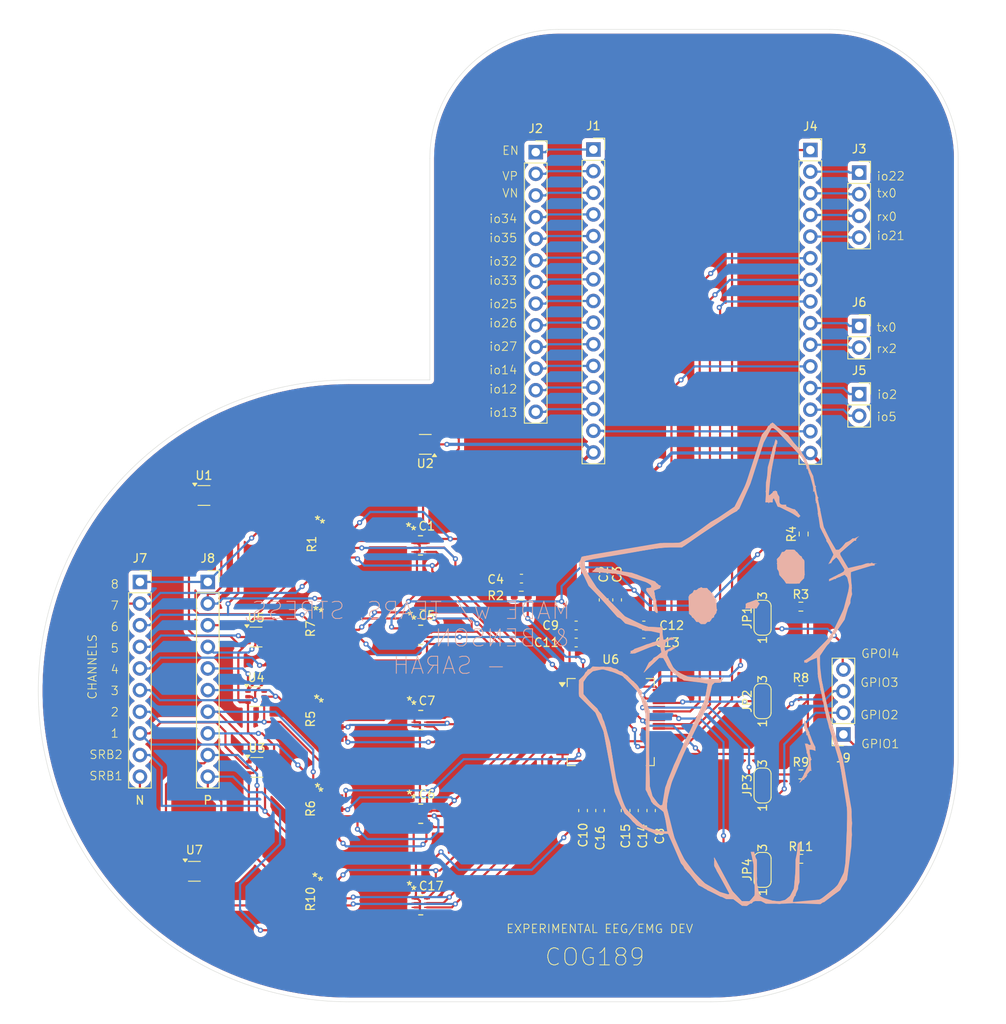
<source format=kicad_pcb>
(kicad_pcb (version 20240108) (generator "pcbnew") (generator_version "8.0")
  (layers (0 "F.Cu" signal) (31 "B.Cu" signal) (34 "B.Paste" user) (35 "F.Paste" user) (36 "B.SilkS" user "B.Silkscreen") (37 "F.SilkS" user "F.Silkscreen") (38 "B.Mask" user) (39 "F.Mask" user) (44 "Edge.Cuts" user))
  (net 0 "")
  (net 1 "in1p")
  (net 2 "Net-(U1-BIAS_IN)")
  (net 3 "BIAS_DRV")
  (net 4 "in2p")
  (net 5 "_SRB1")
  (net 6 "in3p")
  (net 7 "Net-(U1-VCAP1)")
  (net 8 "Net-(U1-VCAP2)")
  (net 9 "Net-(U1-VCAP3)")
  (net 10 "Net-(U1-VCAP4)")
  (net 11 "Net-(U1-VREFP)")
  (net 12 "_SRB2")
  (net 13 "SRB2")
  (net 14 "8n")
  (net 15 "in4p")
  (net 16 "5n")
  (net 17 "in5p")
  (net 18 "3n")
  (net 19 "BIAS")
  (net 20 "in6p")
  (net 21 "6n")
  (net 22 "1n")
  (net 23 "in7p")
  (net 24 "4n")
  (net 25 "2n")
  (net 26 "in8p")
  (net 27 "en")
  (net 28 "vn")
  (net 29 "vp")
  (net 30 "io33")
  (net 31 "io32")
  (net 32 "io35")
  (net 33 "io34")
  (net 34 "io14")
  (net 35 "io12")
  (net 36 "io26")
  (net 37 "io13")
  (net 38 "io27")
  (net 39 "io25")
  (net 40 "io22")
  (net 41 "tx0")
  (net 42 "io2")
  (net 43 "rx2")
  (net 44 "MISO")
  (net 45 "rx0")
  (net 46 "DRDY")
  (net 47 "io21")
  (net 48 "MOSI")
  (net 49 "CS")
  (net 50 "tx2")
  (net 51 "io15")
  (net 52 "7n")
  (net 53 "4p")
  (net 54 "8p")
  (net 55 "6p")
  (net 56 "7p")
  (net 57 "5p")
  (net 58 "3p")
  (net 59 "1p")
  (net 60 "2p")
  (net 61 "SRB1")
  (net 62 "GNDD")
  (net 63 "GND")
  (net 64 "+5V")
  (net 65 "CLK")
  (net 67 "BIAS_INV")
  (net 76 "+3V3")
  (net 78 "gpio2ADS")
  (net 79 "SCLK")
  (net 80 "gpio4ADS")
  (net 81 "gpio3ADS")
  (net 83 "gpio1ADS")
  (net 84 "Net-(JP1-B)")
  (net 85 "Net-(JP2-B)")
  (net 86 "Net-(JP3-B)")
  (net 87 "Net-(JP4-B)")
  (net 88 "pin4")
  (net 89 "pin3")
  (net 90 "pin2")
  (net 91 "pin1")
  (net 92 "in1n")
  (net 93 "in2n")
  (net 94 "in3n")
  (net 95 "in4n")
  (net 96 "in5n")
  (net 97 "in7n")
  (net 98 "in8n")
  (net 99 "in6n")
  (net 100 "GNDA")
  (footprint "Connector_PinSocket_2.54mm:PinSocket_1x13_P2.54mm_Vertical" (layer "F.Cu") (at 142.9375 59.2625)
    (property "Reference" "J2")
    (property "Value" "ESP32_L")
  )
  (footprint "Package_QFP:TQFP-64_10x10mm_P0.5mm" (layer "F.Cu") (at 151.75 126.1625)
    (property "Reference" "U6")
    (property "Value" "ADS1299IPAG")
  )
  (footprint "Capacitor_SMD:C_0603_1608Metric" (layer "F.Cu") (at 155.6375 114.825 180)
    (property "Reference" "C12")
    (property "Value" ".1u")
  )
  (footprint "RF:BO_CAY16" (layer "F.Cu") (at 118.9252 147.2705)
    (property "Reference" "R10")
    (property "Value" "CAY16-1002F4LF")
  )
  (footprint "RF:BO_CAY16" (layer "F.Cu") (at 119.0112 126.3312)
    (property "Reference" "R5")
    (property "Value" "CAY16-1002F4LF")
  )
  (footprint "Connector_PinSocket_2.54mm:PinSocket_1x04_P2.54mm_Vertical" (layer "F.Cu") (at 180.9375 61.6625)
    (property "Reference" "J3")
    (property "Value" "ESP32_R1")
  )
  (footprint "Resistor_SMD:R_0603_1608Metric" (layer "F.Cu") (at 174.0875 132.3125)
    (property "Reference" "R9")
    (property "Value" "10k")
  )
  (footprint "Connector_PinSocket_2.54mm:PinSocket_1x15_P2.54mm_Vertical" (layer "F.Cu") (at 149.712 58.9525)
    (property "Reference" "J1")
    (property "Value" "ESP32_Left")
  )
  (footprint "Jumper:SolderJumper-3_P1.3mm_Open_RoundedPad1.0x1.5mm_NumberLabels" (layer "F.Cu") (at 169.5875 113.9125 90)
    (property "Reference" "JP1")
    (property "Value" "SJ_3_Opn")
  )
  (footprint "Jumper:SolderJumper-3_P1.3mm_Open_RoundedPad1.0x1.5mm_NumberLabels" (layer "F.Cu") (at 169.5875 143.5125 90)
    (property "Reference" "JP4")
    (property "Value" "SJ_3_Opn")
  )
  (footprint "Capacitor_SMD:CKCL44_TDK" (layer "F.Cu") (at 129.4006 105.4245)
    (property "Reference" "C1")
    (property "Value" "CKCL44X7R1H102M085AA")
  )
  (footprint "Resistor_SMD:R_0603_1608Metric" (layer "F.Cu") (at 141.2375 111.325)
    (property "Reference" "R2")
    (property "Value" "1M")
  )
  (footprint "Connector_PinSocket_2.54mm:PinSocket_1x10_P2.54mm_Vertical" (layer "F.Cu") (at 96.4375 109.7125)
    (property "Reference" "J7")
    (property "Value" "N")
  )
  (footprint "Package_TO_SOT_SMD:SOT-363_SC-70-6" (layer "F.Cu") (at 129.9625 93.5625 180)
    (property "Reference" "U2")
    (property "Value" "~")
  )
  (footprint "Capacitor_SMD:C_0603_1608Metric" (layer "F.Cu") (at 147.6875 114.825 180)
    (property "Reference" "C9")
    (property "Value" "1u")
  )
  (footprint "Jumper:SolderJumper-3_P1.3mm_Open_RoundedPad1.0x1.5mm_NumberLabels" (layer "F.Cu") (at 169.5875 133.6125 90)
    (property "Reference" "JP3")
    (property "Value" "SJ_3_Opn")
  )
  (footprint "Package_TO_SOT_SMD:SOT-363_SC-70-6" (layer "F.Cu") (at 110.086 116.1825)
    (property "Reference" "U5")
    (property "Value" "~")
  )
  (footprint "Capacitor_SMD:CKCL44_TDK" (layer "F.Cu") (at 129.4274 125.9245)
    (property "Reference" "C7")
    (property "Value" "CKCL44X7R1H102M085AA")
  )
  (footprint "Package_TO_SOT_SMD:SOT-363_SC-70-6" (layer "F.Cu") (at 102.8375 143.6825)
    (property "Reference" "U7")
    (property "Value" "~")
  )
  (footprint "Capacitor_SMD:C_0603_1608Metric" (layer "F.Cu") (at 157.5 136.55 90)
    (property "Reference" "C8")
    (property "Value" "1u")
  )
  (footprint "Capacitor_SMD:C_0603_1608Metric" (layer "F.Cu") (at 150.5 136.55 90)
    (property "Reference" "C16")
    (property "Value" ".1u")
  )
  (footprint "Package_TO_SOT_SMD:SOT-363_SC-70-6" (layer "F.Cu") (at 103.9625 99.5625)
    (property "Reference" "U1")
    (property "Value" "~")
  )
  (footprint "Capacitor_SMD:C_0603_1608Metric" (layer "F.Cu") (at 148.5 136.55 90)
    (property "Reference" "C10")
    (property "Value" "10u")
  )
  (footprint "Capacitor_SMD:CKCL44_TDK" (layer "F.Cu") (at 129.4274 115.9245)
    (property "Reference" "C5")
    (property "Value" "CKCL44X7R1H102M085AA")
  )
  (footprint "RF:BO_CAY16" (layer "F.Cu") (at 118.9732 136.8072)
    (property "Reference" "R6")
    (property "Value" "CAY16-1002F4LF")
  )
  (footprint "Capacitor_SMD:C_0603_1608Metric" (layer "F.Cu") (at 141.2625 109.325)
    (property "Reference" "C4")
    (property "Value" "1.5n")
  )
  (footprint "Capacitor_SMD:C_0603_1608Metric" (layer "F.Cu") (at 155.6375 116.825 180)
    (property "Reference" "C13")
    (property "Value" "1u")
  )
  (footprint "RF:BO_CAY16" (layer "F.Cu") (at 119.1628 105.3072)
    (property "Reference" "R1")
    (property "Value" "CAY16-1002F4LF")
  )
  (footprint "Connector_PinSocket_2.54mm:PinSocket_1x15_P2.54mm_Vertical" (layer "F.Cu") (at 175.2 59.0125)
    (property "Reference" "J4")
    (property "Value" "ESP32_Right")
  )
  (footprint "Capacitor_SMD:CKCL44_TDK" (layer "F.Cu") (at 129.4274 147.6625)
    (property "Reference" "C17")
    (property "Value" "CKCL44X7R1H102M085AA")
  )
  (footprint "Resistor_SMD:R_0603_1608Metric" (layer "F.Cu") (at 174.0875 142.2125)
    (property "Reference" "R11")
    (property "Value" "10k")
  )
  (footprint "Capacitor_SMD:C_0603_1608Metric" (layer "F.Cu") (at 147.6875 116.825 180)
    (property "Reference" "C11")
    (property "Value" ".1u")
  )
  (footprint "Resistor_SMD:R_0603_1608Metric" (layer "F.Cu") (at 174.0875 122.4125)
    (property "Reference" "R8")
    (property "Value" "10k")
  )
  (footprint "Capacitor_SMD:C_0603_1608Metric" (layer "F.Cu") (at 152.5 111.825 -90)
    (property "Reference" "C3")
    (property "Value" ".1u")
  )
  (footprint "Connector_PinSocket_2.54mm:PinSocket_1x04_P2.54mm_Vertical" (layer "F.Cu") (at 179.0875 127.6125 180)
    (property "Reference" "J9")
    (property "Value" "gpioADS")
  )
  (footprint "Connector_PinSocket_2.54mm:PinSocket_1x02_P2.54mm_Vertical" (layer "F.Cu") (at 180.9375 87.6625)
    (property "Reference" "J5")
    (property "Value" "ESP32_R3")
  )
  (footprint "Capacitor_SMD:C_0603_1608Metric" (layer "F.Cu") (at 150.9125 111.825 -90)
    (property "Reference" "C2")
    (property "Value" "1u")
  )
  (footprint "Resistor_SMD:R_0603_1608Metric" (layer "F.Cu") (at 174.4125 104.0875 90)
    (property "Reference" "R4")
    (property "Value" "10k")
  )
  (footprint "Connector_PinSocket_2.54mm:PinSocket_1x10_P2.54mm_Vertical" (layer "F.Cu") (at 104.4125 109.7125)
    (property "Reference" "J8")
    (property "Value" "P")
  )
  (footprint "Jumper:SolderJumper-3_P1.3mm_Open_RoundedPad1.0x1.5mm_NumberLabels" (layer "F.Cu") (at 169.5875 123.7125 90)
    (property "Reference" "JP2")
    (property "Value" "SJ_3_Opn")
  )
  (footprint "Connector_PinSocket_2.54mm:PinSocket_1x02_P2.54mm_Vertical" (layer "F.Cu") (at 180.9375 79.6625)
    (property "Reference" "J6")
    (property "Value" "ESP32_R2")
  )
  (footprint "Capacitor_SMD:C_0603_1608Metric" (layer "F.Cu") (at 155.5 136.55 -90)
    (property "Reference" "C14")
    (property "Value" "100u")
  )
  (footprint "Capacitor_SMD:CKCL44_TDK" (layer "F.Cu") (at 129.4274 136.9245)
    (property "Reference" "C6")
    (property "Value" "CKCL44X7R1H102M085AA")
  )
  (footprint "Resistor_SMD:R_0603_1608Metric" (layer "F.Cu") (at 174.0875 112.6125)
    (property "Reference" "R3")
    (property "Value" "10k")
  )
  (footprint "RF:BO_CAY16" (layer "F.Cu") (at 119.0112 115.7465)
    (property "Reference" "R7")
    (property "Value" "CAY16-1002F4LF")
  )
  (footprint "Package_TO_SOT_SMD:SOT-363_SC-70-6" (layer "F.Cu") (at 110.186 131.4825)
    (property "Reference" "U3")
    (property "Value" "~")
  )
  (footprint "Capacitor_SMD:C_0603_1608Metric" (layer "F.Cu") (at 153.5 136.55 90)
    (property "Reference" "C15")
    (property "Value" "1u")
  )
  (footprint "Package_TO_SOT_SMD:SOT-363_SC-70-6" (layer "F.Cu") (at 110.086 123.1825)
    (property "Reference" "U4")
    (property "Value" "~")
  )
  (gr_poly (pts (xy 175.982069 99.517332) (xy 176.115523 99.848059) (xy 175.982069 100.1788) (xy 175.848616 100.509527) (xy 175.848616 99.186605)) (stroke (width -0.000001)) (fill solid) (layer "B.SilkS"))
  (gr_poly (pts (xy 179.95796 109.70371) (xy 180.078963 110.166723) (xy 179.95796 110.629766) (xy 179.836943 111.092779) (xy 179.836943 109.240698)) (stroke (width -0.000001)) (fill solid) (layer "B.SilkS"))
  (gr_poly (pts (xy 168.853079 144.430105) (xy 168.939482 146.282186) (xy 169.492003 146.745199) (xy 170.044524 147.208227) (xy 169.816771 147.200231) (xy 169.816862 147.200125) (xy 169.58911 147.192129) (xy 169.126089 146.922445) (xy 168.663069 146.652761) (xy 168.714873 144.615393) (xy 168.766676 142.578024)) (stroke (width -0.000001)) (fill solid) (layer "B.SilkS"))
  (gr_poly (pts (xy 173.160986 106.181738) (xy 173.55786 106.228033) (xy 174.02088 106.771536) (xy 174.4839 107.315023) (xy 174.4839 109.070669) (xy 174.068129 109.486456) (xy 173.652357 109.902227) (xy 173.160979 109.902319) (xy 172.669608 109.902319) (xy 172.23168 109.464392) (xy 171.793738 109.026449) (xy 171.539366 108.357397) (xy 171.284994 107.688345) (xy 171.593626 106.943243) (xy 171.902258 106.198141) (xy 172.333182 106.166738) (xy 172.764105 106.135443)) (stroke (width -0.000001)) (fill solid) (layer "B.SilkS"))
  (gr_poly (pts (xy 171.032278 91.374868) (xy 171.524207 91.638136) (xy 172.891875 93.163343) (xy 174.259558 94.688551) (xy 174.536375 95.21771) (xy 174.813185 95.746878) (xy 174.561415 95.482298) (xy 174.309645 95.21771) (xy 173.297324 93.949713) (xy 172.285002 92.681715) (xy 171.498885 92.121946) (xy 170.712752 91.562178) (xy 170.236754 92.193228) (xy 169.760756 92.824278) (xy 169.050795 95.079336) (xy 168.340826 97.334387) (xy 167.570128 99.207098) (xy 166.799429 101.079817) (xy 163.495749 103.261335) (xy 160.192068 105.442861) (xy 157.153632 105.703207) (xy 153.05258 106.376333) (xy 148.951537 107.049475) (xy 148.724547 107.260809) (xy 148.497549 107.472143) (xy 148.79106 108.356405) (xy 149.084563 109.240652) (xy 150.737845 111.141867) (xy 152.391135 113.043081) (xy 153.134024 113.620489) (xy 153.876913 114.197897) (xy 155.187384 114.695837) (xy 156.497847 115.193777) (xy 157.815092 115.193777) (xy 157.837096 115.789083) (xy 157.859198 116.38439) (xy 157.951498 116.913565) (xy 158.043799 117.442724) (xy 158.173788 117.971899) (xy 158.303778 118.501074) (xy 158.323981 118.690298) (xy 158.344282 118.879522) (xy 159.951887 120.710485) (xy 161.277777 120.994833) (xy 162.603667 121.27918) (xy 163.582823 121.309881) (xy 164.561995 121.340582) (xy 164.106444 121.460134) (xy 163.6509 121.579687) (xy 163.380309 122.5539) (xy 163.109732 123.528128) (xy 163.108733 123.734487) (xy 163.107733 123.940832) (xy 161.278052 127.703237) (xy 159.448378 131.465628) (xy 158.896796 133.110922) (xy 158.345229 134.756216) (xy 158.345229 137.08663) (xy 159.705153 141.252615) (xy 160.256529 142.179937) (xy 160.807906 143.107275) (xy 161.891676 144.253591) (xy 162.975439 145.399908) (xy 163.957091 145.907247) (xy 164.938734 146.414572) (xy 165.753561 146.414572) (xy 165.753561 146.234579) (xy 164.964613 144.803244) (xy 164.17565 143.371908) (xy 164.17565 142.842733) (xy 164.924612 144.200933) (xy 165.673575 145.559118) (xy 166.248648 146.366735) (xy 166.823721 147.174353) (xy 167.545424 147.284002) (xy 168.267126 147.393667) (xy 167.57099 147.433447) (xy 166.875777 147.473043) (xy 166.5464 147.076178) (xy 166.217032 146.679296) (xy 164.941306 146.679296) (xy 163.693335 146.040701) (xy 162.445357 145.402105) (xy 161.480086 144.38706) (xy 160.514807 143.372015) (xy 159.70381 141.745046) (xy 158.892798 140.118078) (xy 158.449599 138.353689) (xy 158.0064 136.589285) (xy 157.404036 136.194601) (xy 156.801688 135.799932) (xy 156.382376 134.751974) (xy 155.963065 133.704016) (xy 156.014967 129.277594) (xy 156.06687 124.851187) (xy 156.213362 129.661444) (xy 156.359862 134.471701) (xy 156.905119 135.200994) (xy 157.450392 135.930303) (xy 157.727049 136.022497) (xy 158.003706 136.114691) (xy 158.154608 134.848516) (xy 158.305495 133.582357) (xy 159.265982 131.333395) (xy 160.226485 129.084432) (xy 161.374945 126.83547) (xy 162.523405 124.586508) (xy 162.829726 123.445486) (xy 163.136038 122.304449) (xy 163.273718 121.945654) (xy 163.411398 121.586874) (xy 161.96115 121.405691) (xy 160.510908 121.224493) (xy 159.705 120.734396) (xy 158.899092 120.244284) (xy 158.455725 119.372686) (xy 158.012358 118.501089) (xy 157.805357 118.270895) (xy 156.698271 119.312033) (xy 155.591193 120.35317) (xy 155.958121 119.823995) (xy 156.325064 119.294836) (xy 157.054655 118.633383) (xy 157.784239 117.971929) (xy 157.632956 116.715155) (xy 157.481673 115.45838) (xy 156.588202 115.45838) (xy 155.215392 115.050695) (xy 153.842581 114.643011) (xy 152.12551 113.036764) (xy 150.408438 111.430517) (xy 149.466589 110.147467) (xy 148.524741 108.864401) (xy 148.222357 107.001058) (xy 148.586951 106.871466) (xy 148.951529 106.741857) (xy 152.126532 106.181082) (xy 155.301535 105.620306) (xy 157.722983 105.3794) (xy 160.14443 105.13851) (xy 163.317717 103.00501) (xy 166.491003 100.871534) (xy 167.281645 99.102964) (xy 168.072287 97.334394) (xy 168.655386 95.350027) (xy 169.238486 93.365644) (xy 169.889426 92.238623) (xy 170.540358 91.111601)) (stroke (width -0.000001)) (fill solid) (layer "B.SilkS"))
  (gr_poly (pts (xy 175.722945 98.475599) (xy 175.861922 98.822859) (xy 175.702071 98.982717) (xy 175.702025 98.982717) (xy 175.542174 99.142568) (xy 175.563078 98.63545) (xy 175.583983 98.128332)) (stroke (width -0.000001)) (fill solid) (layer "B.SilkS"))
  (gr_poly (pts (xy 153.931929 108.711187) (xy 155.450789 109.106802) (xy 156.550276 109.667715) (xy 157.649779 110.228628) (xy 157.00524 110.585623) (xy 156.360701 110.942633) (xy 156.63735 110.951635) (xy 156.914 110.960638) (xy 157.0446 112.899542) (xy 157.181288 113.120718) (xy 157.317992 113.341894) (xy 157.213347 113.341879) (xy 157.109534 113.341879) (xy 156.933142 113.165487) (xy 156.75675 112.989111) (xy 156.75675 111.85552) (xy 156.368292 111.341925) (xy 155.979834 110.828329) (xy 155.971831 110.629888) (xy 155.963827 110.431463) (xy 156.426848 110.423468) (xy 156.889868 110.415472) (xy 156.360709 110.015356) (xy 155.831541 109.61524) (xy 154.42655 109.206625) (xy 153.021559 108.797994) (xy 149.481535 108.385183) (xy 150.947295 108.350378) (xy 152.413061 108.315573)) (stroke (width -0.000001)) (fill solid) (layer "B.SilkS"))
  (gr_poly (pts (xy 170.956129 94.115179) (xy 171.132506 94.291571) (xy 170.956129 94.467962) (xy 170.779738 94.644354) (xy 170.779738 93.938803)) (stroke (width -0.000001)) (fill solid) (layer "B.SilkS"))
  (gr_poly (pts (xy 173.935141 106.571096) (xy 174.244933 106.944372) (xy 174.4 107.9) (xy 174.555083 108.855642) (xy 174.08161 109.37882) (xy 173.608137 109.901998) (xy 172.669623 109.901998) (xy 172.295287 109.527655) (xy 171.92095 109.153311) (xy 171.583479 108.338598) (xy 171.246008 107.52387) (xy 171.680441 106.860845) (xy 172.114859 106.197821) (xy 173.625365 106.197821)) (stroke (width -0.000001)) (fill solid) (layer "B.SilkS"))
  (gr_poly (pts (xy 171.179877 93.629446) (xy 171.010893 94.157675) (xy 170.620032 96.771704) (xy 170.22917 99.385725) (xy 170.408392 99.550764) (xy 170.587599 99.715803) (xy 170.705717 99.385076) (xy 170.823836 99.05435) (xy 171.266859 99.05435) (xy 171.431311 99.803091) (xy 171.595763 100.551824) (xy 173.451048 101.279791) (xy 173.735297 101.62229) (xy 174.019537 101.964781) (xy 173.788718 101.933912) (xy 173.557875 101.903112) (xy 172.435797 101.338629) (xy 171.313719 100.774145) (xy 171.152747 100.284483) (xy 170.991774 99.794836) (xy 170.700552 100.086042) (xy 170.409331 100.377264) (xy 169.985999 100.377264) (xy 169.985999 98.042562) (xy 170.370329 96.033834) (xy 170.75466 94.025091) (xy 171.051771 93.563162) (xy 171.348868 93.101225)) (stroke (width -0.000001)) (fill solid) (layer "B.SilkS"))
  (gr_poly (pts (xy 175.277663 118.898001) (xy 175.013075 118.898001) (xy 175.013075 118.633413) (xy 175.277663 118.633413)) (stroke (width -0.000001)) (fill solid) (layer "B.SilkS"))
  (gr_poly (pts (xy 170.99082 91.357862) (xy 171.441199 91.60404) (xy 172.499525 92.739118) (xy 173.557852 93.874197) (xy 172.30699 92.760054) (xy 171.056128 91.645925) (xy 170.558302 91.645925) (xy 170.036291 92.505827) (xy 169.514273 93.365721) (xy 168.815581 95.68083) (xy 168.116881 97.995932) (xy 167.964789 97.995939) (xy 167.812697 97.995939) (xy 167.95204 97.632818) (xy 168.091383 97.269689) (xy 169.23857 93.365728) (xy 169.88951 92.238706) (xy 170.540442 91.111685)) (stroke (width -0.000001)) (fill solid) (layer "B.SilkS"))
  (gr_poly (pts (xy 175.282683 129.078207) (xy 174.948286 129.48113) (xy 174.748488 129.48113) (xy 174.748488 129.008581) (xy 175.182783 128.841925) (xy 175.617094 128.675268)) (stroke (width -0.000001)) (fill solid) (layer "B.SilkS"))
  (gr_poly (pts (xy 179.691756 111.704626) (xy 179.830733 112.051901) (xy 179.670882 112.211752) (xy 179.670836 112.211752) (xy 179.510985 112.371603) (xy 179.531889 111.864492) (xy 179.552794 111.357366)) (stroke (width -0.000001)) (fill solid) (layer "B.SilkS"))
  (gr_poly (pts (xy 179.430128 133.521337) (xy 179.552107 133.989386) (xy 179.420332 134.315084) (xy 179.419951 134.315084) (xy 179.288176 134.640768) (xy 179.308165 133.053274)) (stroke (width -0.000001)) (fill solid) (layer "B.SilkS"))
  (gr_poly (pts (xy 175.189452 131.686315) (xy 175.365843 131.862707) (xy 174.660277 131.862707) (xy 175.01306 131.509924)) (stroke (width -0.000001)) (fill solid) (layer "B.SilkS"))
  (gr_poly (pts (xy 176.512373 102.581846) (xy 176.68875 102.758238) (xy 176.512373 102.934629) (xy 176.335982 103.111021) (xy 176.335982 102.405455)) (stroke (width -0.000001)) (fill solid) (layer "B.SilkS"))
  (gr_poly (pts (xy 170.229681 99.173345) (xy 170.250578 99.953863) (xy 170.568076 99.636366) (xy 170.885573 99.318869) (xy 171.308913 99.318869) (xy 171.308913 99.936224) (xy 171.136633 99.763944) (xy 170.964354 99.591673) (xy 170.629034 100.050253) (xy 170.629004 100.050245) (xy 170.293684 100.508833) (xy 170.113997 99.792906) (xy 169.934309 99.076979) (xy 170.071547 98.734899) (xy 170.208784 98.392813)) (stroke (width -0.000001)) (fill solid) (layer "B.SilkS"))
  (gr_poly (pts (xy 169.023657 112.023474) (xy 169.251959 112.237356) (xy 169.074187 112.525) (xy 168.896429 112.812643) (xy 168.250586 112.812658) (xy 167.604742 112.812658) (xy 167.604742 112.266424) (xy 168.200049 112.038) (xy 168.795355 111.809591)) (stroke (width -0.000001)) (fill solid) (layer "B.SilkS"))
  (gr_poly (pts (xy 176.25215 101.121328) (xy 176.391112 101.468595) (xy 176.231261 101.628446) (xy 176.231245 101.628446) (xy 176.071379 101.788298) (xy 176.092284 101.281179) (xy 176.113188 100.774069)) (stroke (width -0.000001)) (fill solid) (layer "B.SilkS"))
  (gr_poly (pts (xy 175.939101 147.465032) (xy 174.748488 147.448233) (xy 174.748488 147.448141) (xy 173.55786 147.431341) (xy 173.822447 147.341848) (xy 174.087027 147.252355) (xy 175.379469 147.126638) (xy 176.671919 147.000921)) (stroke (width -0.000001)) (fill solid) (layer "B.SilkS"))
  (gr_poly (pts (xy 159.138075 117.575155) (xy 158.741202 117.83164) (xy 158.212035 117.83164) (xy 158.608908 117.575155) (xy 159.005789 117.31867) (xy 159.534956 117.31867)) (stroke (width -0.000001)) (fill solid) (layer "B.SilkS"))
  (gr_poly (pts (xy 176.775801 122.800772) (xy 176.909254 123.131506) (xy 176.775801 123.46221) (xy 176.642348 123.792944) (xy 176.642348 122.470037)) (stroke (width -0.000001)) (fill solid) (layer "B.SilkS"))
  (gr_poly (pts (xy 170.960364 93.977659) (xy 171.099326 94.324926) (xy 170.939474 94.484777) (xy 170.939459 94.484777) (xy 170.779608 94.644628) (xy 170.800505 94.13751) (xy 170.821402 93.6304)) (stroke (width -0.000001)) (fill solid) (layer "B.SilkS"))
  (gr_poly (pts (xy 170.956137 94.115507) (xy 171.132513 94.291899) (xy 170.956137 94.46829) (xy 170.779745 94.644682) (xy 170.779745 93.939131)) (stroke (width -0.000001)) (fill solid) (layer "B.SilkS"))
  (gr_poly (pts (xy 176.255125 119.763067) (xy 176.377104 120.231131) (xy 176.245329 120.556814) (xy 176.244948 120.556814) (xy 176.113173 120.882513) (xy 176.123167 120.088766) (xy 176.133162 119.295019)) (stroke (width -0.000001)) (fill solid) (layer "B.SilkS"))
  (gr_poly (pts (xy 176.90927 123.131353) (xy 176.775816 123.462057) (xy 176.642363 123.792791) (xy 176.642363 122.469885)) (stroke (width -0.000001)) (fill solid) (layer "B.SilkS"))
  (gr_poly (pts (xy 174.849272 132.40444) (xy 174.372443 132.861151) (xy 173.895605 133.317877) (xy 174.245886 132.734609) (xy 174.596159 132.151327)) (stroke (width -0.000001)) (fill solid) (layer "B.SilkS"))
  (gr_poly (pts (xy 168.841795 112.10935) (xy 168.980635 112.24819) (xy 168.806235 112.530386) (xy 168.631834 112.812582) (xy 167.900549 112.812582) (xy 167.748801 112.567037) (xy 167.597052 112.321508) (xy 168.15 112.146002) (xy 168.702948 111.970495)) (stroke (width -0.000001)) (fill solid) (layer "B.SilkS"))
  (gr_poly (pts (xy 153.515005 108.718923) (xy 154.638747 108.849676) (xy 156.160849 109.526068) (xy 157.682936 110.202475) (xy 157.105963 110.515249) (xy 156.528983 110.828039) (xy 157.05628 111.769293) (xy 156.942564 112.357) (xy 156.828894 112.944708) (xy 156.792891 112.304083) (xy 156.756888 111.663458) (xy 156.323996 111.185125) (xy 155.891104 110.706793) (xy 156.323996 110.540686) (xy 156.756888 110.374563) (xy 156.756888 109.973898) (xy 155.632407 109.54772) (xy 154.507925 109.121542) (xy 153.449599 108.854849) (xy 152.391272 108.588156)) (stroke (width -0.000001)) (fill solid) (layer "B.SilkS"))
  (gr_poly (pts (xy 154.375586 118.104086) (xy 154.110998 118.104086) (xy 154.110998 117.839498) (xy 154.375586 117.839498)) (stroke (width -0.000001)) (fill solid) (layer "B.SilkS"))
  (gr_poly (pts (xy 175.496321 128.669683) (xy 175.766768 129.445486) (xy 175.257628 129.407202) (xy 174.748488 129.368795) (xy 174.748488 128.95223) (xy 175.313307 128.95223) (xy 175.145354 128.423056) (xy 174.9774 127.893896) (xy 175.225874 127.893896)) (stroke (width -0.000001)) (fill solid) (layer "B.SilkS"))
  (gr_poly (pts (xy 171.775008 147.291616) (xy 172.234946 147.412023) (xy 171.176604 147.407019) (xy 171.176611 147.406347) (xy 170.118285 147.401342) (xy 170.716681 147.286276) (xy 171.31507 147.171209)) (stroke (width -0.000001)) (fill solid) (layer "B.SilkS"))
  (gr_poly (pts (xy 170.691542 95.173521) (xy 170.867934 95.349913) (xy 170.691542 95.526304) (xy 170.51515 95.702681) (xy 170.51515 94.997129)) (stroke (width -0.000001)) (fill solid) (layer "B.SilkS"))
  (gr_poly (pts (xy 163.071028 110.720404) (xy 163.768149 111.11022) (xy 164.008841 112.075674) (xy 164.249533 113.041143) (xy 163.804304 113.720648) (xy 163.359084 114.400152) (xy 162.586432 114.400167) (xy 161.81378 114.400167) (xy 161.4019 113.812124) (xy 160.990019 113.224081) (xy 160.990019 111.237356) (xy 161.681967 110.783972) (xy 162.373915 110.330587)) (stroke (width -0.000001)) (fill solid) (layer "B.SilkS"))
  (gr_poly (pts (xy 155.879233 124.140112) (xy 156.018195 124.487387) (xy 155.858343 124.647238) (xy 155.858328 124.647238) (xy 155.698477 124.807089) (xy 155.719374 124.299963) (xy 155.740271 123.792837)) (stroke (width -0.000001)) (fill solid) (layer "B.SilkS"))
  (gr_poly (pts (xy 154.177122 121.245565) (xy 154.640143 121.608694) (xy 154.640143 121.808493) (xy 154.540251 121.808477) (xy 154.440352 121.808477) (xy 154.077231 121.345465) (xy 153.714102 120.882452)) (stroke (width -0.000001)) (fill solid) (layer "B.SilkS"))
  (gr_poly (pts (xy 152.175078 132.606787) (xy 152.314047 132.954046) (xy 152.154189 133.113912) (xy 152.154173 133.113912) (xy 151.994322 133.273764) (xy 152.015219 132.766638) (xy 152.036116 132.259512)) (stroke (width -0.000001)) (fill solid) (layer "B.SilkS"))
  (gr_poly (pts (xy 167.329581 99.722647) (xy 167.340178 99.994497) (xy 166.932989 100.575857) (xy 166.525786 101.157209) (xy 163.350874 103.279447) (xy 160.175955 105.401708) (xy 158.664831 105.544592) (xy 157.153738 105.687475) (xy 152.854262 106.396597) (xy 148.554785 107.105703) (xy 148.554785 107.802175) (xy 148.913268 108.660162) (xy 149.271757 109.518148) (xy 152.579695 113.352041) (xy 153.749106 114.037359) (xy 154.918516 114.722677) (xy 156.168417 115.066732) (xy 157.418326 115.410787) (xy 156.889159 115.417791) (xy 156.88912 115.418447) (xy 156.359961 115.425451) (xy 155.037039 114.997396) (xy 153.714117 114.569357) (xy 151.554434 112.402685) (xy 149.394743 110.236013) (xy 148.842451 109.153417) (xy 148.290152 108.070837) (xy 148.290152 106.974829) (xy 148.620879 106.858206) (xy 148.951605 106.741598) (xy 152.126608 106.189062) (xy 155.301611 105.636526) (xy 157.722052 105.397283) (xy 160.142485 105.158056) (xy 163.350493 103.004339) (xy 166.558516 100.850637) (xy 166.93875 100.150717) (xy 167.318983 99.450788)) (stroke (width -0.000001)) (fill solid) (layer "B.SilkS"))
  (gr_poly (pts (xy 179.829954 136.095602) (xy 180.046996 137.550817) (xy 179.904189 139.667486) (xy 179.761366 141.78414) (xy 179.600462 143.211477) (xy 179.439558 144.638815) (xy 178.482634 145.699316) (xy 177.525709 146.759832) (xy 175.82292 147.472692) (xy 174.68994 147.4354) (xy 174.69084 147.435446) (xy 173.55786 147.398153) (xy 176.203703 147.071798) (xy 178.053984 145.988851) (xy 178.632826 145.129904) (xy 179.211668 144.270971) (xy 179.606902 141.25498) (xy 179.609908 137.947683) (xy 179.612913 134.640386)) (stroke (width -0.000001)) (fill solid) (layer "B.SilkS"))
  (gr_poly (pts (xy 174.845503 132.400717) (xy 174.516737 132.727011) (xy 174.187964 133.053335) (xy 174.368613 132.578909) (xy 174.549269 132.104483)) (stroke (width -0.000001)) (fill solid) (layer "B.SilkS"))
  (gr_poly (pts (xy 154.375578 118.104254) (xy 154.110991 118.104254) (xy 154.110991 117.839666) (xy 154.375578 117.839666)) (stroke (width -0.000001)) (fill solid) (layer "B.SilkS"))
  (gr_poly (pts (xy 176.600569 103.023054) (xy 176.335982 103.023054) (xy 176.335982 102.758467) (xy 176.600569 102.758467)) (stroke (width -0.000001)) (fill solid) (layer "B.SilkS"))
  (gr_poly (pts (xy 151.252501 119.77651) (xy 151.597433 119.914694) (xy 150.773215 119.935598) (xy 149.949004 119.956503) (xy 149.272177 120.488897) (xy 148.595358 121.021292) (xy 148.419821 121.820517) (xy 148.244284 122.619741) (xy 149.181792 123.657461) (xy 150.119315 124.695181) (xy 150.650618 125.736624) (xy 151.181929 126.778067) (xy 151.614577 129.121969) (xy 152.04724 131.465872) (xy 152.552443 133.576651) (xy 153.057654 135.687414) (xy 153.798071 136.60224) (xy 154.538489 137.51705) (xy 155.228949 138.032553) (xy 155.919402 138.548056) (xy 157.198012 138.891714) (xy 158.476614 139.235372) (xy 157.800963 139.253271) (xy 157.800963 139.253179) (xy 157.125304 139.271078) (xy 155.74304 138.582266) (xy 154.36077 137.893453) (xy 153.714903 137.046667) (xy 153.069037 136.19988) (xy 152.672339 135.250463) (xy 152.275648 134.301046) (xy 151.73606 131.29595) (xy 151.196471 128.290853) (xy 150.794478 126.902548) (xy 150.392485 125.514242) (xy 149.209029 124.181738) (xy 148.02558 122.849234) (xy 148.026556 122.262747) (xy 148.027533 121.67626) (xy 148.543089 120.830725) (xy 149.058638 119.985189) (xy 149.983107 119.811758) (xy 150.907568 119.638327)) (stroke (width -0.000001)) (fill solid) (layer "B.SilkS"))
  (gr_poly (pts (xy 156.668639 138.830023) (xy 156.84503 139.006414) (xy 156.139464 139.006414) (xy 156.315855 138.830023) (xy 156.492247 138.653631)) (stroke (width -0.000001)) (fill solid) (layer "B.SilkS"))
  (gr_poly (pts (xy 175.277663 96.937735) (xy 175.013075 96.937735) (xy 175.013075 96.673139) (xy 175.277663 96.673139)) (stroke (width -0.000001)) (fill solid) (layer "B.SilkS"))
  (gr_poly (pts (xy 170.69039 95.019499) (xy 170.823851 95.350225) (xy 170.69039 95.680967) (xy 170.556937 96.011694) (xy 170.556937 94.688772)) (stroke (width -0.000001)) (fill solid) (layer "B.SilkS"))
  (gr_poly (pts (xy 175.983214 99.671751) (xy 176.159605 99.848143) (xy 175.983214 100.024534) (xy 175.806822 100.200926) (xy 175.806822 99.495375)) (stroke (width -0.000001)) (fill solid) (layer "B.SilkS"))
  (gr_poly (pts (xy 167.861204 98.657392) (xy 167.604727 99.054266) (xy 167.34825 99.451147) (xy 167.34825 98.92198) (xy 167.604727 98.525106) (xy 167.861204 98.128225)) (stroke (width -0.000001)) (fill solid) (layer "B.SilkS"))
  (gr_poly (pts (xy 176.25215 101.121138) (xy 176.391112 101.468405) (xy 176.231261 101.628256) (xy 176.231245 101.628256) (xy 176.071379 101.788107) (xy 176.092284 101.280989) (xy 176.113188 100.773878)) (stroke (width -0.000001)) (fill solid) (layer "B.SilkS"))
  (gr_poly (pts (xy 178.717116 109.108511) (xy 178.452528 109.108511) (xy 178.452528 108.843923) (xy 178.717116 108.843923)) (stroke (width -0.000001)) (fill solid) (layer "B.SilkS"))
  (gr_poly (pts (xy 176.953352 103.551985) (xy 176.776961 103.728384) (xy 176.600569 103.904776) (xy 176.600569 103.199201)) (stroke (width -0.000001)) (fill solid) (layer "B.SilkS"))
  (gr_poly (pts (xy 177.93138 115.972845) (xy 177.656065 116.48728) (xy 177.365462 116.666891) (xy 177.074858 116.846487) (xy 177.529601 116.152441) (xy 177.984343 115.45841) (xy 178.206694 115.45841)) (stroke (width -0.000001)) (fill solid) (layer "B.SilkS"))
  (gr_poly (pts (xy 158.21266 118.236624) (xy 158.586867 119.294958) (xy 159.520064 120.154852) (xy 160.453261 121.014746) (xy 160.220549 121.014746) (xy 160.220496 121.01473) (xy 159.987776 121.01473) (xy 159.166045 120.247122) (xy 158.344313 119.479513) (xy 158.340315 119.254934) (xy 158.336317 119.030355) (xy 158.087324 118.636541) (xy 157.838332 118.242727) (xy 156.858969 119.165716) (xy 155.879599 120.08869) (xy 156.294012 119.469137) (xy 156.708411 118.849569) (xy 157.261832 118.461935) (xy 157.815245 118.074316) (xy 157.826842 117.626303) (xy 157.838438 117.178289)) (stroke (width -0.000001)) (fill solid) (layer "B.SilkS"))
  (gr_poly (pts (xy 179.693373 135.368383) (xy 179.814375 135.831396) (xy 179.693373 136.294439) (xy 179.572371 136.757452) (xy 179.572371 134.905355)) (stroke (width -0.000001)) (fill solid) (layer "B.SilkS"))
  (gr_poly (pts (xy 175.189452 131.68627) (xy 175.365843 131.862661) (xy 174.660277 131.862661) (xy 175.01306 131.509878)) (stroke (width -0.000001)) (fill solid) (layer "B.SilkS"))
  (gr_poly (pts (xy 171.308913 93.498152) (xy 171.044325 93.498152) (xy 171.044325 93.233564) (xy 171.308913 93.233564)) (stroke (width -0.000001)) (fill solid) (layer "B.SilkS"))
  (gr_poly (pts (xy 174.924879 127.188406) (xy 175.101256 127.364797) (xy 174.924879 127.541189) (xy 174.748488 127.717581) (xy 174.748488 127.012014)) (stroke (width -0.000001)) (fill solid) (layer "B.SilkS"))
  (gr_poly (pts (xy 173.690146 101.700147) (xy 173.425558 101.700147) (xy 173.425558 101.435553) (xy 173.690146 101.435553)) (stroke (width -0.000001)) (fill solid) (layer "B.SilkS"))
  (gr_poly (pts (xy 175.389494 128.423101) (xy 175.788023 129.084555) (xy 175.797026 129.3113) (xy 175.806029 129.538046) (xy 175.046477 129.246572) (xy 174.917982 129.562445) (xy 174.918761 129.562445) (xy 174.790266 129.878302) (xy 174.769362 129.26737) (xy 174.748457 128.656454) (xy 175.04138 128.8375) (xy 175.334303 129.018545) (xy 175.162627 128.390097) (xy 174.99095 127.761648)) (stroke (width -0.000001)) (fill solid) (layer "B.SilkS"))
  (gr_poly (pts (xy 170.432837 96.474661) (xy 170.553839 96.937681) (xy 170.432837 97.400701) (xy 170.311827 97.863722) (xy 170.311827 96.01164)) (stroke (width -0.000001)) (fill solid) (layer "B.SilkS"))
  (gr_poly (pts (xy 168.855902 143.576376) (xy 168.960036 144.574468) (xy 168.853766 145.428457) (xy 168.854033 145.428457) (xy 168.747763 146.282461) (xy 168.749762 144.430365) (xy 168.751761 142.578283)) (stroke (width -0.000001)) (fill solid) (layer "B.SilkS"))
  (gr_poly (pts (xy 153.612967 120.818914) (xy 154.743567 121.68125) (xy 155.380759 122.919424) (xy 156.01795 124.157614) (xy 155.902998 124.502447) (xy 155.902983 124.502355) (xy 155.788046 124.847189) (xy 155.59339 124.071615) (xy 155.398733 123.296026) (xy 154.844527 122.486151) (xy 154.290305 121.67626) (xy 153.737631 121.196524) (xy 153.184958 120.716787) (xy 152.391211 120.346975) (xy 151.597464 119.977178) (xy 152.482367 119.956579)) (stroke (width -0.000001)) (fill solid) (layer "B.SilkS"))
  (gr_poly (pts (xy 156.7134 110.629766) (xy 156.669997 110.828207) (xy 156.871519 111.544454) (xy 157.07305 112.260702) (xy 156.935828 112.602789) (xy 156.798598 112.944876) (xy 156.777701 112.236166) (xy 156.756804 111.527471) (xy 156.372527 111.143194) (xy 155.988257 110.758917) (xy 156.152045 110.595129) (xy 156.315832 110.431341) (xy 156.756804 110.431341)) (stroke (width -0.000001)) (fill solid) (layer "B.SilkS"))
  (gr_poly (pts (xy 176.519591 121.3505) (xy 176.641554 121.818563) (xy 176.509779 122.144247) (xy 176.509413 122.144247) (xy 176.377638 122.469946) (xy 176.397627 120.882452)) (stroke (width -0.000001)) (fill solid) (layer "B.SilkS"))
  (gr_poly (pts (xy 174.66458 126.256826) (xy 174.803542 126.604086) (xy 174.64369 126.763952) (xy 174.643645 126.763952) (xy 174.483794 126.923803) (xy 174.504698 126.416677) (xy 174.525603 125.909551)) (stroke (width -0.000001)) (fill solid) (layer "B.SilkS"))
  (gr_poly (pts (xy 178.717238 109.108572) (xy 178.45265 109.108572) (xy 178.45265 108.843985) (xy 178.717238 108.843985)) (stroke (width -0.000001)) (fill solid) (layer "B.SilkS"))
  (gr_poly (pts (xy 176.246626 100.840322) (xy 176.38008 101.171049) (xy 176.246626 101.501791) (xy 176.113173 101.832517) (xy 176.113173 100.509596)) (stroke (width -0.000001)) (fill solid) (layer "B.SilkS"))
  (gr_poly (pts (xy 171.77191 100.62364) (xy 172.234938 100.888678) (xy 172.631811 101.158064) (xy 173.028693 101.42745) (xy 172.764098 101.398985) (xy 172.499518 101.370588) (xy 171.904211 101.07575) (xy 171.30889 100.78092) (xy 171.30889 100.35861)) (stroke (width -0.000001)) (fill solid) (layer "B.SilkS"))
  (gr_poly (pts (xy 164.251913 142.997229) (xy 164.337714 143.107473) (xy 165.180205 144.62882) (xy 166.022704 146.150183) (xy 165.893492 146.150183) (xy 165.892561 146.150167) (xy 165.763357 146.150167) (xy 164.966734 144.761099) (xy 164.170111 143.372045) (xy 164.168112 143.129522) (xy 164.166113 142.886984)) (stroke (width -0.000001)) (fill solid) (layer "B.SilkS"))
  (gr_poly (pts (xy 174.924879 95.967268) (xy 175.101256 96.143659) (xy 174.924879 96.320051) (xy 174.748488 96.496427) (xy 174.748488 95.790876)) (stroke (width -0.000001)) (fill solid) (layer "B.SilkS"))
  (gr_poly (pts (xy 155.433905 109.26531) (xy 156.095366 109.440039) (xy 156.822974 109.810186) (xy 157.550574 110.180334) (xy 157.550574 110.431341) (xy 157.352133 110.395422) (xy 157.1537 110.359518) (xy 155.963072 109.725042) (xy 154.772452 109.090582)) (stroke (width -0.000001)) (fill solid) (layer "B.SilkS"))
  (gr_poly (pts (xy 155.365813 122.519934) (xy 156.015837 124.489508) (xy 155.857169 124.648168) (xy 155.698508 124.806829) (xy 155.698508 124.091955) (xy 155.13423 122.926306) (xy 154.569952 121.760671) (xy 152.444113 120.220724) (xy 153.066603 120.220724)) (stroke (width -0.000001)) (fill solid) (layer "B.SilkS"))
  (gr_poly (pts (xy 178.188094 109.373083) (xy 177.923506 109.373083) (xy 177.923506 109.108496) (xy 178.188094 109.108496)) (stroke (width -0.000001)) (fill solid) (layer "B.SilkS"))
  (gr_poly (pts (xy 168.663069 147.208502) (xy 168.398482 147.208502) (xy 168.398482 146.943914) (xy 168.663069 146.943914)) (stroke (width -0.000001)) (fill solid) (layer "B.SilkS"))
  (gr_poly (pts (xy 156.624541 117.148062) (xy 155.830794 117.509497) (xy 154.507872 117.834051) (xy 155.301619 117.472616) (xy 156.095366 117.111181) (xy 156.756827 116.948904) (xy 157.418288 116.786627)) (stroke (width -0.000001)) (fill solid) (layer "B.SilkS"))
  (gr_poly (pts (xy 174.924773 127.188375) (xy 175.101149 127.364767) (xy 174.924773 127.541159) (xy 174.924757 127.541159) (xy 174.748381 127.71755) (xy 174.748381 127.011984)) (stroke (width -0.000001)) (fill solid) (layer "B.SilkS"))
  (gr_poly (pts (xy 170.180197 98.881102) (xy 170.28549 99.898481) (xy 170.762228 99.467031) (xy 171.238982 99.035589) (xy 171.399603 99.838713) (xy 171.560233 100.641844) (xy 172.367209 100.641844) (xy 172.367209 101.171011) (xy 173.360754 101.171011) (xy 173.690123 101.567892) (xy 174.019499 101.964765) (xy 173.920996 101.945967) (xy 173.920866 101.945967) (xy 173.822363 101.927168) (xy 172.579283 101.357084) (xy 171.336211 100.786993) (xy 171.169508 100.122846) (xy 171.002821 99.4587) (xy 170.742682 99.923544) (xy 170.482542 100.388395) (xy 170.234221 100.234922) (xy 169.985899 100.081449) (xy 170.030402 98.972578) (xy 170.074904 97.863722)) (stroke (width -0.000001)) (fill solid) (layer "B.SilkS"))
  (gr_poly (pts (xy 173.786345 94.270018) (xy 174.248236 94.64514) (xy 174.507689 95.129919) (xy 174.767134 95.614698) (xy 174.675246 95.614706) (xy 174.583449 95.614706) (xy 173.953947 94.754805) (xy 173.324446 93.894911)) (stroke (width -0.000001)) (fill solid) (layer "B.SilkS"))
  (gr_poly (pts (xy 179.703352 140.532583) (xy 179.810408 141.397222) (xy 179.700652 142.120077) (xy 179.700041 142.120077) (xy 179.590269 142.842947) (xy 179.593275 141.255453) (xy 179.596281 139.667959)) (stroke (width -0.000001)) (fill solid) (layer "B.SilkS"))
  (gr_poly (pts (xy 179.962035 109.838949) (xy 180.077101 110.437353) (xy 179.956694 110.897283) (xy 179.957365 110.897268) (xy 179.836958 111.357214) (xy 179.846968 109.240545)) (stroke (width -0.000001)) (fill solid) (layer "B.SilkS"))
  (gr_poly (pts (xy 157.873305 115.999243) (xy 157.991515 116.804647) (xy 157.771048 116.940893) (xy 157.550581 117.077154) (xy 157.550581 115.193838) (xy 157.755095 115.193838)) (stroke (width -0.000001)) (fill solid) (layer "B.SilkS"))
  (gr_poly (pts (xy 176.254164 119.55953) (xy 176.356779 120.353277) (xy 177.363585 125.380346) (xy 178.183104 128.024954) (xy 179.002638 130.669561) (xy 179.799635 135.169927) (xy 179.948683 137.286581) (xy 180.097731 139.40325) (xy 179.819975 141.834432) (xy 179.542219 144.265615) (xy 179.115584 145.090658) (xy 178.688933 145.915701) (xy 177.461104 146.694357) (xy 176.233275 147.473028) (xy 174.763716 147.43833) (xy 174.762831 147.438391) (xy 173.29328 147.403692) (xy 174.755019 147.215017) (xy 176.216765 147.026342) (xy 176.739394 146.742269) (xy 177.262022 146.458197) (xy 178.128111 145.557592) (xy 178.9942 144.656988) (xy 179.251067 143.088476) (xy 179.507918 141.519964) (xy 179.509917 138.773413) (xy 179.511916 136.026846) (xy 179.08795 133.360113) (xy 178.663985 130.69338) (xy 177.892531 128.187185) (xy 177.121077 125.68099) (xy 176.596709 123.107855) (xy 176.072356 120.534735) (xy 176.111952 119.650259) (xy 176.151549 118.765783)) (stroke (width -0.000001)) (fill solid) (layer "B.SilkS"))
  (gr_poly (pts (xy 171.314307 93.150709) (xy 170.933165 95.110327) (xy 170.552023 97.069944) (xy 170.433112 98.332693) (xy 170.3142 99.595449) (xy 170.699423 99.275747) (xy 171.084631 98.956045) (xy 171.325003 99.335905) (xy 171.565359 99.715765) (xy 171.569357 100.129408) (xy 171.573355 100.543051) (xy 172.512137 100.91139) (xy 173.450903 101.279737) (xy 173.740454 101.62863) (xy 174.030012 101.977522) (xy 173.926161 102.072821) (xy 173.926291 102.072782) (xy 173.822447 102.168081) (xy 172.896399 101.552503) (xy 171.970358 100.936933) (xy 171.68006 100.921636) (xy 171.389769 100.906439) (xy 171.10266 100.311117) (xy 170.81555 99.715811) (xy 170.797652 100.046537) (xy 170.779753 100.377264) (xy 169.910384 100.377264) (xy 170.051802 98.314031) (xy 170.193221 96.250791) (xy 170.655661 94.602651) (xy 171.118109 92.954512)) (stroke (width -0.000001)) (fill solid) (layer "B.SilkS"))
  (gr_poly (pts (xy 177.129744 104.346075) (xy 176.865157 104.346075) (xy 176.865157 104.081488) (xy 177.129744 104.081488)) (stroke (width -0.000001)) (fill solid) (layer "B.SilkS"))
  (gr_poly (pts (xy 168.663077 147.20812) (xy 168.398489 147.20812) (xy 168.398489 146.943533) (xy 168.663077 146.943533)) (stroke (width -0.000001)) (fill solid) (layer "B.SilkS"))
  (gr_poly (pts (xy 148.97605 120.76914) (xy 148.290167 121.584265) (xy 148.290167 122.823385) (xy 149.330595 123.906271) (xy 150.371024 124.989157) (xy 150.882315 126.375265) (xy 151.393591 127.761358) (xy 152.048529 131.302923) (xy 151.945608 131.611654) (xy 151.842688 131.920431) (xy 151.494292 129.840887) (xy 151.14588 127.761343) (xy 150.663679 126.489294) (xy 150.181479 125.21726) (xy 149.103529 124.047827) (xy 148.02558 122.878393) (xy 148.02558 121.781958) (xy 148.799765 120.284857) (xy 149.230849 120.119436) (xy 149.661917 119.954031)) (stroke (width -0.000001)) (fill solid) (layer "B.SilkS"))
  (gr_poly (pts (xy 153.150847 108.577597) (xy 154.721526 108.886618) (xy 156.202238 109.544714) (xy 157.682951 110.20281) (xy 157.105978 110.515585) (xy 156.528998 110.828375) (xy 156.792166 111.298147) (xy 157.055334 111.767919) (xy 156.94567 112.488745) (xy 156.836096 113.2096) (xy 156.7965 112.540869) (xy 156.756903 111.872137) (xy 156.343626 111.28208) (xy 155.930334 110.692037) (xy 156.343626 110.533438) (xy 156.756903 110.374853) (xy 156.755911 110.204718) (xy 156.754919 110.034582) (xy 154.507941 109.126715) (xy 153.31732 108.859518) (xy 152.126692 108.592321) (xy 151.068365 108.546224) (xy 150.010039 108.500128) (xy 150.795096 108.384359) (xy 151.580168 108.268591)) (stroke (width -0.000001)) (fill solid) (layer "B.SilkS"))
  (gr_poly (pts (xy 175.237974 130.870474) (xy 175.277571 131.862661) (xy 174.748396 131.862661) (xy 174.748396 132.591619) (xy 174.32601 132.942266) (xy 173.903509 133.292913) (xy 174.43801 132.341268) (xy 174.972517 131.389639) (xy 175.085448 130.633962) (xy 175.198378 129.878286)) (stroke (width -0.000001)) (fill solid) (layer "B.SilkS"))
  (gr_poly (pts (xy 177.493559 125.810034) (xy 177.662596 126.655233) (xy 177.553648 126.764181) (xy 177.444701 126.873129) (xy 177.262053 126.04154) (xy 177.079405 125.209967) (xy 177.201964 125.087393) (xy 177.324522 124.964849)) (stroke (width -0.000001)) (fill solid) (layer "B.SilkS"))
  (gr_poly (pts (xy 170.220892 99.054075) (xy 170.386214 99.980123) (xy 170.598555 99.649397) (xy 170.810904 99.31867) (xy 171.308836 99.31867) (xy 171.308836 99.936025) (xy 171.136565 99.763746) (xy 170.964285 99.591474) (xy 170.666327 99.999014) (xy 170.36833 100.406561) (xy 170.177153 100.215391) (xy 169.985983 100.024214) (xy 170.055579 98.128034)) (stroke (width -0.000001)) (fill solid) (layer "B.SilkS"))
  (gr_poly (pts (xy 175.408064 128.955252) (xy 175.246428 129.216802) (xy 174.748488 129.216802) (xy 174.748488 129.008856) (xy 175.159102 128.851278) (xy 175.569716 128.693701)) (stroke (width -0.000001)) (fill solid) (layer "B.SilkS"))
  (gr_poly (pts (xy 149.329367 120.286489) (xy 148.91329 120.617865) (xy 148.609709 121.147024) (xy 148.306242 121.676199) (xy 148.298239 121.460363) (xy 148.290236 121.244528) (xy 148.547476 120.763876) (xy 148.804709 120.283239) (xy 149.745444 119.955114)) (stroke (width -0.000001)) (fill solid) (layer "B.SilkS"))
  (gr_poly (pts (xy 179.241301 132.232138) (xy 179.565184 133.948675) (xy 179.463835 134.252767) (xy 179.362471 134.556845) (xy 179.034117 132.64205) (xy 178.705763 130.727255) (xy 178.811598 130.621435) (xy 178.917418 130.5156)) (stroke (width -0.000001)) (fill solid) (layer "B.SilkS"))
  (gr_poly (pts (xy 171.525481 100.308622) (xy 171.734068 100.63706) (xy 172.778197 101.157972) (xy 173.822325 101.678884) (xy 173.557738 101.675886) (xy 173.557852 101.675756) (xy 173.293272 101.672758) (xy 172.301085 101.227247) (xy 171.308897 100.781729) (xy 171.312895 100.380949) (xy 171.316893 99.980169)) (stroke (width -0.000001)) (fill solid) (layer "B.SilkS"))
  (gr_poly (pts (xy 151.381316 128.108847) (xy 151.520285 128.456121) (xy 151.360426 128.615972) (xy 151.360411 128.615972) (xy 151.20056 128.775823) (xy 151.242354 127.761572)) (stroke (width -0.000001)) (fill solid) (layer "B.SilkS"))
  (gr_poly (pts (xy 175.97917 118.368841) (xy 175.714583 118.368841) (xy 176.957411 117.045935) (xy 177.221999 117.045935)) (stroke (width -0.000001)) (fill solid) (layer "B.SilkS"))
  (gr_poly (pts (xy 175.767561 129.084539) (xy 175.787169 129.311285) (xy 175.806776 129.53803) (xy 175.427 129.392294) (xy 175.047224 129.246557) (xy 174.91873 129.562429) (xy 174.918776 129.562429) (xy 174.790282 129.878286) (xy 174.769377 129.267355) (xy 174.748473 128.656439) (xy 175.058028 128.847753) (xy 175.367567 129.039068) (xy 174.953017 128.02622) (xy 174.738661 126.967871)) (stroke (width -0.000001)) (fill solid) (layer "B.SilkS"))
  (gr_poly (pts (xy 158.873434 116.516867) (xy 158.608839 116.516867) (xy 158.608839 116.252279) (xy 158.873434 116.252279)) (stroke (width -0.000001)) (fill solid) (layer "B.SilkS"))
  (gr_poly (pts (xy 178.633421 129.696356) (xy 178.772383 130.04363) (xy 178.612532 130.203482) (xy 178.612517 130.203482) (xy 178.45265 130.363333) (xy 178.49446 129.349081)) (stroke (width -0.000001)) (fill solid) (layer "B.SilkS"))
  (gr_poly (pts (xy 177.129744 104.345739) (xy 176.865157 104.345739) (xy 176.865157 104.081152) (xy 177.129744 104.081152)) (stroke (width -0.000001)) (fill solid) (layer "B.SilkS"))
  (gr_poly (pts (xy 175.277663 118.897833) (xy 175.013075 118.897833) (xy 175.013075 118.633245) (xy 175.277663 118.633245)) (stroke (width -0.000001)) (fill solid) (layer "B.SilkS"))
  (gr_poly (pts (xy 170.425787 96.606871) (xy 170.559241 96.937597) (xy 170.425787 97.268339) (xy 170.292334 97.599066) (xy 170.292334 96.276144)) (stroke (width -0.000001)) (fill solid) (layer "B.SilkS"))
  (gr_poly (pts (xy 152.391203 108.518041) (xy 151.332869 108.512365) (xy 150.274542 108.50736) (xy 150.872939 108.392294) (xy 151.471327 108.277227)) (stroke (width -0.000001)) (fill solid) (layer "B.SilkS"))
  (gr_poly (pts (xy 168.841818 112.109182) (xy 168.980658 112.248022) (xy 168.806258 112.530218) (xy 168.631857 112.812414) (xy 167.900572 112.812414) (xy 167.748824 112.56687) (xy 167.597075 112.32134) (xy 168.150023 112.145834) (xy 168.702971 111.970327)) (stroke (width -0.000001)) (fill solid) (layer "B.SilkS"))
  (gr_poly (pts (xy 163.616804 111.128546) (xy 164.165175 111.825689) (xy 164.165175 113.224081) (xy 163.753302 113.812124) (xy 163.341421 114.400167) (xy 161.813933 114.400167) (xy 161.402052 113.812124) (xy 160.990172 113.224081) (xy 160.990172 111.255148) (xy 161.578215 110.843267) (xy 162.166258 110.431402) (xy 163.068434 110.431402)) (stroke (width -0.000001)) (fill solid) (layer "B.SilkS"))
  (gr_poly (pts (xy 178.099867 127.982077) (xy 178.276244 128.158468) (xy 178.099867 128.33486) (xy 177.923476 128.511251) (xy 177.923476 127.805685)) (stroke (width -0.000001)) (fill solid) (layer "B.SilkS"))
  (gr_poly (pts (xy 154.568495 108.948553) (xy 154.728346 109.108404) (xy 154.221228 109.08753) (xy 153.71411 109.066625) (xy 154.061377 108.927664) (xy 154.408636 108.788702)) (stroke (width -0.000001)) (fill solid) (layer "B.SilkS"))
  (gr_poly (pts (xy 177.30612 125.336248) (xy 177.482497 125.51264) (xy 177.30612 125.689031) (xy 177.129729 125.865408) (xy 177.129729 125.159857)) (stroke (width -0.000001)) (fill solid) (layer "B.SilkS"))
  (gr_poly (pts (xy 169.192244 146.700582) (xy 169.853705 147.015585) (xy 169.963942 147.112081) (xy 170.074179 147.208578) (xy 169.816069 147.208502) (xy 169.557959 147.208502) (xy 169.044371 146.797033) (xy 168.530783 146.385565)) (stroke (width -0.000001)) (fill solid) (layer "B.SilkS"))
  (gr_poly (pts (xy 175.511793 128.714239) (xy 175.797758 129.534567) (xy 175.422469 129.390554) (xy 175.047194 129.246542) (xy 174.918745 129.562414) (xy 174.790251 129.878271) (xy 174.748442 128.952246) (xy 175.313261 128.952246) (xy 175.145308 128.423071) (xy 174.977354 127.893911) (xy 175.225829 127.893911)) (stroke (width -0.000001)) (fill solid) (layer "B.SilkS"))
  (gr_poly (pts (xy 179.379652 143.88056) (xy 179.264906 144.918264) (xy 178.275923 145.931082) (xy 177.28694 146.943899) (xy 177.015761 146.943914) (xy 176.744597 146.943914) (xy 177.694304 146.161077) (xy 178.644011 145.378256) (xy 178.930373 144.63973) (xy 179.21675 143.901205) (xy 179.355574 143.37203) (xy 179.494398 142.842855)) (stroke (width -0.000001)) (fill solid) (layer "B.SilkS"))
  (gr_poly (pts (xy 176.865157 103.816809) (xy 176.600569 103.816809) (xy 176.600569 103.552214) (xy 176.865157 103.552214)) (stroke (width -0.000001)) (fill solid) (layer "B.SilkS"))
  (gr_poly (pts (xy 171.645102 91.750387) (xy 172.593024 92.473394) (xy 173.630782 93.845785) (xy 174.668532 95.218176) (xy 175.133528 96.408804) (xy 175.598509 97.599432) (xy 176.226179 100.609381) (xy 176.853865 103.619337) (xy 177.532042 104.776571) (xy 178.210219 105.933798) (xy 178.652266 105.933798) (xy 178.996123 105.519476) (xy 179.339979 105.105154) (xy 180.153014 104.711187) (xy 180.966032 104.317221) (xy 179.800978 105.346746) (xy 178.635939 106.376272) (xy 179.139525 107.230978) (xy 179.643111 108.085684) (xy 180.304564 107.930517) (xy 180.966017 107.77535) (xy 183.082686 107.526113) (xy 181.495192 108.04273) (xy 179.907698 108.559347) (xy 179.998091 109.873526) (xy 180.088484 111.187704) (xy 179.659636 112.662893) (xy 179.230788 114.138082) (xy 177.783293 116.263876) (xy 176.335799 118.389654) (xy 176.339796 119.371618) (xy 176.343794 120.353582) (xy 176.85237 122.734838) (xy 177.36096 125.116094) (xy 178.184309 127.761923) (xy 179.007643 130.407766) (xy 179.52365 133.41062) (xy 180.039656 136.413473) (xy 180.023665 140.726522) (xy 179.767516 142.710897) (xy 179.511351 144.695272) (xy 179.023146 145.356726) (xy 178.534926 146.018179) (xy 177.456923 146.780783) (xy 176.378905 147.543386) (xy 174.836028 147.485891) (xy 173.293135 147.428396) (xy 171.970213 147.486807) (xy 170.970984 147.4858) (xy 169.971762 147.484793) (xy 169.445021 147.202886) (xy 168.918288 146.92098) (xy 168.33486 147.329626) (xy 167.751433 147.738272) (xy 167.464003 147.738272) (xy 167.46414 147.737677) (xy 167.17671 147.737677) (xy 166.663123 147.349218) (xy 166.149535 146.96076) (xy 165.728773 146.952764) (xy 165.308012 146.944769) (xy 163.688322 146.135397) (xy 162.068632 145.32604) (xy 161.030775 144.022528) (xy 159.992918 142.71903) (xy 159.242041 140.995443) (xy 158.491164 139.271856) (xy 157.690146 139.26586) (xy 156.889128 139.259863) (xy 155.828528 138.778036) (xy 154.767928 138.296209) (xy 153.909735 137.318792) (xy 153.051535 136.34136) (xy 152.632346 135.359014) (xy 152.213156 134.376699) (xy 151.557577 130.804815) (xy 150.901999 127.232946) (xy 150.423506 126.150961) (xy 149.945013 125.068975) (xy 148.985304 124.109259) (xy 148.025587 123.149542) (xy 148.025587 121.3971) (xy 148.554701 121.3971) (xy 148.554701 123.032431) (xy 149.372069 123.809545) (xy 150.189436 124.586645) (xy 150.587027 125.348165) (xy 150.98461 126.109686) (xy 151.33457 127.33254) (xy 151.684523 128.555395) (xy 151.987006 130.53977) (xy 152.289473 132.524145) (xy 153.345152 136.137915) (xy 154.502196 137.294958) (xy 155.659239 138.452001) (xy 156.538741 138.705374) (xy 157.41825 138.958731) (xy 157.904532 138.982626) (xy 157.904562 138.98255) (xy 158.390829 139.006445) (xy 158.211081 137.881964) (xy 158.031317 136.757482) (xy 157.386656 136.266989) (xy 156.742003 135.77651) (xy 156.294432 134.944082) (xy 155.846869 134.111639) (xy 155.90457 129.878546) (xy 155.962271 125.645437) (xy 155.541098 124.196646) (xy 155.119917 122.747854) (xy 154.015585 121.643515) (xy 152.911246 120.539175) (xy 151.801222 120.240286) (xy 150.691199 119.941381) (xy 150.013655 120.111425) (xy 149.336104 120.281484) (xy 148.945402 120.839285) (xy 148.554701 121.3971) (xy 148.025587 121.3971) (xy 148.025587 121.239111) (xy 148.798987 120.465704) (xy 149.572386 119.692297) (xy 151.750838 119.692297) (xy 152.732489 120.197241) (xy 153.714133 120.702169) (xy 154.42755 121.454016) (xy 155.140967 122.205847) (xy 156.333105 124.85169) (xy 156.275908 129.040197) (xy 156.21871 133.228704) (xy 156.486639 134.223699) (xy 156.754561 135.218695) (xy 157.762755 136.131109) (xy 157.953543 134.989324) (xy 158.144324 133.847525) (xy 158.657561 132.524618) (xy 159.17079 131.201696) (xy 160.992567 127.36524) (xy 162.81436 123.528784) (xy 162.982611 122.576071) (xy 163.15087 121.623358) (xy 161.743513 121.456671) (xy 160.336165 121.289999) (xy 159.005751 120.309591) (xy 158.476584 119.482) (xy 157.947424 118.654394) (xy 157.695433 118.644201) (xy 157.443442 118.634008) (xy 156.537764 119.493902) (xy 155.632086 120.353796) (xy 155.923895 119.787023) (xy 156.215704 119.220251) (xy 156.954153 118.596395) (xy 157.69261 117.97254) (xy 157.600012 117.498526) (xy 157.507414 117.024511) (xy 156.933623 117.199499) (xy 156.359831 117.374472) (xy 155.467619 117.739645) (xy 154.575407 118.104818) (xy 154.005034 118.104818) (xy 154.271292 117.838568) (xy 154.537543 117.572302) (xy 155.97785 117.066137) (xy 157.418158 116.559957) (xy 157.50186 116.15122) (xy 157.585562 115.742483) (xy 156.840384 115.577246) (xy 156.09519 115.412023) (xy 154.772284 115.00411) (xy 153.449362 114.596197) (xy 151.298483 112.387701) (xy 149.147604 110.179205) (xy 148.575316 108.961706) (xy 148.003027 107.744223) (xy 148.152264 107.274038) (xy 148.525954 107.274038) (xy 148.699004 107.86054) (xy 148.872054 108.447042) (xy 149.485953 109.400579) (xy 150.09986 110.354116) (xy 151.59606 111.97019) (xy 153.092261 113.586264) (xy 154.499129 114.274588) (xy 155.906012 114.962912) (xy 156.86003 115.012304) (xy 157.814062 115.061697) (xy 157.815062 115.794348) (xy 157.816061 116.526983) (xy 158.543669 116.384146) (xy 159.271269 116.241308) (xy 158.675963 116.551824) (xy 158.080656 116.862341) (xy 158.080656 117.672735) (xy 158.622816 118.792684) (xy 159.164969 119.912634) (xy 159.840796 120.355459) (xy 160.516623 120.798284) (xy 162.539786 121.00083) (xy 164.562949 121.203375) (xy 164.802267 121.068197) (xy 165.041579 120.93302) (xy 164.852797 121.238485) (xy 164.664008 121.543951) (xy 163.721106 121.543951) (xy 163.400374 122.977117) (xy 163.079642 124.410284) (xy 161.929259 126.615133) (xy 160.778891 128.819982) (xy 159.719153 131.333517) (xy 158.659422 133.847052) (xy 158.483466 134.945547) (xy 158.307509 136.044042) (xy 159.215468 139.667883) (xy 159.724997 140.858511) (xy 160.234534 142.049124) (xy 161.274527 143.427191) (xy 162.314528 144.805258) (xy 163.438734 145.450231) (xy 164.562941 146.095205) (xy 165.164061 146.274649) (xy 165.765181 146.454092) (xy 164.833334 144.758795) (xy 163.901488 143.063497) (xy 163.905486 142.556311) (xy 163.909483 142.049108) (xy 164.986594 144.033483) (xy 166.063704 146.017858) (xy 166.616492 146.61318) (xy 167.169279 147.208486) (xy 167.599409 147.208486) (xy 167.597937 147.208502) (xy 168.028067 147.208502) (xy 168.345564 146.890997) (xy 168.663062 146.573492) (xy 168.657065 144.972769) (xy 168.651068 143.372045) (xy 168.190253 141.38767) (xy 168.601981 141.38767) (xy 168.761511 141.982977) (xy 168.921049 142.578283) (xy 168.925047 143.801977) (xy 168.929045 145.025671) (xy 169.094267 145.851736) (xy 169.259474 146.677801) (xy 170.260916 146.977835) (xy 171.262358 147.277868) (xy 171.942976 147.107031) (xy 172.623595 146.936209) (xy 173.025275 146.159429) (xy 173.426962 145.382665) (xy 173.44216 143.848165) (xy 173.457358 142.313681) (xy 173.895178 140.197012) (xy 173.932776 144.959524) (xy 173.551497 146.017858) (xy 173.170225 147.076193) (xy 173.166228 147.179083) (xy 173.16223 147.281988) (xy 174.779188 147.135351) (xy 176.396162 146.988729) (xy 177.358885 146.221716) (xy 178.321608 145.454702) (xy 178.803633 144.485327) (xy 179.285658 143.515966) (xy 179.433882 140.136709) (xy 179.582091 136.757452) (xy 179.12715 133.869696) (xy 178.672194 130.981939) (xy 177.87921 128.313436) (xy 177.086211 125.644934) (xy 176.591429 123.263678) (xy 176.096663 120.882421) (xy 175.968275 118.616918) (xy 175.557478 118.782858) (xy 175.146666 118.948812) (xy 174.80435 119.088476) (xy 174.462042 119.22814) (xy 175.996077 117.674047) (xy 177.530119 116.11994) (xy 178.247923 114.777212) (xy 178.965712 113.434484) (xy 179.375944 111.866796) (xy 179.786162 110.299093) (xy 179.628203 109.571493) (xy 179.470259 108.843893) (xy 179.31227 108.843893) (xy 178.353911 109.244314) (xy 177.395567 109.64475) (xy 177.395567 109.386663) (xy 179.115355 108.51203) (xy 179.195753 108.443228) (xy 179.276152 108.374426) (xy 178.780638 107.559622) (xy 178.285124 106.744818) (xy 177.809431 107.199056) (xy 177.333739 107.65328) (xy 177.63571 107.063253) (xy 177.937682 106.473226) (xy 177.137617 104.888296) (xy 176.337553 103.303366) (xy 176.079436 101.509565) (xy 175.821364 99.715765) (xy 175.417738 98.181036) (xy 175.014113 96.646315) (xy 174.613356 95.871336) (xy 174.212599 95.096365) (xy 172.598769 93.371176) (xy 170.98493 91.645979) (xy 170.636771 91.645979) (xy 170.178809 92.50588) (xy 169.720847 93.365766) (xy 168.951956 95.751478) (xy 168.183066 98.13719) (xy 167.519003 99.638761) (xy 166.854933 101.140333) (xy 164.650786 102.592092) (xy 162.446638 104.043859) (xy 161.282347 104.856375) (xy 160.118048 105.668905) (xy 157.610312 105.668905) (xy 155.398268 106.0595) (xy 153.186232 106.450094) (xy 151.466429 106.736151) (xy 149.746642 107.022207) (xy 149.136305 107.148123) (xy 148.525954 107.274038) (xy 148.152264 107.274038) (xy 148.158507 107.25437) (xy 148.313979 106.764517) (xy 149.745192 106.46987) (xy 153.664015 105.805059) (xy 157.582838 105.140249) (xy 158.691107 105.136251) (xy 159.799368 105.132254) (xy 160.379118 104.805426) (xy 160.958868 104.478598) (xy 163.624487 102.67552) (xy 166.290114 100.872442) (xy 166.953162 99.56397) (xy 167.616202 98.255514) (xy 168.558234 95.337194) (xy 169.50025 92.418875) (xy 170.098708 91.723127) (xy 170.69718 91.027365)) (stroke (width -0.000001)) (fill solid) (layer "B.SilkS"))
  (gr_poly (pts (xy 174.748442 119.162695) (xy 174.483855 119.162695) (xy 174.483855 118.898107) (xy 174.748442 118.898107)) (stroke (width -0.000001)) (fill solid) (layer "B.SilkS"))
  (gr_poly (pts (xy 175.188307 130.209051) (xy 175.321761 130.539785) (xy 175.188307 130.870489) (xy 175.054854 131.201223) (xy 175.054854 129.878317)) (stroke (width -0.000001)) (fill solid) (layer "B.SilkS"))
  (gr_poly (pts (xy 177.045927 124.140035) (xy 177.184889 124.48731) (xy 177.025038 124.647161) (xy 177.025023 124.647161) (xy 176.865157 124.807012) (xy 176.886061 124.299902) (xy 176.906966 123.792776)) (stroke (width -0.000001)) (fill solid) (layer "B.SilkS"))
  (gr_poly (pts (xy 176.255003 119.763006) (xy 176.376982 120.231069) (xy 176.245207 120.556753) (xy 176.244826 120.556753) (xy 176.113051 120.882452) (xy 176.123045 120.088705) (xy 176.13304 119.294958)) (stroke (width -0.000001)) (fill solid) (layer "B.SilkS"))
  (gr_poly (pts (xy 151.134428 119.773779) (xy 151.597456 119.894781) (xy 149.745367 119.894781) (xy 150.208388 119.773779) (xy 150.671408 119.652777)) (stroke (width -0.000001)) (fill solid) (layer "B.SilkS"))
  (gr_poly (pts (xy 152.161032 108.319982) (xy 154.240302 108.635168) (xy 155.606734 109.146414) (xy 156.973166 109.657659) (xy 157.291655 110.041403) (xy 157.610144 110.425161) (xy 157.220274 110.574758) (xy 156.830412 110.724371) (xy 157.058394 111.944708) (xy 157.286375 113.165045) (xy 157.198004 113.253424) (xy 157.109602 113.341818) (xy 156.933211 113.165426) (xy 156.756819 112.98905) (xy 156.756819 111.872076) (xy 156.310217 111.234472) (xy 155.863615 110.596868) (xy 156.177924 110.492102) (xy 156.492232 110.387335) (xy 156.492232 109.923529) (xy 154.70629 109.369665) (xy 152.920348 108.815801) (xy 151.253294 108.658056) (xy 149.586241 108.500311) (xy 149.833998 108.252554) (xy 150.081755 108.004797)) (stroke (width -0.000001)) (fill solid) (layer "B.SilkS"))
  (gr_poly (pts (xy 175.309721 97.023672) (xy 175.590514 97.506529) (xy 175.466658 97.630392) (xy 175.46675 97.630392) (xy 175.342894 97.754255) (xy 175.177916 97.324324) (xy 175.012938 96.894407) (xy 175.020934 96.717604) (xy 175.028929 96.5408)) (stroke (width -0.000001)) (fill solid) (layer "B.SilkS"))
  (gr_poly (pts (xy 151.928168 108.396917) (xy 152.391196 108.517919) (xy 150.539107 108.517919) (xy 151.465147 108.275915)) (stroke (width -0.000001)) (fill solid) (layer "B.SilkS"))
  (gr_poly (pts (xy 153.275786 135.964056) (xy 153.761526 136.757803) (xy 154.399275 137.353887) (xy 155.037016 137.949972) (xy 155.566183 138.337667) (xy 156.095343 138.725363) (xy 155.963049 138.732366) (xy 155.96308 138.73168) (xy 155.830786 138.738684) (xy 155.039328 138.217001) (xy 154.247877 137.695318) (xy 153.517981 136.716406) (xy 152.788084 135.737493) (xy 152.789061 135.453894) (xy 152.790038 135.170309)) (stroke (width -0.000001)) (fill solid) (layer "B.SilkS"))
  (gr_poly (pts (xy 179.278715 105.590719) (xy 178.385039 106.371832) (xy 179.106718 107.462377) (xy 179.828413 108.552923) (xy 179.690611 108.89681) (xy 179.552763 109.240713) (xy 179.510954 108.548025) (xy 179.249388 108.709677) (xy 178.987837 108.871328) (xy 179.13983 108.475271) (xy 179.291808 108.079199) (xy 178.520354 106.940176) (xy 177.748915 105.801153) (xy 177.55934 105.404272) (xy 177.369765 105.007391) (xy 177.806258 105.595312) (xy 178.242751 106.183218) (xy 179.207579 105.496405) (xy 180.172408 104.809606)) (stroke (width -0.000001)) (fill solid) (layer "B.SilkS"))
  (gr_poly (pts (xy 158.145872 139.095755) (xy 158.476599 139.229208) (xy 157.1537 139.229208) (xy 157.484419 139.095755) (xy 157.815146 138.962301)) (stroke (width -0.000001)) (fill solid) (layer "B.SilkS"))
  (gr_poly (pts (xy 179.691771 111.704458) (xy 179.830748 112.051733) (xy 179.670897 112.211584) (xy 179.670851 112.211584) (xy 179.511 112.371435) (xy 179.531905 111.864324) (xy 179.552809 111.357199)) (stroke (width -0.000001)) (fill solid) (layer "B.SilkS"))
  (gr_poly (pts (xy 170.221869 98.922109) (xy 170.382758 99.980451) (xy 170.596815 99.649725) (xy 170.810866 99.318998) (xy 171.25144 99.318998) (xy 171.568106 100.580702) (xy 172.695235 101.127279) (xy 173.822356 101.673872) (xy 173.557768 101.673452) (xy 173.557852 101.673445) (xy 173.293272 101.673017) (xy 172.315733 101.233847) (xy 171.338202 100.794668) (xy 171.170554 100.126707) (xy 171.002905 99.458746) (xy 170.742766 99.92359) (xy 170.482626 100.388441) (xy 170.234305 100.234968) (xy 169.985983 100.08151) (xy 170.023482 98.972639) (xy 170.06098 97.863783)) (stroke (width -0.000001)) (fill solid) (layer "B.SilkS"))
  (gr_poly (pts (xy 155.698477 123.660559) (xy 155.433882 123.660559) (xy 155.433882 123.395971) (xy 155.698477 123.395971)) (stroke (width -0.000001)) (fill solid) (layer "B.SilkS"))
  (gr_poly (pts (xy 176.511214 121.47785) (xy 176.644667 121.808584) (xy 176.511214 122.139288) (xy 176.37776 122.470022) (xy 176.37776 121.147116)) (stroke (width -0.000001)) (fill solid) (layer "B.SilkS"))
  (gr_poly (pts (xy 151.862028 130.275137) (xy 152.048636 131.631933) (xy 151.92446 131.756124) (xy 151.800269 131.880316) (xy 151.619498 130.517675) (xy 151.438734 129.155035) (xy 151.557082 129.036688) (xy 151.675421 128.918341)) (stroke (width -0.000001)) (fill solid) (layer "B.SilkS"))
  (gr_poly (pts (xy 172.143111 92.342245) (xy 173.455954 93.630278) (xy 174.234465 94.800131) (xy 175.012968 95.969969) (xy 175.001265 96.255331) (xy 174.989561 96.540701) (xy 174.471556 95.559797) (xy 173.953558 94.578909) (xy 172.521796 93.112409) (xy 171.090033 91.64591) (xy 170.525786 91.64591) (xy 170.026472 92.638098) (xy 169.527151 93.630285) (xy 168.81021 95.863577) (xy 168.09326 98.096868) (xy 167.34725 99.74217) (xy 166.601241 101.387457) (xy 165.978438 101.7087) (xy 165.35565 102.029943) (xy 162.808173 103.734014) (xy 160.260695 105.438101) (xy 157.781096 105.692053) (xy 155.301489 105.945989) (xy 148.686911 107.155279) (xy 148.741614 107.902609) (xy 148.796217 108.649923) (xy 149.459761 109.606787) (xy 150.123305 110.563635) (xy 153.621184 114.112249) (xy 155.06658 114.653036) (xy 156.511977 115.193838) (xy 157.815031 115.193838) (xy 157.815031 116.472647) (xy 158.145758 116.6061) (xy 158.476485 116.739553) (xy 157.864561 116.781362) (xy 158.002173 117.307547) (xy 158.139777 117.833731) (xy 158.440428 117.653616) (xy 158.74108 117.473516) (xy 158.42121 117.869039) (xy 158.101347 118.264578) (xy 158.617224 119.112875) (xy 159.133101 119.961172) (xy 159.981367 120.477026) (xy 160.829626 120.99288) (xy 162.695769 121.187521) (xy 164.561896 121.382177) (xy 163.69805 121.570562) (xy 163.245962 123.210806) (xy 162.793875 124.851034) (xy 161.921873 126.438528) (xy 161.049872 128.026022) (xy 159.808173 130.889944) (xy 158.566481 133.753851) (xy 158.427962 135.123266) (xy 158.28945 136.492681) (xy 158.737997 138.212469) (xy 159.18656 139.932257) (xy 159.887411 141.387472) (xy 160.588271 142.842687) (xy 163.511412 145.803289) (xy 164.517401 146.13529) (xy 165.523383 146.467306) (xy 165.65705 146.333639) (xy 165.790709 146.199972) (xy 165.14881 145.182791) (xy 164.506903 144.165594) (xy 164.12937 142.842687) (xy 164.825049 144.0333) (xy 165.52072 145.223928) (xy 166.201773 146.216116) (xy 166.882826 147.208303) (xy 167.442152 147.204306) (xy 168.001479 147.200308) (xy 168.369696 146.967138) (xy 168.737906 146.733984) (xy 168.604399 144.126928) (xy 168.4709 141.519873) (xy 168.680617 142.049047) (xy 168.890326 142.578207) (xy 168.908926 144.481436) (xy 168.927527 146.384649) (xy 170.103613 147.20841) (xy 172.285101 147.20841) (xy 172.78385 146.657293) (xy 173.282607 146.106176) (xy 173.449065 144.739065) (xy 173.615523 143.371939) (xy 173.652823 144.509558) (xy 173.690123 145.647177) (xy 173.288435 146.423956) (xy 172.886755 147.200735) (xy 172.229384 147.365713) (xy 171.572028 147.530706) (xy 169.589087 147.186895) (xy 169.05992 147.18189) (xy 168.53076 147.176885) (xy 167.72196 147.34728) (xy 167.721983 147.347769) (xy 166.913184 147.518148) (xy 166.5651 147.098745) (xy 166.217032 146.679342) (xy 164.941305 146.679342) (xy 163.693335 146.040747) (xy 162.445357 145.402151) (xy 161.475439 144.387106) (xy 160.505522 143.372061) (xy 159.707686 141.784567) (xy 158.90985 140.197073) (xy 158.454138 138.477285) (xy 157.998427 136.757498) (xy 157.24317 136.096044) (xy 156.487898 135.434591) (xy 156.225485 134.510305) (xy 155.963072 133.586004) (xy 156.014975 129.218634) (xy 156.066878 124.851263) (xy 156.21337 129.66152) (xy 156.359869 134.471777) (xy 156.905127 135.201071) (xy 157.4504 135.93038) (xy 157.727057 136.022573) (xy 158.003714 136.114767) (xy 158.158911 134.804342) (xy 158.314108 133.493917) (xy 159.41384 130.892355) (xy 160.513564 128.290777) (xy 161.522086 126.438696) (xy 162.530592 124.586599) (xy 162.833319 123.445578) (xy 163.136038 122.30454) (xy 163.26953 121.956686) (xy 163.403006 121.608831) (xy 161.945303 121.426702) (xy 160.487593 121.244574) (xy 159.653693 120.666632) (xy 158.819784 120.08869) (xy 158.383566 119.294943) (xy 157.947356 118.501196) (xy 157.876356 118.386099) (xy 157.805357 118.271002) (xy 156.70896 119.312139) (xy 155.612563 120.353277) (xy 156.203055 119.492849) (xy 156.793547 118.632406) (xy 157.30432 118.35906) (xy 157.815077 118.085699) (xy 157.815077 117.293966) (xy 157.456686 117.156439) (xy 157.098288 117.018896) (xy 155.670744 117.561483) (xy 154.243201 118.104071) (xy 154.110907 118.092474) (xy 153.978613 118.080877) (xy 154.904654 117.595358) (xy 155.830695 117.109838) (xy 156.690581 116.924566) (xy 157.550482 116.739309) (xy 157.550482 115.458441) (xy 156.247412 115.458441) (xy 153.39913 114.392767) (xy 151.64099 112.61051) (xy 149.882857 110.828237) (xy 149.199889 109.822332) (xy 148.516928 108.816427) (xy 148.374327 107.937735) (xy 148.231734 107.059057) (xy 148.474715 106.90888) (xy 148.717696 106.758703) (xy 152.538779 106.102911) (xy 156.359862 105.447134) (xy 158.344229 105.262533) (xy 160.328612 105.077948) (xy 162.048399 103.833578) (xy 163.768187 102.589216) (xy 165.063078 101.832586) (xy 166.357977 101.075949) (xy 167.083609 99.469786) (xy 167.809225 97.863623) (xy 168.498106 95.675344) (xy 169.186964 93.487051) (xy 169.714941 92.452139) (xy 170.242911 91.417227) (xy 170.536589 91.235716) (xy 170.830267 91.054212)) (stroke (width -0.000001)) (fill solid) (layer "B.SilkS"))
  (gr_poly (pts (xy 180.569334 104.875173) (xy 180.304747 104.875173) (xy 180.304747 104.610586) (xy 180.569334 104.610586)) (stroke (width -0.000001)) (fill solid) (layer "B.SilkS"))
  (gr_poly (pts (xy 173.834448 106.582983) (xy 174.483885 107.232412) (xy 174.483885 109.070761) (xy 174.068114 109.486547) (xy 173.652342 109.902319) (xy 173.005843 109.902304) (xy 172.359396 109.902304) (xy 171.310812 108.182516) (xy 171.309813 107.58721) (xy 171.30889 106.991888) (xy 171.838057 106.462728) (xy 172.367224 105.933554) (xy 173.185019 105.933554)) (stroke (width -0.000001)) (fill solid) (layer "B.SilkS"))
  (gr_poly (pts (xy 148.30921 122.487951) (xy 148.545027 123.299749) (xy 149.369727 124.034567) (xy 150.194418 124.769369) (xy 150.715437 125.94721) (xy 151.236449 127.125051) (xy 151.139647 127.415518) (xy 151.139532 127.415518) (xy 151.042731 127.705984) (xy 150.712752 126.604589) (xy 150.382765 125.503195) (xy 149.204176 124.176168) (xy 148.025587 122.849142) (xy 148.04949 122.262655) (xy 148.073393 121.676168)) (stroke (width -0.000001)) (fill solid) (layer "B.SilkS"))
  (gr_poly (pts (xy 154.863852 122.18009) (xy 155.16931 122.368887) (xy 155.16931 122.60224) (xy 155.052626 122.602224) (xy 154.935957 122.602224) (xy 154.558379 121.991293)) (stroke (width -0.000001)) (fill solid) (layer "B.SilkS"))
  (gr_poly (pts (xy 168.870184 112.327444) (xy 168.753844 112.680441) (xy 168.149794 112.768835) (xy 167.545737 112.857229) (xy 167.662077 112.504232) (xy 167.778418 112.151235) (xy 168.382475 112.062841) (xy 168.986525 111.974447)) (stroke (width -0.000001)) (fill solid) (layer "B.SilkS"))
  (gr_poly (pts (xy 179.599181 112.812582) (xy 179.422789 112.988974) (xy 179.246397 113.16535) (xy 179.246397 112.459799)) (stroke (width -0.000001)) (fill solid) (layer "B.SilkS"))
  (gr_poly (pts (xy 177.217268 124.718939) (xy 177.835188 126.967886) (xy 178.511214 129.216848) (xy 179.187239 131.465811) (xy 179.651076 134.739965) (xy 180.114912 138.01412) (xy 179.827376 141.141332) (xy 179.539839 144.26853) (xy 179.137801 145.04598) (xy 178.735762 145.823446) (xy 177.490507 146.648275) (xy 176.245238 147.473089) (xy 174.76927 147.438391) (xy 173.29328 147.403692) (xy 174.806425 147.209616) (xy 176.319563 147.015539) (xy 176.923094 146.610525) (xy 177.52661 146.205496) (xy 178.138136 145.623251) (xy 178.749663 145.041021) (xy 179.018248 144.338827) (xy 179.286833 143.636633) (xy 179.472868 140.727377) (xy 179.658919 137.818121) (xy 179.438002 135.700308) (xy 179.217085 133.582495) (xy 178.705794 131.333532) (xy 178.194487 129.08457) (xy 177.526091 126.858938) (xy 176.857695 124.633291) (xy 176.728529 123.551626) (xy 176.599364 122.469976)) (stroke (width -0.000001)) (fill solid) (layer "B.SilkS"))
  (gr_poly (pts (xy 177.781554 105.385748) (xy 178.207808 106.210028) (xy 179.190123 105.514257) (xy 180.172453 104.818487) (xy 179.280318 105.620642) (xy 178.388182 106.422796) (xy 178.996199 107.302664) (xy 179.604216 108.182531) (xy 179.668028 108.295324) (xy 180.954512 107.908148) (xy 182.240981 107.520971) (xy 182.529662 107.546865) (xy 182.818343 107.57276) (xy 181.363127 108.024938) (xy 179.907912 108.477133) (xy 179.996611 109.470312) (xy 180.08531 110.463491) (xy 179.766112 111.836462) (xy 179.446913 113.209417) (xy 178.654829 114.718695) (xy 177.862746 116.227972) (xy 176.943785 117.301565) (xy 176.024824 118.375158) (xy 175.452742 118.658209) (xy 174.880766 118.941076) (xy 176.524718 117.596228) (xy 177.645659 115.875738) (xy 178.766615 114.155233) (xy 179.271086 112.534368) (xy 179.775557 110.913504) (xy 179.775557 109.416433) (xy 179.615553 108.999441) (xy 179.455534 108.582434) (xy 178.987883 108.871466) (xy 179.141417 108.471365) (xy 179.294951 108.071249) (xy 178.171629 106.469854) (xy 177.048308 104.868444) (xy 177.201811 104.714956) (xy 177.355299 104.561468)) (stroke (width -0.000001)) (fill solid) (layer "B.SilkS"))
  (gr_poly (pts (xy 175.277647 130.539785) (xy 175.01306 130.539785) (xy 175.01306 130.275198) (xy 175.277647 130.275198)) (stroke (width -0.000001)) (fill solid) (layer "B.SilkS"))
  (gr_poly (pts (xy 177.627608 107.521047) (xy 177.36302 107.521047) (xy 177.690047 106.991873) (xy 177.954634 106.991873)) (stroke (width -0.000001)) (fill solid) (layer "B.SilkS"))
  (gr_poly (pts (xy 174.924895 127.18807) (xy 175.101271 127.364462) (xy 174.924895 127.540853) (xy 174.748503 127.717245) (xy 174.748503 127.011679)) (stroke (width -0.000001)) (fill solid) (layer "B.SilkS"))
  (gr_poly (pts (xy 156.159705 126.780981) (xy 156.251204 128.710791) (xy 156.158903 130.485144) (xy 156.159018 130.485159) (xy 156.066717 132.259512) (xy 156.067458 128.555349) (xy 156.068205 124.851187)) (stroke (width -0.000001)) (fill solid) (layer "B.SilkS"))
  (gr_poly (pts (xy 163.459586 122.602224) (xy 163.106802 122.955007) (xy 163.106802 122.249441)) (stroke (width -0.000001)) (fill solid) (layer "B.SilkS"))
  (gr_poly (pts (xy 175.718504 98.348791) (xy 175.894881 98.525183) (xy 175.718504 98.701574) (xy 175.542113 98.877951) (xy 175.542113 98.172399)) (stroke (width -0.000001)) (fill solid) (layer "B.SilkS"))
  (gr_poly (pts (xy 177.575102 126.256781) (xy 177.714064 126.60404) (xy 177.554213 126.763906) (xy 177.554167 126.763906) (xy 177.394316 126.923757) (xy 177.436125 125.909506)) (stroke (width -0.000001)) (fill solid) (layer "B.SilkS"))
  (gr_poly (pts (xy 177.394331 104.875143) (xy 177.129744 104.875143) (xy 177.129744 104.610556) (xy 177.394331 104.610556)) (stroke (width -0.000001)) (fill solid) (layer "B.SilkS"))
  (gr_poly (pts (xy 178.329268 128.546179) (xy 178.76628 130.049444) (xy 178.539976 130.275747) (xy 178.117506 128.757925) (xy 177.695052 127.240118) (xy 177.793654 127.141516) (xy 177.892256 127.042913)) (stroke (width -0.000001)) (fill solid) (layer "B.SilkS"))
  (gr_poly (pts (xy 175.277663 128.158209) (xy 175.013075 128.158209) (xy 175.013075 127.893621) (xy 175.277663 127.893621)) (stroke (width -0.000001)) (fill solid) (layer "B.SilkS"))
  (gr_poly (pts (xy 152.169554 132.325354) (xy 152.303007 132.656088) (xy 152.169554 132.986807) (xy 152.036101 133.317526) (xy 152.036101 131.994619)) (stroke (width -0.000001)) (fill solid) (layer "B.SilkS"))
  (gr_poly (pts (xy 171.044333 94.291784) (xy 170.779745 94.291784) (xy 170.779745 94.027197) (xy 171.044333 94.027197)) (stroke (width -0.000001)) (fill solid) (layer "B.SilkS"))
  (gr_poly (pts (xy 179.511015 113.135244) (xy 178.660811 114.730398) (xy 177.810606 116.325552) (xy 176.653914 117.545538) (xy 175.497237 118.765554) (xy 176.563429 117.442633) (xy 177.629622 116.119726) (xy 178.570311 114.314566) (xy 179.511015 112.50939)) (stroke (width -0.000001)) (fill solid) (layer "B.SilkS"))
  (gr_poly (pts (xy 173.876593 141.059683) (xy 173.99166 141.658071) (xy 173.871252 142.118017) (xy 173.871939 142.118017) (xy 173.75154 142.577947) (xy 173.756537 141.519613) (xy 173.761534 140.461279)) (stroke (width -0.000001)) (fill solid) (layer "B.SilkS"))
  (gr_poly (pts (xy 173.665129 106.449118) (xy 174.196562 106.733526) (xy 174.369902 107.657522) (xy 174.543242 108.581518) (xy 174.110609 109.241812) (xy 173.677962 109.902105) (xy 173.195891 109.902166) (xy 172.713843 109.902166) (xy 172.30995 109.439154) (xy 171.906073 108.976141) (xy 171.595473 108.375769) (xy 171.284872 107.775396) (xy 171.630103 107.052847) (xy 171.975325 106.330297) (xy 172.554503 106.247503) (xy 173.133696 106.164709)) (stroke (width -0.000001)) (fill solid) (layer "B.SilkS"))
  (gr_poly (pts (xy 175.277647 96.937414) (xy 175.01306 96.937414) (xy 175.01306 96.672819) (xy 175.277647 96.672819)) (stroke (width -0.000001)) (fill solid) (layer "B.SilkS"))
  (gr_poly (pts (xy 164.16516 142.710623) (xy 163.900572 142.710623) (xy 163.900572 142.446035) (xy 164.16516 142.446035)) (stroke (width -0.000001)) (fill solid) (layer "B.SilkS"))
  (gr_poly (pts (xy 163.637556 111.094808) (xy 163.968497 111.493582) (xy 163.995299 112.515844) (xy 164.022101 113.538092) (xy 163.664351 113.969152) (xy 163.306601 114.400228) (xy 161.848692 114.400228) (xy 161.538901 114.026953) (xy 161.229124 113.653677) (xy 161.080908 112.740316) (xy 160.932692 111.826956) (xy 161.235319 111.261511) (xy 161.537939 110.696051) (xy 163.306609 110.696051)) (stroke (width -0.000001)) (fill solid) (layer "B.SilkS"))
  (gr_poly (pts (xy 177.045897 124.140112) (xy 177.184859 124.487387) (xy 177.025008 124.647238) (xy 177.024992 124.647238) (xy 176.865126 124.807089) (xy 176.886031 124.299963) (xy 176.906935 123.792852)) (stroke (width -0.000001)) (fill solid) (layer "B.SilkS"))
  (gr_poly (pts (xy 168.579245 141.866888) (xy 168.718207 142.214147) (xy 168.558356 142.374014) (xy 168.55834 142.374014) (xy 168.398489 142.533865) (xy 168.440283 141.519613)) (stroke (width -0.000001)) (fill solid) (layer "B.SilkS"))
  (gr_poly (pts (xy 156.580435 134.50849) (xy 156.404044 134.684881) (xy 156.227652 134.861273) (xy 156.227652 134.155706)) (stroke (width -0.000001)) (fill solid) (layer "B.SilkS"))
  (gr_poly (pts (xy 171.308775 93.498098) (xy 171.044188 93.498098) (xy 171.044188 93.233511) (xy 171.308775 93.233511)) (stroke (width -0.000001)) (fill solid) (layer "B.SilkS"))
  (gr_poly (pts (xy 172.475821 92.638563) (xy 174.023024 94.15991) (xy 174.782362 95.747412) (xy 175.541685 97.334913) (xy 175.52809 97.731794) (xy 175.514494 98.128668) (xy 174.971602 96.715391) (xy 174.428694 95.302114) (xy 172.704382 93.474241) (xy 170.980055 91.646383) (xy 170.62908 91.646383) (xy 170.155043 92.448866) (xy 169.681006 93.251356) (xy 168.886572 95.792845) (xy 168.092154 98.334333) (xy 167.421431 99.750921) (xy 166.7507 101.167501) (xy 163.53961 103.322134) (xy 160.328528 105.476766) (xy 158.344145 105.664999) (xy 156.359778 105.853216) (xy 152.655608 106.469839) (xy 148.951437 107.086462) (xy 148.728186 107.275823) (xy 148.504935 107.465185) (xy 149.017668 108.617773) (xy 149.530386 109.770346) (xy 151.416556 111.785192) (xy 153.302718 113.800039) (xy 154.66458 114.3859) (xy 156.026442 114.971762) (xy 156.919531 115.016867) (xy 157.812613 115.061972) (xy 157.813612 115.789587) (xy 157.814612 116.517187) (xy 158.270399 116.517187) (xy 158.138457 117.207403) (xy 158.006506 117.897619) (xy 158.638167 117.589682) (xy 159.26982 117.281744) (xy 158.743529 117.702505) (xy 158.217238 118.123251) (xy 158.743529 119.106161) (xy 159.26982 120.089056) (xy 160.200079 120.544271) (xy 161.130331 120.999487) (xy 163.017165 121.073385) (xy 164.903998 121.147283) (xy 164.662558 121.544165) (xy 163.735495 121.544165) (xy 163.380492 122.933218) (xy 163.025504 124.322271) (xy 159.123404 132.364294) (xy 158.690276 134.119451) (xy 158.257155 135.874594) (xy 158.710783 137.798788) (xy 159.164412 139.722982) (xy 159.910933 141.301504) (xy 160.657454 142.880041) (xy 161.530547 143.874426) (xy 162.403639 144.868826) (xy 163.747153 145.639425) (xy 165.090674 146.410025) (xy 165.419386 146.412023) (xy 165.748099 146.414022) (xy 164.82408 144.672247) (xy 163.900053 142.930471) (xy 163.907057 142.489431) (xy 163.914061 142.048376) (xy 164.948912 143.998114) (xy 165.983771 145.947851) (xy 166.575568 146.577795) (xy 167.16738 147.207739) (xy 168.068671 147.207739) (xy 168.404333 146.803305) (xy 168.739981 146.39887) (xy 168.582289 143.964895) (xy 168.424597 141.530935) (xy 168.671858 141.921942) (xy 168.919112 142.312948) (xy 168.927115 144.165045) (xy 168.935118 146.017126) (xy 169.1295 146.308248) (xy 169.323889 146.599371) (xy 169.901808 146.903555) (xy 170.479727 147.207754) (xy 172.043387 147.207754) (xy 172.637663 146.726538) (xy 173.23194 146.245321) (xy 173.473448 143.362417) (xy 173.714972 140.479513) (xy 173.866949 140.337911) (xy 174.018942 140.196295) (xy 173.890654 142.974417) (xy 173.762366 145.752554) (xy 173.429106 146.457739) (xy 173.095839 147.162924) (xy 171.969725 147.465109) (xy 170.284392 147.473104) (xy 169.58576 147.207495) (xy 168.887137 146.94187) (xy 168.319037 147.339773) (xy 167.750945 147.737677) (xy 167.611372 147.736669) (xy 167.612013 147.736685) (xy 167.472456 147.735678) (xy 166.606154 147.207495) (xy 165.739867 146.679312) (xy 164.673247 146.679312) (xy 163.691595 146.177298) (xy 162.709952 145.675344) (xy 161.564391 144.523718) (xy 160.418837 143.372091) (xy 159.447714 141.328756) (xy 158.476607 139.285421) (xy 157.004408 139.271414) (xy 156.133765 138.907629) (xy 155.263121 138.543859) (xy 153.372588 136.883947) (xy 152.837836 135.746313) (xy 152.303084 134.608679) (xy 151.599654 130.923605) (xy 150.896223 127.238546) (xy 150.369345 126.0138) (xy 149.842474 124.789053) (xy 148.934027 123.908544) (xy 148.025565 123.028036) (xy 148.025565 121.551992) (xy 148.488554 121.551992) (xy 148.488554 122.8682) (xy 149.565924 124.037008) (xy 150.643294 125.205816) (xy 151.179167 127.012884) (xy 151.715025 128.819967) (xy 152.131209 131.289419) (xy 152.547392 133.758886) (xy 153.081213 135.185629) (xy 153.615034 136.612387) (xy 155.809721 138.490957) (xy 156.613989 138.724829) (xy 157.418257 138.9587) (xy 157.97267 138.982595) (xy 157.972693 138.98255) (xy 158.527106 139.006445) (xy 158.229285 137.833502) (xy 157.931456 136.660543) (xy 157.231009 136.109579) (xy 156.530547 135.558599) (xy 156.239645 134.677145) (xy 155.948737 133.79569) (xy 155.889738 129.058874) (xy 155.83074 124.322058) (xy 155.259657 123.263723) (xy 154.688574 122.205389) (xy 153.936735 121.491827) (xy 153.184904 120.77825) (xy 152.149947 120.345907) (xy 151.114989 119.91358) (xy 150.229719 120.079657) (xy 149.344443 120.245733) (xy 148.916502 120.89887) (xy 148.488554 121.551992) (xy 148.025565 121.551992) (xy 148.025565 121.239065) (xy 148.798964 120.465658) (xy 149.572363 119.692251) (xy 151.482138 119.692251) (xy 152.465826 120.103155) (xy 153.449515 120.514074) (xy 154.210585 121.227636) (xy 154.971655 121.941213) (xy 155.597052 123.264135) (xy 156.222464 124.587042) (xy 156.226462 128.952673) (xy 156.23046 133.318289) (xy 156.495047 134.270819) (xy 156.759634 135.223333) (xy 157.264365 135.680105) (xy 157.769087 136.136877) (xy 158.08058 134.636434) (xy 158.392073 133.135992) (xy 159.191527 131.201635) (xy 161.001349 127.365179) (xy 162.811171 123.528723) (xy 163.141615 121.672064) (xy 161.506369 121.361288) (xy 159.871123 121.050527) (xy 159.214804 120.437536) (xy 158.558493 119.824545) (xy 158.163794 119.065679) (xy 157.769087 118.306799) (xy 156.701346 119.330252) (xy 155.633597 120.353704) (xy 155.938948 119.760107) (xy 156.244299 119.16651) (xy 156.998 118.609274) (xy 157.7517 118.052038) (xy 157.618269 117.541815) (xy 157.484839 117.031576) (xy 156.922331 117.202993) (xy 156.359824 117.374395) (xy 154.5754 118.104742) (xy 154.005026 118.104742) (xy 154.266775 117.843008) (xy 154.528517 117.581274) (xy 155.973334 117.091558) (xy 157.41815 116.601828) (xy 157.502753 116.030371) (xy 157.587256 115.458914) (xy 155.782889 115.458914) (xy 154.158072 114.646978) (xy 152.53324 113.835043) (xy 151.05873 112.199575) (xy 149.584219 110.564108) (xy 148.964598 109.505773) (xy 148.344977 108.447439) (xy 148.19126 107.918264) (xy 148.037527 107.389105) (xy 148.248038 107.054342) (xy 148.45854 106.71958) (xy 153.202933 105.930364) (xy 157.947333 105.141149) (xy 160.138068 105.140142) (xy 161.820815 103.90035) (xy 163.503577 102.660551) (xy 164.032736 102.362371) (xy 164.561903 102.064199) (xy 165.429106 101.551641) (xy 166.296316 101.039091) (xy 166.945235 99.67745) (xy 167.594168 98.315809) (xy 168.500487 95.519987) (xy 169.406813 92.724165) (xy 169.978934 91.920683) (xy 170.551062 91.117201) (xy 170.92861 91.117201)) (stroke (width -0.000001)) (fill solid) (layer "B.SilkS"))
  (gr_poly (pts (xy 170.559241 96.937399) (xy 170.425787 97.268141) (xy 170.292334 97.598867) (xy 170.292334 96.275946)) (stroke (width -0.000001)) (fill solid) (layer "B.SilkS"))
  (gr_poly (pts (xy 173.377783 146.018011) (xy 173.462286 146.098608) (xy 173.115713 146.65354) (xy 172.769163 147.208471) (xy 172.555815 147.208502) (xy 172.342528 147.208502) (xy 172.817908 146.572958) (xy 173.29328 145.937414)) (stroke (width -0.000001)) (fill solid) (layer "B.SilkS"))
  (gr_poly (pts (xy 176.710722 103.155332) (xy 177.0502 104.213674) (xy 177.653395 105.219732) (xy 178.25659 106.225805) (xy 178.81758 105.722113) (xy 179.378569 105.218435) (xy 179.775435 105.024267) (xy 180.172316 104.830099) (xy 179.305983 105.648382) (xy 178.439665 106.466665) (xy 179.040511 107.324545) (xy 179.641356 108.182424) (xy 179.654555 108.238821) (xy 179.667754 108.295217) (xy 180.954237 107.908041) (xy 182.240721 107.520864) (xy 182.818083 107.572653) (xy 181.395842 108.012289) (xy 179.973601 108.451925) (xy 179.936903 110.32276) (xy 179.900206 112.193594) (xy 178.929015 114.156652) (xy 177.957808 116.119726) (xy 176.991179 117.247381) (xy 176.024565 118.375036) (xy 175.45262 118.658148) (xy 174.880644 118.941015) (xy 175.727171 118.249365) (xy 176.573714 117.55773) (xy 177.754866 115.648214) (xy 178.936003 113.738699) (xy 179.355711 112.301611) (xy 179.775435 110.864538) (xy 179.775435 109.410864) (xy 179.391158 109.026586) (xy 179.00688 108.642309) (xy 179.148009 108.501181) (xy 179.289137 108.360052) (xy 179.004851 107.828863) (xy 178.720564 107.297659) (xy 178.373183 106.946295) (xy 178.025786 106.594931) (xy 177.180815 104.899023) (xy 176.335844 103.203115) (xy 176.353545 102.650053) (xy 176.371245 102.097006)) (stroke (width -0.000001)) (fill solid) (layer "B.SilkS"))
  (gr_poly (pts (xy 173.872542 140.924627) (xy 173.993544 141.38764) (xy 173.872542 141.850683) (xy 173.75154 142.313696) (xy 173.75154 140.461599)) (stroke (width -0.000001)) (fill solid) (layer "B.SilkS"))
  (gr_poly (pts (xy 170.691527 95.173719) (xy 170.867918 95.350111) (xy 170.691527 95.526502) (xy 170.515135 95.702879) (xy 170.515135 94.997328)) (stroke (width -0.000001)) (fill solid) (layer "B.SilkS"))
  (gr_poly (pts (xy 168.841803 112.109503) (xy 168.980643 112.248342) (xy 168.631842 112.812734) (xy 167.604742 112.812734) (xy 167.604742 112.319219) (xy 168.153845 112.144934) (xy 168.702956 111.970648)) (stroke (width -0.000001)) (fill solid) (layer "B.SilkS"))
  (gr_poly (pts (xy 175.54225 97.731481) (xy 175.277663 97.731481) (xy 175.277663 97.466886) (xy 175.54225 97.466886)) (stroke (width -0.000001)) (fill solid) (layer "B.SilkS"))
  (gr_poly (pts (xy 174.748503 132.391531) (xy 174.483916 132.391531) (xy 174.483916 132.126943) (xy 174.748503 132.126943)) (stroke (width -0.000001)) (fill solid) (layer "B.SilkS"))
  (gr_poly (pts (xy 178.188002 109.373129) (xy 177.923415 109.373129) (xy 177.923415 109.108541) (xy 178.188002 109.108541)) (stroke (width -0.000001)) (fill solid) (layer "B.SilkS"))
  (gr_poly (pts (xy 164.165106 111.825704) (xy 164.165106 113.365896) (xy 162.866248 114.664755) (xy 162.604437 114.66474) (xy 162.342589 114.66474) (xy 161.641852 114.061987) (xy 160.941122 113.459234) (xy 160.912222 112.440786) (xy 160.883322 111.422323) (xy 161.495192 110.92687) (xy 162.107062 110.431417) (xy 163.068365 110.431417)) (stroke (width -0.000001)) (fill solid) (layer "B.SilkS"))
  (gr_poly (pts (xy 176.623091 102.995413) (xy 176.876585 103.629141) (xy 176.7713 103.734442) (xy 176.771223 103.734442) (xy 176.665938 103.839727) (xy 176.500975 103.409796) (xy 176.335997 102.979864) (xy 176.352797 102.670774) (xy 176.369597 102.361685)) (stroke (width -0.000001)) (fill solid) (layer "B.SilkS"))
  (gr_poly (pts (xy 172.360556 92.572035) (xy 173.976523 94.159536) (xy 174.759413 95.723158) (xy 175.542296 97.286764) (xy 175.528502 97.707525) (xy 175.514708 98.128286) (xy 174.9718 96.71501) (xy 174.4289 95.301733) (xy 172.704581 93.47386) (xy 170.980261 91.646002) (xy 170.629286 91.646002) (xy 170.182829 92.401792) (xy 169.736372 93.157583) (xy 167.934508 98.657461) (xy 167.32736 99.948858) (xy 166.720198 101.240255) (xy 165.508841 101.986456) (xy 164.297491 102.732649) (xy 162.339522 104.111151) (xy 160.381552 105.48966) (xy 159.032233 105.588461) (xy 157.682906 105.687368) (xy 153.317282 106.381414) (xy 148.951651 107.075476) (xy 148.709074 107.289465) (xy 148.466505 107.503469) (xy 148.970534 108.636724) (xy 149.474577 109.769979) (xy 151.72666 112.039892) (xy 153.978751 114.309805) (xy 155.50537 114.778143) (xy 157.031996 115.246481) (xy 157.815199 114.945944) (xy 157.815199 116.472738) (xy 158.476652 116.739645) (xy 158.170691 116.760549) (xy 157.864729 116.781454) (xy 158.002341 117.307638) (xy 158.139944 117.833822) (xy 158.349776 117.704138) (xy 158.559599 117.574453) (xy 158.445403 118.037847) (xy 158.33119 118.501226) (xy 159.41429 120.252874) (xy 160.268393 120.604589) (xy 161.122504 120.956335) (xy 162.842291 121.165762) (xy 164.562079 121.375204) (xy 164.121848 121.4746) (xy 163.681609 121.573996) (xy 163.35433 122.938269) (xy 163.027052 124.302542) (xy 161.208922 128.016485) (xy 159.390799 131.730429) (xy 158.86759 133.411947) (xy 158.344374 135.093466) (xy 158.344374 136.834066) (xy 158.903677 138.647879) (xy 159.462965 140.461676) (xy 160.110846 141.742315) (xy 160.758734 143.02297) (xy 162.885413 145.33016) (xy 164.00572 145.872488) (xy 165.126028 146.414816) (xy 165.748663 146.414816) (xy 164.824644 144.67304) (xy 163.900618 142.93128) (xy 163.907622 142.490225) (xy 163.914626 142.049169) (xy 164.949477 143.998922) (xy 165.984335 145.94866) (xy 166.576132 146.578604) (xy 167.167944 147.208547) (xy 168.069235 147.208547) (xy 168.402647 146.806829) (xy 168.736044 146.405096) (xy 168.601515 143.962545) (xy 168.466986 141.52001) (xy 168.678786 142.049169) (xy 168.890593 142.578344) (xy 168.909193 144.313711) (xy 168.927794 146.049078) (xy 169.274611 146.523382) (xy 169.62142 146.997686) (xy 171.976721 147.263159) (xy 172.597159 146.760763) (xy 173.217596 146.258367) (xy 173.456396 143.756903) (xy 173.695196 141.255438) (xy 173.811209 140.726278) (xy 173.927222 140.197103) (xy 173.812544 143.02062) (xy 173.697867 145.844122) (xy 173.397246 146.503927) (xy 173.096617 147.163732) (xy 172.53356 147.314825) (xy 171.970503 147.465933) (xy 171.127837 147.469931) (xy 170.28517 147.473928) (xy 169.574309 147.203665) (xy 168.86344 146.933401) (xy 168.564886 147.162588) (xy 168.266348 147.39179) (xy 167.820212 147.550375) (xy 167.820059 147.54952) (xy 167.37393 147.708105) (xy 166.719992 147.193731) (xy 166.066061 146.679342) (xy 164.861388 146.679342) (xy 163.728445 146.130896) (xy 162.595503 145.582449) (xy 161.302367 144.167547) (xy 160.009238 142.752661) (xy 159.269377 141.011831) (xy 158.529517 139.271017) (xy 157.479666 139.271017) (xy 156.454779 138.963964) (xy 155.429892 138.656897) (xy 154.411101 137.784841) (xy 153.392302 136.912786) (xy 152.817892 135.57752) (xy 152.243475 134.242254) (xy 151.614645 130.84432) (xy 150.985815 127.446386) (xy 150.414152 126.117514) (xy 149.842482 124.788641) (xy 148.934035 123.908132) (xy 148.025572 123.027624) (xy 148.025572 122.568304) (xy 148.288603 122.568304) (xy 149.386816 123.837194) (xy 150.48503 125.106069) (xy 150.825392 125.92066) (xy 151.165755 126.73525) (xy 151.550337 128.439077) (xy 151.93492 130.142904) (xy 152.114943 131.465826) (xy 152.294974 132.788748) (xy 152.649496 134.011602) (xy 153.004019 135.234457) (xy 153.415717 136.030599) (xy 153.827429 136.826742) (xy 154.696829 137.559484) (xy 155.566229 138.292227) (xy 156.359976 138.638983) (xy 157.153723 138.985739) (xy 157.853911 138.996038) (xy 157.853888 138.996054) (xy 158.554076 139.00646) (xy 158.250754 137.820639) (xy 157.947447 136.634817) (xy 156.760908 135.804312) (xy 156.428488 135.22257) (xy 156.09606 134.640814) (xy 155.956908 129.481451) (xy 155.817747 124.322073) (xy 155.25318 123.263739) (xy 154.68862 122.205404) (xy 153.936781 121.491842) (xy 153.18495 120.778265) (xy 152.201262 120.367361) (xy 151.217574 119.956457) (xy 149.907164 119.956457) (xy 149.257193 120.551763) (xy 148.607222 121.14707) (xy 148.288603 122.568304) (xy 148.025572 122.568304) (xy 148.025572 121.238653) (xy 148.831465 120.43276) (xy 149.637366 119.626867) (xy 150.96675 119.754614) (xy 152.296118 119.882345) (xy 153.395735 120.655187) (xy 154.495345 121.42803) (xy 155.295355 122.721578) (xy 156.095366 124.015127) (xy 156.22766 129.242727) (xy 156.359961 134.470327) (xy 156.917677 135.217031) (xy 157.475394 135.963735) (xy 157.711424 135.907736) (xy 157.947455 135.851736) (xy 158.115645 134.709051) (xy 158.283842 133.566366) (xy 159.265929 131.193182) (xy 160.248015 128.819998) (xy 161.413107 126.571035) (xy 162.578207 124.322073) (xy 162.927931 122.964315) (xy 163.277647 121.606558) (xy 161.976065 121.452413) (xy 160.674498 121.298269) (xy 159.84014 120.814123) (xy 159.005782 120.329977) (xy 158.362013 119.343099) (xy 157.718245 118.356222) (xy 155.633726 120.353353) (xy 155.939085 119.759756) (xy 156.244437 119.166159) (xy 157.029799 118.585516) (xy 157.815161 118.004873) (xy 157.811163 117.856192) (xy 157.807165 117.70751) (xy 157.349112 116.984457) (xy 155.827612 117.553717) (xy 154.306113 118.122991) (xy 154.167982 117.984869) (xy 154.02986 117.846746) (xy 155.991316 117.027197) (xy 156.77101 116.871252) (xy 157.550688 116.715307) (xy 157.550688 115.458532) (xy 155.783125 115.458532) (xy 154.153784 114.644339) (xy 152.524443 113.830145) (xy 150.769873 111.818365) (xy 149.015303 109.80657) (xy 148.539343 108.743475) (xy 148.063376 107.68038) (xy 148.318427 107.203833) (xy 148.573477 106.72727) (xy 148.700476 106.72727) (xy 152.397955 106.083563) (xy 156.095435 105.439871) (xy 158.079817 105.25527) (xy 160.064185 105.0707) (xy 163.299597 102.943045) (xy 166.534994 100.815382) (xy 167.301855 98.942671) (xy 168.068716 97.06996) (xy 168.777243 94.807226) (xy 169.48577 92.544508) (xy 170.115179 91.764524) (xy 170.744597 90.984533)) (stroke (width -0.000001)) (fill solid) (layer "B.SilkS"))
  (gr_poly (pts (xy 173.908621 106.545858) (xy 174.4839 107.158224) (xy 174.4839 109.267233) (xy 174.166403 109.584738) (xy 173.848906 109.902243) (xy 172.449255 109.902243) (xy 172.000067 109.405889) (xy 171.550879 108.909536) (xy 171.400107 107.980459) (xy 171.249335 107.051382) (xy 171.808295 106.492437) (xy 172.367247 105.933493) (xy 173.333334 105.933493)) (stroke (width -0.000001)) (fill solid) (layer "B.SilkS"))
  (gr_poly (pts (xy 174.697386 132.252554) (xy 174.845503 132.400671) (xy 174.516737 132.726965) (xy 174.187964 133.053289) (xy 174.368613 132.578863) (xy 174.549269 132.104437)) (stroke (width -0.000001)) (fill solid) (layer "B.SilkS"))
  (gr_poly (pts (xy 173.609328 144.633917) (xy 173.731299 145.101965) (xy 173.599532 145.427664) (xy 173.59912 145.427664) (xy 173.467352 145.753347) (xy 173.477354 144.9596) (xy 173.487357 144.165853)) (stroke (width -0.000001)) (fill solid) (layer "B.SilkS"))
  (gr_poly (pts (xy 152.439665 133.665121) (xy 152.578627 134.012396) (xy 152.418776 134.172247) (xy 152.418761 134.172247) (xy 152.258902 134.332098) (xy 152.300696 133.317846)) (stroke (width -0.000001)) (fill solid) (layer "B.SilkS"))
  (gr_poly (pts (xy 178.898024 130.75469) (xy 179.037001 131.101965) (xy 178.87715 131.261816) (xy 178.877104 131.261816) (xy 178.717253 131.421667) (xy 178.738158 130.914556) (xy 178.759062 130.407431)) (stroke (width -0.000001)) (fill solid) (layer "B.SilkS"))
  (gr_poly (pts (xy 153.328703 108.582144) (xy 154.734526 108.84876) (xy 156.209097 109.526647) (xy 157.683661 110.204534) (xy 157.106688 110.516806) (xy 156.529707 110.829092) (xy 156.792876 111.298864) (xy 157.056044 111.768637) (xy 156.945555 112.488684) (xy 156.835982 113.209539) (xy 156.796385 112.532507) (xy 156.756789 111.855474) (xy 156.36833 111.341879) (xy 155.979872 110.828283) (xy 155.971869 110.629843) (xy 155.963866 110.431417) (xy 156.889906 110.415426) (xy 156.360747 110.01531) (xy 155.83158 109.615194) (xy 154.426588 109.206579) (xy 153.021597 108.797949) (xy 151.251585 108.591543) (xy 149.481573 108.385137) (xy 150.702231 108.350332) (xy 151.922881 108.315527)) (stroke (width -0.000001)) (fill solid) (layer "B.SilkS"))
  (gr_poly (pts (xy 175.981978 99.517378) (xy 176.115431 99.848104) (xy 175.981978 100.178846) (xy 175.848524 100.509573) (xy 175.848524 99.186651)) (stroke (width -0.000001)) (fill solid) (layer "B.SilkS"))
  (gr_poly (pts (xy 162.971037 123.726766) (xy 162.832106 124.454443) (xy 161.009985 128.224691) (xy 159.187857 131.99494) (xy 158.766089 133.432012) (xy 158.344305 134.8691) (xy 158.344305 137.126989) (xy 158.996504 139.191168) (xy 159.648703 141.255331) (xy 160.404753 142.445959) (xy 161.160803 143.636572) (xy 162.903357 145.376806) (xy 163.920576 145.895742) (xy 164.937796 146.414694) (xy 166.217009 146.414694) (xy 166.849684 147.177023) (xy 167.557921 147.285376) (xy 168.266173 147.393728) (xy 167.57099 147.433447) (xy 166.875777 147.473043) (xy 166.5464 147.076177) (xy 166.217032 146.679296) (xy 164.937819 146.679296) (xy 163.956175 146.173223) (xy 162.974524 145.667166) (xy 161.864012 144.709371) (xy 160.7535 143.751577) (xy 159.839201 141.924002) (xy 158.92491 140.096426) (xy 158.447699 138.243978) (xy 157.970496 136.391516) (xy 156.784872 135.756994) (xy 156.623854 135.337393) (xy 156.462843 134.917791) (xy 157.089896 135.506887) (xy 157.716956 136.095983) (xy 158.079726 136.095983) (xy 158.079726 134.591314) (xy 159.146651 131.49024) (xy 160.970572 127.641546) (xy 162.794501 123.792852) (xy 162.952238 123.395971) (xy 163.109976 122.999105)) (stroke (width -0.000001)) (fill solid) (layer "B.SilkS"))
  (gr_poly (pts (xy 172.160445 92.341665) (xy 173.490424 93.629705) (xy 174.251791 94.805975) (xy 175.013152 95.982252) (xy 175.001448 96.261183) (xy 174.989745 96.540113) (xy 174.490279 95.59532) (xy 173.990797 94.650526) (xy 172.512007 93.147924) (xy 171.033217 91.645315) (xy 170.525984 91.645315) (xy 170.021162 92.637503) (xy 169.516356 93.62969) (xy 168.930502 95.614057) (xy 168.344649 97.59844) (xy 167.485098 99.468351) (xy 166.625548 101.33827) (xy 165.329237 102.087179) (xy 164.032927 102.836096) (xy 160.405302 105.450079) (xy 158.118071 105.667822) (xy 155.83084 105.885534) (xy 152.391257 106.476812) (xy 148.951666 107.06809) (xy 148.70909 107.285421) (xy 148.466521 107.502767) (xy 148.970549 108.636022) (xy 149.474593 109.769277) (xy 151.726675 112.058905) (xy 153.978766 114.348532) (xy 155.514243 114.793768) (xy 157.049734 115.239004) (xy 157.432471 115.092138) (xy 157.815207 114.945272) (xy 157.815207 116.472067) (xy 158.145933 116.60552) (xy 158.47666 116.738974) (xy 158.170699 116.759878) (xy 157.864737 116.780783) (xy 158.002348 117.306967) (xy 158.139952 117.833151) (xy 158.349783 117.703466) (xy 158.559607 117.573782) (xy 158.421255 118.102835) (xy 158.282904 118.631903) (xy 158.714194 119.290136) (xy 159.145491 119.94837) (xy 160.43907 120.795965) (xy 162.500571 121.142477) (xy 164.562079 121.489004) (xy 164.130469 121.516104) (xy 163.698859 121.543203) (xy 163.391508 122.799978) (xy 163.084166 124.056753) (xy 161.658377 126.967169) (xy 160.232588 129.877584) (xy 159.380171 131.994253) (xy 158.527754 134.110922) (xy 158.404295 135.347952) (xy 158.280844 136.584982) (xy 158.865828 138.522955) (xy 159.450796 140.460928) (xy 160.266196 141.998831) (xy 161.081587 143.536749) (xy 162.367964 144.693304) (xy 163.654341 145.849874) (xy 164.588965 146.158331) (xy 165.523573 146.466787) (xy 165.648306 146.342062) (xy 165.773039 146.217337) (xy 164.982062 144.926641) (xy 164.191084 143.635946) (xy 164.018324 142.842199) (xy 163.845572 142.048452) (xy 164.814284 143.900534) (xy 165.783003 145.752615) (xy 166.478812 146.48023) (xy 167.174635 147.20783) (xy 168.069182 147.20783) (xy 168.402579 146.806112) (xy 168.735991 146.404379) (xy 168.601454 143.961843) (xy 168.466925 141.519293) (xy 168.678725 142.048468) (xy 168.890532 142.577627) (xy 168.909132 144.463461) (xy 168.927733 146.349295) (xy 169.324751 146.678793) (xy 169.72177 147.008276) (xy 170.849219 147.135351) (xy 171.976668 147.262426) (xy 172.625655 146.736914) (xy 173.274657 146.211401) (xy 173.576956 143.203894) (xy 173.879256 140.196371) (xy 173.905455 141.386999) (xy 173.931654 142.577612) (xy 173.703047 144.55306) (xy 173.47444 146.528494) (xy 172.891608 147.000448) (xy 172.308768 147.472402) (xy 170.285178 147.472402) (xy 169.563406 147.197988) (xy 168.841635 146.923574) (xy 168.567229 147.197988) (xy 168.292776 147.472402) (xy 167.584219 147.473089) (xy 166.875777 147.473089) (xy 166.5464 147.076223) (xy 166.217032 146.679342) (xy 164.941916 146.679342) (xy 164.029974 146.298315) (xy 163.118025 145.917272) (xy 161.836867 144.718908) (xy 160.555716 143.520544) (xy 159.857542 142.123388) (xy 159.159369 140.726232) (xy 158.890677 139.998617) (xy 158.622 139.271017) (xy 157.887846 139.268011) (xy 157.153693 139.265005) (xy 155.830771 138.641149) (xy 154.507849 138.017294) (xy 153.925459 137.383673) (xy 153.343077 136.750051) (xy 152.822317 135.562704) (xy 152.301558 134.375509) (xy 150.901305 126.999472) (xy 150.541945 126.139395) (xy 150.182585 125.279333) (xy 149.104079 124.109289) (xy 148.025572 122.939245) (xy 148.026083 122.608709) (xy 148.246741 122.608709) (xy 149.45645 123.954214) (xy 150.666167 125.299704) (xy 151.073218 126.663061) (xy 151.480269 128.026419) (xy 152.02323 131.069128) (xy 152.566183 134.111822) (xy 153.088194 135.30245) (xy 153.610197 136.493063) (xy 154.323614 137.254034) (xy 155.037032 138.015005) (xy 156.095358 138.504995) (xy 157.1537 138.995001) (xy 157.853888 139.000997) (xy 157.853888 139.000616) (xy 158.554076 139.006613) (xy 158.250754 137.820791) (xy 157.947447 136.63497) (xy 157.324179 136.198706) (xy 156.700919 135.762442) (xy 156.331999 134.879476) (xy 155.963072 133.996511) (xy 155.963072 125.482595) (xy 155.66487 124.298315) (xy 155.366659 123.11405) (xy 154.227637 121.847174) (xy 153.088606 120.580297) (xy 152.047743 120.268454) (xy 151.00688 119.95661) (xy 149.949011 119.95661) (xy 149.272185 120.489004) (xy 148.595366 121.021398) (xy 148.421049 121.815054) (xy 148.246741 122.608709) (xy 148.026083 122.608709) (xy 148.026549 122.307379) (xy 148.027525 121.675512) (xy 148.543082 120.829977) (xy 149.05863 119.984442) (xy 149.955168 119.816259) (xy 150.851698 119.648077) (xy 151.886015 119.927664) (xy 152.920325 120.207266) (xy 153.888754 121.007223) (xy 154.857184 121.80718) (xy 155.476256 123.064276) (xy 156.095343 124.321371) (xy 156.227637 129.396154) (xy 156.359938 134.470938) (xy 156.905196 135.200308) (xy 157.450468 135.929678) (xy 157.765097 136.034552) (xy 158.079726 136.139425) (xy 158.079726 134.226171) (xy 158.895132 132.111746) (xy 159.710532 129.99732) (xy 161.140112 127.209127) (xy 162.569685 124.420935) (xy 162.938506 123.008581) (xy 163.307326 121.596228) (xy 161.932845 121.424505) (xy 160.558371 121.252783) (xy 159.70558 120.734167) (xy 158.852789 120.215551) (xy 158.297278 119.274038) (xy 157.741766 118.332525) (xy 156.677199 119.342596) (xy 155.612616 120.352651) (xy 156.203108 119.492224) (xy 156.7936 118.631781) (xy 157.304373 118.358435) (xy 157.815131 118.085073) (xy 157.811133 117.895956) (xy 157.807135 117.706823) (xy 157.578108 117.345297) (xy 157.349081 116.98377) (xy 155.827582 117.55303) (xy 154.306082 118.122305) (xy 154.200529 118.01676) (xy 154.094977 117.911215) (xy 155.40885 117.345999) (xy 156.722723 116.780783) (xy 157.550665 116.780783) (xy 157.550665 115.529791) (xy 155.167731 115.203161) (xy 152.932288 114.062719) (xy 151.387091 112.445181) (xy 149.841879 110.827642) (xy 149.066069 109.657797) (xy 148.290251 108.487951) (xy 148.290251 107.022406) (xy 148.537817 106.869406) (xy 148.785384 106.71639) (xy 152.572714 106.078726) (xy 156.360045 105.441046) (xy 158.286627 105.255056) (xy 160.213217 105.069067) (xy 161.990797 103.826177) (xy 163.768378 102.58328) (xy 165.063269 101.829328) (xy 166.358168 101.075369) (xy 167.0838 99.469206) (xy 167.809416 97.863043) (xy 168.498297 95.674765) (xy 169.187155 93.486471) (xy 169.715132 92.451559) (xy 170.243101 91.416647) (xy 170.53678 91.235136) (xy 170.830458 91.053633)) (stroke (width -0.000001)) (fill solid) (layer "B.SilkS"))
  (gr_poly (pts (xy 170.690253 95.019445) (xy 170.823714 95.350172) (xy 170.690253 95.680914) (xy 170.556799 96.01164) (xy 170.556799 94.688719)) (stroke (width -0.000001)) (fill solid) (layer "B.SilkS"))
  (gr_poly (pts (xy 176.339064 101.700178) (xy 176.593947 102.890798) (xy 177.4093 104.548437) (xy 178.224654 106.20606) (xy 179.192442 105.408316) (xy 180.160216 104.610586) (xy 180.689391 104.610586) (xy 179.703062 105.423605) (xy 178.71675 106.236624) (xy 178.71675 106.777853) (xy 179.24269 107.51647) (xy 179.768614 108.255087) (xy 180.868727 107.876074) (xy 181.96884 107.497061) (xy 182.393309 107.590765) (xy 182.817793 107.684469) (xy 181.334914 108.128088) (xy 179.852034 108.571707) (xy 179.976729 109.869451) (xy 180.101424 111.167211) (xy 179.640379 112.585226) (xy 179.179335 114.00324) (xy 178.307219 115.459097) (xy 177.435103 116.914938) (xy 176.800948 117.510687) (xy 176.166808 118.106436) (xy 176.392561 120.02358) (xy 176.618315 121.94074) (xy 177.138029 124.057409) (xy 177.657744 126.174063) (xy 178.332732 128.423025) (xy 179.007735 130.671987) (xy 179.523695 133.674841) (xy 180.039641 136.677694) (xy 180.031645 138.569631) (xy 180.02365 140.461569) (xy 179.774641 142.378622) (xy 179.525633 144.295675) (xy 178.717619 145.858175) (xy 177.759535 146.588934) (xy 176.801451 147.319708) (xy 175.04727 147.379202) (xy 175.047469 147.379248) (xy 173.293288 147.438742) (xy 174.830717 147.224584) (xy 176.368147 147.010443) (xy 177.344252 146.221533) (xy 178.320357 145.432608) (xy 178.808333 144.599737) (xy 179.296309 143.766851) (xy 179.440977 140.112356) (xy 179.585646 136.457861) (xy 179.124647 133.700872) (xy 178.663649 130.943884) (xy 178.019652 128.823583) (xy 177.375655 126.703283) (xy 176.726302 123.660574) (xy 176.076949 120.617864) (xy 176.073943 119.487295) (xy 176.070937 118.35671) (xy 175.401213 118.795523) (xy 174.73149 119.23435) (xy 174.596373 119.099218) (xy 174.461241 118.964086) (xy 175.244643 118.468069) (xy 176.028044 117.972036) (xy 176.998671 116.700842) (xy 177.969298 115.429647) (xy 178.704756 113.790426) (xy 179.440199 112.151205) (xy 179.616667 111.174856) (xy 179.793135 110.198522) (xy 179.617628 109.499304) (xy 179.442137 108.800085) (xy 178.88101 108.941137) (xy 178.319884 109.082189) (xy 178.808607 108.716665) (xy 179.297331 108.351141) (xy 178.821791 107.546118) (xy 178.346266 106.74111) (xy 177.831557 107.19721) (xy 177.316847 107.653311) (xy 177.61685 107.081137) (xy 177.916853 106.508963) (xy 177.129347 104.826101) (xy 176.341841 103.14324) (xy 176.213011 101.826391) (xy 176.084196 100.50955)) (stroke (width -0.000001)) (fill solid) (layer "B.SilkS"))
  (gr_poly (pts (xy 155.43389 123.131399) (xy 155.169302 123.131399) (xy 155.169302 122.866812) (xy 155.43389 122.866812)) (stroke (width -0.000001)) (fill solid) (layer "B.SilkS"))
  (gr_poly (pts (xy 181.363051 107.808096) (xy 181.759932 107.822592) (xy 181.230757 108.049993) (xy 180.701582 108.27738) (xy 180.436995 108.291876) (xy 180.437025 108.292074) (xy 180.172438 108.30657) (xy 180.569304 108.050085) (xy 180.966185 107.7936)) (stroke (width -0.000001)) (fill solid) (layer "B.SilkS"))
  (gr_poly (pts (xy 178.717177 109.108541) (xy 178.452589 109.108541) (xy 178.452589 108.843954) (xy 178.717177 108.843954)) (stroke (width -0.000001)) (fill solid) (layer "B.SilkS"))
  (gr_poly (pts (xy 175.154768 127.629278) (xy 175.798048 129.349081) (xy 175.802046 129.443487) (xy 175.806044 129.537893) (xy 175.450331 129.401388) (xy 175.094618 129.264883) (xy 175.201323 130.497564) (xy 175.308028 131.730245) (xy 174.638014 132.524115) (xy 173.967245 133.317861) (xy 174.522398 132.139456) (xy 175.077544 130.96105) (xy 174.813856 129.808767) (xy 174.550169 128.6565) (xy 174.913908 128.796072) (xy 175.277632 128.935659) (xy 175.277632 128.752249) (xy 174.880766 127.802389) (xy 174.483885 126.852545) (xy 174.497679 126.381018) (xy 174.511473 125.90949)) (stroke (width -0.000001)) (fill solid) (layer "B.SilkS"))
  (gr_poly (pts (xy 182.597792 107.609167) (xy 182.774184 107.785559) (xy 182.068632 107.785559) (xy 182.245009 107.609167) (xy 182.4214 107.432791)) (stroke (width -0.000001)) (fill solid) (layer "B.SilkS"))
  (gr_poly (pts (xy 163.071097 110.720449) (xy 163.768217 111.110266) (xy 164.00891 112.07572) (xy 164.249602 113.041189) (xy 163.804373 113.720693) (xy 163.359152 114.400198) (xy 162.586501 114.400213) (xy 161.813849 114.400213) (xy 161.401968 113.81217) (xy 160.990088 113.224127) (xy 160.990088 111.237402) (xy 161.682036 110.784017) (xy 162.373984 110.330633)) (stroke (width -0.000001)) (fill solid) (layer "B.SilkS"))
  (gr_poly (pts (xy 162.52883 110.747015) (xy 163.503722 110.828115) (xy 163.836249 111.84667) (xy 164.168776 112.865209) (xy 163.834402 113.566458) (xy 163.500029 114.267691) (xy 162.685583 114.34728) (xy 161.87113 114.426977) (xy 161.550139 114.040197) (xy 161.22914 113.653417) (xy 161.080923 112.740057) (xy 160.932707 111.826696) (xy 161.24333 111.246298) (xy 161.553954 110.665914)) (stroke (width -0.000001)) (fill solid) (layer "B.SilkS"))
  (gr_poly (pts (xy 174.4839 132.92098) (xy 174.219321 132.92098) (xy 174.219321 132.656393) (xy 174.4839 132.656393)) (stroke (width -0.000001)) (fill solid) (layer "B.SilkS"))
  (gr_poly (pts (xy 177.685805 105.333639) (xy 178.233778 106.18926) (xy 179.202696 105.503714) (xy 180.171614 104.818167) (xy 178.408949 106.40444) (xy 179.025694 107.358007) (xy 179.642439 108.311575) (xy 179.997755 108.179617) (xy 180.353072 108.047659) (xy 181.05609 107.914114) (xy 181.759123 107.780569) (xy 180.886 108.119467) (xy 180.012877 108.45838) (xy 179.765578 108.849462) (xy 179.766402 108.849462) (xy 179.519102 109.240545) (xy 179.515105 108.894201) (xy 179.511107 108.547857) (xy 179.249541 108.709509) (xy 178.98799 108.87116) (xy 179.138899 108.477896) (xy 179.289809 108.084631) (xy 177.129835 104.903936) (xy 177.133833 104.690985) (xy 177.137831 104.478033)) (stroke (width -0.000001)) (fill solid) (layer "B.SilkS"))
  (gr_poly (pts (xy 153.383368 108.668661) (xy 153.714094 108.802114) (xy 152.391196 108.802114) (xy 152.721915 108.668661) (xy 153.052641 108.535208)) (stroke (width -0.000001)) (fill solid) (layer "B.SilkS"))
  (gr_poly (pts (xy 152.347105 120.220922) (xy 151.641539 120.220922) (xy 151.817931 120.044531) (xy 151.994322 119.868139)) (stroke (width -0.000001)) (fill solid) (layer "B.SilkS"))
  (gr_poly (pts (xy 179.181044 113.45281) (xy 179.285429 113.557196) (xy 178.862242 114.37554) (xy 178.439055 115.193884) (xy 178.317854 115.193853) (xy 178.196638 115.193853) (xy 178.636656 114.271139) (xy 179.076659 113.348425)) (stroke (width -0.000001)) (fill solid) (layer "B.SilkS"))
  (gr_poly (pts (xy 156.624533 117.148229) (xy 155.830786 117.509664) (xy 155.169325 117.671942) (xy 154.507864 117.834219) (xy 156.095358 117.111349) (xy 156.756819 116.949072) (xy 157.41828 116.786795)) (stroke (width -0.000001)) (fill solid) (layer "B.SilkS"))
  (gr_poly (pts (xy 175.723036 98.475553) (xy 175.862013 98.822813) (xy 175.702162 98.982672) (xy 175.702116 98.982672) (xy 175.542265 99.142523) (xy 175.584074 98.128286)) (stroke (width -0.000001)) (fill solid) (layer "B.SilkS"))
  (gr_poly (pts (xy 174.748366 126.57099) (xy 174.483778 126.57099) (xy 174.483778 126.306402) (xy 174.748366 126.306402)) (stroke (width -0.000001)) (fill solid) (layer "B.SilkS"))
  (gr_poly (pts (xy 182.597792 107.608938) (xy 182.774184 107.78533) (xy 182.068632 107.78533) (xy 182.245009 107.608938) (xy 182.4214 107.432562)) (stroke (width -0.000001)) (fill solid) (layer "B.SilkS"))
  (gr_poly (pts (xy 176.380095 119.95635) (xy 176.246642 120.287054) (xy 176.113188 120.617788) (xy 176.113188 119.294882)) (stroke (width -0.000001)) (fill solid) (layer "B.SilkS"))
  (gr_poly (pts (xy 174.748503 132.391806) (xy 174.483916 132.391806) (xy 174.483916 132.127218) (xy 174.748503 132.127218)) (stroke (width -0.000001)) (fill solid) (layer "B.SilkS"))
  (gr_poly (pts (xy 175.277632 131.862677) (xy 174.717253 131.862677) (xy 174.880766 131.598089) (xy 175.044279 131.333502) (xy 175.277632 131.333502)) (stroke (width -0.000001)) (fill solid) (layer "B.SilkS"))
  (gr_poly (pts (xy 176.252165 119.906729) (xy 176.391127 120.253988) (xy 176.231276 120.413854) (xy 176.231261 120.413854) (xy 176.071394 120.573706) (xy 176.113203 119.559454)) (stroke (width -0.000001)) (fill solid) (layer "B.SilkS"))
  (gr_poly (pts (xy 173.834532 106.582937) (xy 174.483961 107.232366) (xy 174.483961 108.878698) (xy 174.210074 109.390478) (xy 173.936186 109.902243) (xy 173.14781 109.902258) (xy 172.35948 109.902258) (xy 171.835188 109.042364) (xy 171.310896 108.18247) (xy 171.309897 107.587164) (xy 171.308974 106.991842) (xy 171.838141 106.462683) (xy 172.367308 105.933508) (xy 173.185103 105.933508)) (stroke (width -0.000001)) (fill solid) (layer "B.SilkS"))
  (gr_poly (pts (xy 168.841803 112.109442) (xy 168.980643 112.248281) (xy 168.806242 112.530477) (xy 168.631842 112.812673) (xy 167.604742 112.812673) (xy 167.604742 112.319158) (xy 168.153845 112.144873) (xy 168.702956 111.970587)) (stroke (width -0.000001)) (fill solid) (layer "B.SilkS"))
  (gr_poly (pts (xy 176.776945 122.955007) (xy 176.953337 123.131399) (xy 176.776945 123.307791) (xy 176.600554 123.484167) (xy 176.600554 122.778616)) (stroke (width -0.000001)) (fill solid) (layer "B.SilkS"))
  (gr_poly (pts (xy 175.277647 128.158468) (xy 175.01306 128.158468) (xy 175.01306 127.893881) (xy 175.277647 127.893881)) (stroke (width -0.000001)) (fill solid) (layer "B.SilkS"))
  (gr_poly (pts (xy 178.540846 128.952215) (xy 178.364455 129.128607) (xy 178.188063 129.304998) (xy 178.188063 128.599432)) (stroke (width -0.000001)) (fill solid) (layer "B.SilkS"))
  (gr_poly (pts (xy 163.626692 111.207754) (xy 163.90058 111.719534) (xy 163.90058 113.852362) (xy 163.388808 114.126257) (xy 162.877036 114.400152) (xy 162.528906 114.39205) (xy 162.180785 114.384054) (xy 161.75445 114.135504) (xy 162.842245 114.135504) (xy 163.106833 114.135504) (xy 163.106833 113.870916) (xy 163.371405 113.870916) (xy 163.636 113.870916) (xy 163.636 113.606329) (xy 163.371405 113.606329) (xy 163.371405 113.870916) (xy 163.106833 113.870916) (xy 162.842245 113.870916) (xy 162.842245 114.135504) (xy 161.75445 114.135504) (xy 161.728407 114.120321) (xy 161.300607 113.870916) (xy 161.519324 113.870916) (xy 161.783911 113.870916) (xy 161.783911 113.606329) (xy 161.519324 113.606329) (xy 161.519324 113.870916) (xy 161.300607 113.870916) (xy 161.27603 113.856588) (xy 161.099852 112.917501) (xy 160.923682 111.978399) (xy 161.215834 111.337194) (xy 161.266914 111.225088) (xy 162.048491 111.225088) (xy 162.313078 111.225088) (xy 162.313078 110.960501) (xy 162.048491 110.960501) (xy 162.048491 111.225088) (xy 161.266914 111.225088) (xy 161.507994 110.695989) (xy 163.352805 110.695989)) (stroke (width -0.000001)) (fill solid) (layer "B.SilkS"))
  (gr_poly (pts (xy 174.924757 127.188345) (xy 175.101134 127.364736) (xy 174.924757 127.541128) (xy 174.924742 127.541128) (xy 174.748366 127.71752) (xy 174.748366 127.011953)) (stroke (width -0.000001)) (fill solid) (layer "B.SilkS"))
  (gr_poly (pts (xy 159.049902 116.340429) (xy 159.226294 116.516821) (xy 158.520727 116.516821) (xy 158.697119 116.340429) (xy 158.873511 116.164053)) (stroke (width -0.000001)) (fill solid) (layer "B.SilkS"))
  (gr_poly (pts (xy 152.170721 120.044363) (xy 152.347113 120.220755) (xy 151.641547 120.220755) (xy 151.99433 119.867971)) (stroke (width -0.000001)) (fill solid) (layer "B.SilkS"))
  (gr_poly (pts (xy 176.255003 100.977621) (xy 176.376982 101.445669) (xy 176.245207 101.771368) (xy 176.244826 101.77136) (xy 176.113051 102.097052) (xy 176.123045 101.303305) (xy 176.13304 100.509558)) (stroke (width -0.000001)) (fill solid) (layer "B.SilkS"))
  (gr_poly (pts (xy 152.797186 134.758551) (xy 153.315459 136.199774) (xy 154.17671 137.09638) (xy 155.037947 137.992971) (xy 155.963988 138.487738) (xy 156.890028 138.982504) (xy 156.625449 138.991506) (xy 156.624533 138.991873) (xy 156.359953 139.000875) (xy 155.301611 138.365621) (xy 154.243285 137.730383) (xy 153.666434 136.948599) (xy 153.089575 136.166815) (xy 152.674246 135.172781) (xy 152.25891 134.178747) (xy 152.268912 133.748037) (xy 152.278914 133.317327)) (stroke (width -0.000001)) (fill solid) (layer "B.SilkS"))
  (gr_poly (pts (xy 175.013075 131.862371) (xy 174.748488 131.862371) (xy 174.748488 131.597784) (xy 175.013075 131.597784)) (stroke (width -0.000001)) (fill solid) (layer "B.SilkS"))
  (gr_poly (pts (xy 171.174963 93.275144) (xy 171.269965 93.370146) (xy 170.911627 94.911695) (xy 170.553274 96.453253) (xy 170.387946 98.216802) (xy 170.222617 99.98036) (xy 170.596884 99.517332) (xy 170.971167 99.054312) (xy 171.267653 99.054312) (xy 171.432104 99.803053) (xy 171.596556 100.551786) (xy 172.524199 100.915769) (xy 173.451842 101.279753) (xy 173.73609 101.622251) (xy 174.020216 101.964743) (xy 173.788634 101.933958) (xy 173.557791 101.903158) (xy 172.435713 101.338674) (xy 171.313635 100.774191) (xy 171.152663 100.284529) (xy 170.99169 99.794882) (xy 170.700468 100.086088) (xy 170.409247 100.37731) (xy 169.985915 100.37731) (xy 169.989912 98.392935) (xy 170.233481 96.906065) (xy 170.477049 95.419195) (xy 170.77851 94.299673) (xy 171.079962 93.180143)) (stroke (width -0.000001)) (fill solid) (layer "B.SilkS"))
  (gr_poly (pts (xy 179.966185 137.753286) (xy 180.076765 138.484533) (xy 179.961821 139.076193) (xy 179.847624 139.667868) (xy 179.851622 138.344961) (xy 179.85562 137.022039)) (stroke (width -0.000001)) (fill solid) (layer "B.SilkS"))
  (gr_poly (pts (xy 168.927672 112.812673) (xy 167.56066 112.812673) (xy 167.764304 112.201742) (xy 168.345991 111.986563) (xy 168.927672 111.771383)) (stroke (width -0.000001)) (fill solid) (layer "B.SilkS"))
  (gr_poly (pts (xy 176.410597 101.964758) (xy 176.750563 103.419966) (xy 177.505553 104.798406) (xy 178.260527 106.17684) (xy 179.210585 105.393713) (xy 180.160643 104.610601) (xy 180.664488 104.610601) (xy 179.563017 105.553411) (xy 178.461531 106.496237) (xy 179.051466 107.339361) (xy 179.641402 108.182485) (xy 179.663405 108.290884) (xy 180.711607 107.917547) (xy 181.75981 107.54421) (xy 182.288969 107.553213) (xy 182.818144 107.562216) (xy 181.362929 108.070883) (xy 179.907713 108.57955) (xy 179.907179 110.380072) (xy 179.90666 112.180609) (xy 177.957991 116.119421) (xy 176.991377 117.247076) (xy 176.024748 118.374731) (xy 175.509764 118.65035) (xy 175.509673 118.65093) (xy 174.994673 118.92655) (xy 176.213667 117.655554) (xy 177.432661 116.384558) (xy 178.466658 114.267889) (xy 179.500655 112.151235) (xy 179.665968 110.80895) (xy 179.831267 109.466665) (xy 179.006956 108.642355) (xy 179.148085 108.501226) (xy 179.289214 108.360098) (xy 179.004927 107.828909) (xy 178.720641 107.297705) (xy 178.020262 106.594976) (xy 177.178603 104.875189) (xy 176.336943 103.155378) (xy 176.20378 101.832472) (xy 176.070616 100.50955)) (stroke (width -0.000001)) (fill solid) (layer "B.SilkS"))
  (gr_poly (pts (xy 179.157057 132.061102) (xy 179.290511 132.391836) (xy 179.157057 132.72254) (xy 179.023604 133.053274) (xy 179.023604 131.730368)) (stroke (width -0.000001)) (fill solid) (layer "B.SilkS"))
  (gr_poly (pts (xy 174.664687 126.256796) (xy 174.803648 126.604055) (xy 174.643797 126.763922) (xy 174.643782 126.763922) (xy 174.483916 126.923773) (xy 174.50482 126.416647) (xy 174.525725 125.909521)) (stroke (width -0.000001)) (fill solid) (layer "B.SilkS"))
  (gr_poly (pts (xy 173.160879 106.181692) (xy 173.557753 106.227987) (xy 174.020773 106.77149) (xy 174.483794 107.314978) (xy 174.483794 109.070623) (xy 174.068022 109.48641) (xy 173.652251 109.902182) (xy 173.141966 109.902258) (xy 172.631697 109.902258) (xy 172.129469 109.40003) (xy 171.627249 108.897818) (xy 171.4504 108.092642) (xy 171.27355 107.287466) (xy 171.565062 106.742788) (xy 171.856573 106.198095) (xy 172.310286 106.166693) (xy 172.763998 106.135397)) (stroke (width -0.000001)) (fill solid) (layer "B.SilkS"))
  (gr_poly (pts (xy 152.699881 134.596685) (xy 152.876273 134.773077) (xy 152.699881 134.949469) (xy 152.523489 135.12586) (xy 152.523489 134.420309)) (stroke (width -0.000001)) (fill solid) (layer "B.SilkS"))
  (gr_poly (pts (xy 158.145872 139.095419) (xy 158.476599 139.228872) (xy 157.1537 139.228872) (xy 157.484419 139.095419) (xy 157.815146 138.961965)) (stroke (width -0.000001)) (fill solid) (layer "B.SilkS"))
  (gr_poly (pts (xy 175.983092 99.671697) (xy 176.159483 99.848089) (xy 175.983092 100.024481) (xy 175.8067 100.200872) (xy 175.8067 99.495321)) (stroke (width -0.000001)) (fill solid) (layer "B.SilkS"))
  (gr_poly (pts (xy 175.365843 130.53974) (xy 175.189452 130.716131) (xy 175.01306 130.892523) (xy 175.01306 130.186956)) (stroke (width -0.000001)) (fill solid) (layer "B.SilkS"))
  (gr_poly (pts (xy 156.266455 133.185537) (xy 156.145453 133.64858) (xy 156.024451 134.111593) (xy 156.024451 132.259512)) (stroke (width -0.000001)) (fill solid) (layer "B.SilkS"))
  (gr_poly (pts (xy 176.512373 121.632086) (xy 176.68875 121.808477) (xy 176.512373 121.984869) (xy 176.335982 122.16126) (xy 176.335982 121.455694)) (stroke (width -0.000001)) (fill solid) (layer "B.SilkS"))
  (gr_poly (pts (xy 164.107497 121.411703) (xy 163.739447 121.752767) (xy 163.37139 122.093923) (xy 163.37139 121.593557) (xy 161.982329 121.39765) (xy 160.593268 121.201742) (xy 160.857848 121.108938) (xy 161.122435 121.016134)) (stroke (width -0.000001)) (fill solid) (layer "B.SilkS"))
  (gr_poly (pts (xy 173.880789 140.928335) (xy 173.99137 141.659582) (xy 173.876402 142.251242) (xy 173.762221 142.842916) (xy 173.766219 141.52001) (xy 173.770216 140.197088)) (stroke (width -0.000001)) (fill solid) (layer "B.SilkS"))
  (gr_poly (pts (xy 176.511229 121.477697) (xy 176.644682 121.808431) (xy 176.511229 122.139135) (xy 176.377776 122.469869) (xy 176.377776 121.146963)) (stroke (width -0.000001)) (fill solid) (layer "B.SilkS"))
  (gr_poly (pts (xy 152.788069 120.485556) (xy 152.523482 120.485556) (xy 152.523482 120.220968) (xy 152.788069 120.220968)) (stroke (width -0.000001)) (fill solid) (layer "B.SilkS"))
  (gr_poly (pts (xy 153.276358 120.592596) (xy 153.581816 120.781393) (xy 153.581816 121.014746) (xy 153.465132 121.01473) (xy 153.348463 121.01473) (xy 153.159674 120.709265) (xy 152.970885 120.403799)) (stroke (width -0.000001)) (fill solid) (layer "B.SilkS"))
  (gr_poly (pts (xy 173.615759 144.523031) (xy 173.733946 145.145254) (xy 173.572996 145.786535) (xy 173.412047 146.427801) (xy 172.889609 146.950247) (xy 172.367178 147.472692) (xy 171.242697 147.426489) (xy 171.242758 147.426443) (xy 170.118277 147.380239) (xy 171.235228 147.279333) (xy 172.352187 147.178411) (xy 172.888876 146.496115) (xy 173.425566 145.813818) (xy 173.461569 144.857321) (xy 173.497572 143.900808)) (stroke (width -0.000001)) (fill solid) (layer "B.SilkS"))
  (gr_poly (pts (xy 174.4839 132.920706) (xy 174.219321 132.920706) (xy 174.219321 132.656118) (xy 174.4839 132.656118)) (stroke (width -0.000001)) (fill solid) (layer "B.SilkS"))
  (gr_poly (pts (xy 168.574881 142.005026) (xy 168.751257 142.181417) (xy 168.574881 142.357809) (xy 168.398489 142.534185) (xy 168.398489 141.828634)) (stroke (width -0.000001)) (fill solid) (layer "B.SilkS"))
  (gr_poly (pts (xy 170.432967 96.474714) (xy 170.553969 96.937735) (xy 170.432967 97.400755) (xy 170.311957 97.863775) (xy 170.311957 96.011694)) (stroke (width -0.000001)) (fill solid) (layer "B.SilkS"))
  (gr_poly (pts (xy 152.69628 108.461798) (xy 154.800452 108.82694) (xy 156.03269 109.372015) (xy 157.264922 109.917089) (xy 157.42494 110.176016) (xy 157.584959 110.434927) (xy 157.21501 110.576895) (xy 156.845061 110.718847) (xy 157.037382 111.964071) (xy 157.229704 113.209295) (xy 157.169241 113.275686) (xy 157.10964 113.341787) (xy 156.933249 113.165396) (xy 156.756857 112.989019) (xy 156.756857 111.855429) (xy 155.979941 110.828237) (xy 155.971938 110.649191) (xy 155.963934 110.470159) (xy 156.889975 110.272344) (xy 156.007262 109.804037) (xy 155.124548 109.33573) (xy 153.361426 108.962042) (xy 151.598303 108.588354) (xy 150.539961 108.566961) (xy 149.481634 108.545568) (xy 150.036871 108.321112) (xy 150.592108 108.096655)) (stroke (width -0.000001)) (fill solid) (layer "B.SilkS"))
  (gr_poly (pts (xy 177.544203 125.909536) (xy 178.194853 128.026205) (xy 179.224638 131.862051) (xy 179.653014 134.706625) (xy 180.081389 137.551199) (xy 179.725462 142.578268) (xy 179.515868 143.725424) (xy 179.306273 144.872579) (xy 178.416457 145.798513) (xy 177.52664 146.724447) (xy 176.812178 147.098745) (xy 176.0977 147.473043) (xy 174.827788 147.435751) (xy 174.827772 147.435873) (xy 173.55786 147.39858) (xy 174.880782 147.235205) (xy 176.203703 147.071813) (xy 178.161406 145.858923) (xy 179.205473 144.165808) (xy 179.48091 141.206579) (xy 179.756361 138.247335) (xy 179.512877 136.112509) (xy 179.269392 133.977682) (xy 178.974593 132.324865) (xy 178.679793 130.672048) (xy 177.772475 127.661962) (xy 176.865157 124.651876) (xy 176.879362 124.222372) (xy 176.893568 123.792868)) (stroke (width -0.000001)) (fill solid) (layer "B.SilkS"))
  (gr_poly (pts (xy 151.002119 119.781103) (xy 151.332846 119.914556) (xy 150.009947 119.914556) (xy 150.340666 119.781103) (xy 150.671393 119.64765)) (stroke (width -0.000001)) (fill solid) (layer "B.SilkS"))
  (gr_poly (pts (xy 180.569334 104.875235) (xy 180.304747 104.875235) (xy 180.304747 104.610647) (xy 180.569334 104.610647)) (stroke (width -0.000001)) (fill solid) (layer "B.SilkS"))
  (gr_poly (pts (xy 178.011671 127.364721) (xy 177.658888 127.717504) (xy 177.658888 127.011938)) (stroke (width -0.000001)) (fill solid) (layer "B.SilkS"))
  (gr_line (start 130.5 86) (end 121 86) (stroke (width 0.05)) (layer "Edge.Cuts"))
  (gr_line (start 177.425527 44.856644) (end 145.644044 44.856644) (stroke (width 0.05)) (layer "Edge.Cuts"))
  (gr_line (start 130.5 60) (end 130.5 86) (stroke (width 0.05)) (layer "Edge.Cuts"))
  (gr_arc (start 177.425527 44.856644) (mid 188.133497 49.29203) (end 192.568883 60) (stroke (width 0.05)) (layer "Edge.Cuts"))
  (gr_arc (start 121 159) (mid 84.5 122.5) (end 121 86) (stroke (width 0.05)) (layer "Edge.Cuts"))
  (gr_line (start 121 159) (end 163.5 159) (stroke (width 0.05)) (layer "Edge.Cuts"))
  (gr_arc (start 192.568883 129.931117) (mid 184.054804 150.485921) (end 163.5 159) (stroke (width 0.05)) (layer "Edge.Cuts"))
  (gr_arc (start 130.499312 60) (mid 134.935143 49.291301) (end 145.644044 44.855956) (stroke (width 0.05)) (layer "Edge.Cuts"))
  (gr_line (start 192.568883 129.931117) (end 192.568883 60) (stroke (width 0.05)) (layer "Edge.Cuts"))
  (gr_text "MADE w/ TEARS, STRESS,\n& BENSON\n	- SARAH" (at 147.1 116.3 0) (layer "B.SilkS") (effects (font (size 2 2) (thickness 0.1)) (justify left mirror)))
  (gr_text "GPIO3" (at 181.0125 122.1125 0) (layer "F.SilkS") (effects (font (size 1 1) (thickness 0.1)) (justify left bottom)))
  (gr_text "io33" (at 137.4125 74.9125 0) (layer "F.SilkS") (effects (font (size 1 1) (thickness 0.1)) (justify left bottom)))
  (gr_text "VN" (at 138.9375 64.6625 0) (layer "F.SilkS") (effects (font (size 1 1) (thickness 0.1)) (justify left bottom)))
  (gr_text "SRB1" (at 90.4375 133.0725 0) (layer "F.SilkS") (effects (font (size 1 1) (thickness 0.1)) (justify left bottom)))
  (gr_text "rx2" (at 182.9125 82.9125 0) (layer "F.SilkS") (effects (font (size 1 1) (thickness 0.1)) (justify left bottom)))
  (gr_text "1" (at 92.9375 128.0725 0) (layer "F.SilkS") (effects (font (size 1 1) (thickness 0.1)) (justify left bottom)))
  (gr_text "tx0" (at 182.9375 64.6625 0) (layer "F.SilkS") (effects (font (size 1 1) (thickness 0.1)) (justify left bottom)))
  (gr_text "rx0" (at 182.9125 67.4125 0) (layer "F.SilkS") (effects (font (size 1 1) (thickness 0.1)) (justify left bottom)))
  (gr_text "3" (at 92.9375 123.0725 0) (layer "F.SilkS") (effects (font (size 1 1) (thickness 0.1)) (justify left bottom)))
  (gr_text "EXPERIMENTAL EEG/EMG DEV" (at 139.4125 151.0125 0) (layer "F.SilkS") (effects (font (size 1 1) (thickness 0.1)) (justify left bottom)))
  (gr_text "io34" (at 137.4125 67.6625 0) (layer "F.SilkS") (effects (font (size 1 1) (thickness 0.1)) (justify left bottom)))
  (gr_text "io32" (at 137.4125 72.6625 0) (layer "F.SilkS") (effects (font (size 1 1) (thickness 0.1)) (justify left bottom)))
  (gr_text "GPIO1" (at 181.1125 129.3125 0) (layer "F.SilkS") (effects (font (size 1 1) (thickness 0.1)) (justify left bottom)))
  (gr_text "io5" (at 182.9375 90.9125 0) (layer "F.SilkS") (effects (font (size 1 1) (thickness 0.1)) (justify left bottom)))
  (gr_text "EN" (at 138.9375 59.6625 0) (layer "F.SilkS") (effects (font (size 1 1) (thickness 0.1)) (justify left bottom)))
  (gr_text "2" (at 92.9375 125.5725 0) (layer "F.SilkS") (effects (font (size 1 1) (thickness 0.1)) (justify left bottom)))
  (gr_text "io21" (at 182.9375 69.6625 0) (layer "F.SilkS") (effects (font (size 1 1) (thickness 0.1)) (justify left bottom)))
  (gr_text "COG189" (at 143.9125 154.9125 0) (layer "F.SilkS") (effects (font (size 2 2) (thickness 0.1)) (justify left bottom)))
  (gr_text "SRB2" (at 90.4375 130.5725 0) (layer "F.SilkS") (effects (font (size 1 1) (thickness 0.1)) (justify left bottom)))
  (gr_text "io35" (at 137.4125 69.9125 0) (layer "F.SilkS") (effects (font (size 1 1) (thickness 0.1)) (justify left bottom)))
  (gr_text "GPIO2" (at 181.0125 125.9125 0) (layer "F.SilkS") (effects (font (size 1 1) (thickness 0.1)) (justify left bottom)))
  (gr_text "io22" (at 182.9375 62.6625 0) (layer "F.SilkS") (effects (font (size 1 1) (thickness 0.1)) (justify left bottom)))
  (gr_text "io12" (at 137.4125 87.6625 0) (layer "F.SilkS") (effects (font (size 1 1) (thickness 0.1)) (justify left bottom)))
  (gr_text "io13" (at 137.4125 90.4125 0) (layer "F.SilkS") (effects (font (size 1 1) (thickness 0.1)) (justify left bottom)))
  (gr_text "io27" (at 137.4125 82.6625 0) (layer "F.SilkS") (effects (font (size 1 1) (thickness 0.1)) (justify left bottom)))
  (gr_text "5" (at 92.9375 118.0725 0) (layer "F.SilkS") (effects (font (size 1 1) (thickness 0.1)) (justify left bottom)))
  (gr_text "io25" (at 137.4125 77.6625 0) (layer "F.SilkS") (effects (font (size 1 1) (thickness 0.1)) (justify left bottom)))
  (gr_text "GPOI4" (at 181.1125 118.7125 0) (layer "F.SilkS") (effects (font (size 1 1) (thickness 0.1)) (justify left bottom)))
  (gr_text "6" (at 92.9375 115.5725 0) (layer "F.SilkS") (effects (font (size 1 1) (thickness 0.1)) (justify left bottom)))
  (gr_text "4" (at 92.9375 120.5725 0) (layer "F.SilkS") (effects (font (size 1 1) (thickness 0.1)) (justify left bottom)))
  (gr_text "io2" (at 183 88.3 0) (layer "F.SilkS") (effects (font (size 1 1) (thickness 0.1)) (justify left bottom)))
  (gr_text "tx0" (at 182.9125 80.4125 0) (layer "F.SilkS") (effects (font (size 1 1) (thickness 0.1)) (justify left bottom)))
  (gr_text "CHANNELS" (at 91.4375 123.5725 90) (layer "F.SilkS") (effects (font (size 1 1) (thickness 0.1)) (justify left bottom)))
  (gr_text "7" (at 92.9375 113.0725 0) (layer "F.SilkS") (effects (font (size 1 1) (thickness 0.1)) (justify left bottom)))
  (gr_text "8" (at 92.9375 110.5725 0) (layer "F.SilkS") (effects (font (size 1 1) (thickness 0.1)) (justify left bottom)))
  (gr_text "io26" (at 137.4125 79.9125 0) (layer "F.SilkS") (effects (font (size 1 1) (thickness 0.1)) (justify left bottom)))
  (gr_text "VP" (at 138.9375 62.6625 0) (layer "F.SilkS") (effects (font (size 1 1) (thickness 0.1)) (justify left bottom)))
  (gr_text "io14" (at 137.4125 85.4125 0) (layer "F.SilkS") (effects (font (size 1 1) (thickness 0.1)) (justify left bottom)))
  (segment (start 132.7899 146.7101) (end 145.5 134) (width 0.254) (layer "F.Cu") (net 1))
  (segment (start 145.5 131) (end 146.0875 130.4125) (width 0.254) (layer "F.Cu") (net 1))
  (segment (start 145.5 134) (end 145.5 131) (width 0.254) (layer "F.Cu") (net 1))
  (segment (start 132.0915 147.4085) (end 130.164 147.4085) (width 0.254) (layer "F.Cu") (net 1))
  (segment (start 146.0875 130.4125) (end 146.0875 129.9125) (width 0.254) (layer "F.Cu") (net 1))
  (segment (start 121.5 146.7101) (end 121.3536 146.8565) (width 0.254) (layer "F.Cu") (net 1))
  (segment (start 121.3536 146.8565) (end 119.8015 146.8565) (width 0.254) (layer "F.Cu") (net 1))
  (segment (start 132.7899 146.7101) (end 132.0915 147.4085) (width 0.254) (layer "F.Cu") (net 1))
  (via (at 121.5 146.7101) (size 0.6) (drill 0.3) (layers "F.Cu" "B.Cu") (net 1))
  (via (at 132.7899 146.7101) (size 0.6) (drill 0.3) (layers "F.Cu" "B.Cu") (net 1))
  (segment (start 132.7899 146.7101) (end 121.5 146.7101) (width 0.254) (layer "B.Cu") (net 1))
  (segment (start 142.0625 109.35) (end 142.0625 111.325) (width 0.254) (layer "F.Cu") (net 2))
  (segment (start 142.0375 109.325) (end 142.0625 109.35) (width 0.254) (layer "F.Cu") (net 2))
  (segment (start 148.5 120.5) (end 149 120.5) (width 0.254) (layer "F.Cu") (net 2))
  (segment (start 148.5 120.5) (end 148.5 119) (width 0.254) (layer "F.Cu") (net 2))
  (segment (start 142 114) (end 142 111.3875) (width 0.254) (layer "F.Cu") (net 2))
  (segment (start 142 111.3875) (end 142.0625 111.325) (width 0.254) (layer "F.Cu") (net 2))
  (via (at 142 114) (size 0.6) (drill 0.3) (layers "F.Cu" "B.Cu") (net 2))
  (via (at 148.5 119) (size 0.6) (drill 0.3) (layers "F.Cu" "B.Cu") (net 2))
  (segment (start 146.5 118.5) (end 148 118.5) (width 0.254) (layer "B.Cu") (net 2))
  (segment (start 148 118.5) (end 148.5 119) (width 0.254) (layer "B.Cu") (net 2))
  (segment (start 142 114) (end 146.5 118.5) (width 0.254) (layer "B.Cu") (net 2))
  (segment (start 135.675 104.6625) (end 140.4125 109.4) (width 0.254) (layer "F.Cu") (net 3))
  (segment (start 121.2272 103.7705) (end 120.0391 103.7705) (width 0.254) (layer "F.Cu") (net 3))
  (segment (start 132.9061 104.6625) (end 135.675 104.6625) (width 0.254) (layer "F.Cu") (net 3))
  (segment (start 140.4875 109.325) (end 140.4125 109.4) (width 0.254) (layer "F.Cu") (net 3))
  (segment (start 122.24885 102.74885) (end 121.2272 103.7705) (width 0.254) (layer "F.Cu") (net 3))
  (segment (start 140.4125 109.4) (end 140.4125 111.325) (width 0.254) (layer "F.Cu") (net 3))
  (segment (start 130.1372 104.6625) (end 132.9061 104.6625) (width 0.254) (layer "F.Cu") (net 3))
  (via (at 132.9061 104.6625) (size 0.6) (drill 0.3) (layers "F.Cu" "B.Cu") (net 3))
  (via (at 122.24885 102.74885) (size 0.6) (drill 0.3) (layers "F.Cu" "B.Cu") (net 3))
  (segment (start 122.24885 102.74885) (end 123.4977 101.5) (width 0.254) (layer "B.Cu") (net 3))
  (segment (start 123.4977 101.5) (end 129.7436 101.5) (width 0.254) (layer "B.Cu") (net 3))
  (segment (start 129.7436 101.5) (end 132.9061 104.6625) (width 0.254) (layer "B.Cu") (net 3))
  (segment (start 146.0875 128.9125) (end 143.6875 128.9125) (width 0.254) (layer "F.Cu") (net 4))
  (segment (start 143.6875 128.9125) (end 134.1 138.5) (width 0.254) (layer "F.Cu") (net 4))
  (segment (start 130.1 137.7505) (end 130.164 137.6865) (width 0.254) (layer "F.Cu") (net 4))
  (segment (start 129.7 140.5219) (end 130.1 140.1219) (width 0.254) (layer "F.Cu") (net 4))
  (segment (start 130.1 140.1219) (end 130.1 137.7505) (width 0.254) (layer "F.Cu") (net 4))
  (segment (start 134.1 138.5) (end 130.9775 138.5) (width 0.254) (layer "F.Cu") (net 4))
  (segment (start 120.3 140.4) (end 119.8495 139.9495) (width 0.254) (layer "F.Cu") (net 4))
  (segment (start 130.9775 138.5) (end 130.164 137.6865) (width 0.254) (layer "F.Cu") (net 4))
  (segment (start 119.8495 139.9495) (end 119.8495 138.3439) (width 0.254) (layer "F.Cu") (net 4))
  (via (at 129.7 140.5219) (size 0.6) (drill 0.3) (layers "F.Cu" "B.Cu") (net 4))
  (via (at 120.3 140.4) (size 0.6) (drill 0.3) (layers "F.Cu" "B.Cu") (net 4))
  (segment (start 120.3 140.4) (end 120.6517 140.7517) (width 0.254) (layer "B.Cu") (net 4))
  (segment (start 129.4702 140.7517) (end 129.7 140.5219) (width 0.254) (layer "B.Cu") (net 4))
  (segment (start 120.6517 140.7517) (end 129.4702 140.7517) (width 0.254) (layer "B.Cu") (net 4))
  (segment (start 130.7395 149) (end 130.164 148.4245) (width 0.254) (layer "F.Cu") (net 5))
  (segment (start 133.5 149) (end 130.7395 149) (width 0.254) (layer "F.Cu") (net 5))
  (segment (start 130.1205 148.468) (end 130.164 148.4245) (width 0.254) (layer "F.Cu") (net 5))
  (segment (start 119.8015 148.8072) (end 120.5858 148.8072) (width 0.254) (layer "F.Cu") (net 5))
  (segment (start 148 134.5) (end 133.5 149) (width 0.254) (layer "F.Cu") (net 5))
  (segment (start 148 131.825) (end 148 134.5) (width 0.254) (layer "F.Cu") (net 5))
  (segment (start 130.1205 148.8795) (end 130.1205 148.468) (width 0.254) (layer "F.Cu") (net 5))
  (segment (start 121.2786 149.5) (end 129.5 149.5) (width 0.254) (layer "F.Cu") (net 5))
  (segment (start 129.5 149.5) (end 130.1205 148.8795) (width 0.254) (layer "F.Cu") (net 5))
  (segment (start 120.5858 148.8072) (end 121.2786 149.5) (width 0.254) (layer "F.Cu") (net 5))
  (segment (start 130.635888 136.6705) (end 130.754888 136.5515) (width 0.254) (layer "F.Cu") (net 6))
  (segment (start 140.8267 127.9125) (end 146.0875 127.9125) (width 0.254) (layer "F.Cu") (net 6))
  (segment (start 119.8495 136.3932) (end 120.7954 136.3932) (width 0.254) (layer "F.Cu") (net 6))
  (segment (start 132.1392 136.6) (end 133.3696 135.3696) (width 0.254) (layer "F.Cu") (net 6))
  (segment (start 131.274312 136.5515) (end 131.322812 136.6) (width 0.254) (layer "F.Cu") (net 6))
  (segment (start 120.7954 136.3932) (end 120.8398 136.4376) (width 0.254) (layer "F.Cu") (net 6))
  (segment (start 130.754888 136.5515) (end 131.274312 136.5515) (width 0.254) (layer "F.Cu") (net 6))
  (segment (start 133.3696 135.3696) (end 140.8267 127.9125) (width 0.254) (layer "F.Cu") (net 6))
  (segment (start 130.164 136.6705) (end 130.635888 136.6705) (width 0.254) (layer "F.Cu") (net 6))
  (segment (start 131.322812 136.6) (end 132.1392 136.6) (width 0.254) (layer "F.Cu") (net 6))
  (via (at 133.3696 135.3696) (size 0.6) (drill 0.3) (layers "F.Cu" "B.Cu") (net 6))
  (via (at 120.8398 136.4376) (size 0.6) (drill 0.3) (layers "F.Cu" "B.Cu") (net 6))
  (segment (start 133.3696 135.3696) (end 133 135) (width 0.254) (layer "B.Cu") (net 6))
  (segment (start 122.2774 135) (end 120.8398 136.4376) (width 0.254) (layer "B.Cu") (net 6))
  (segment (start 133 135) (end 122.2774 135) (width 0.254) (layer "B.Cu") (net 6))
  (segment (start 153.5 131.825) (end 153.5 133.775) (width 0.254) (layer "F.Cu") (net 7))
  (segment (start 153.5 133.775) (end 155.5 135.775) (width 0.254) (layer "F.Cu") (net 7))
  (segment (start 154.5 131.825) (end 154.5 130.9958) (width 0.254) (layer "F.Cu") (net 8))
  (segment (start 155 130.5) (end 156.47295 130.5) (width 0.254) (layer "F.Cu") (net 8))
  (segment (start 154.7415 130.7585) (end 155 130.5) (width 0.254) (layer "F.Cu") (net 8))
  (segment (start 154.7373 130.7585) (end 154.7415 130.7585) (width 0.254) (layer "F.Cu") (net 8))
  (segment (start 154.5 130.9958) (end 154.7373 130.7585) (width 0.254) (layer "F.Cu") (net 8))
  (segment (start 157.5 131.52705) (end 157.5 135.775) (width 0.254) (layer "F.Cu") (net 8))
  (segment (start 156.47295 130.5) (end 157.5 131.52705) (width 0.254) (layer "F.Cu") (net 8))
  (segment (start 152.5 112.6) (end 152.5 120.5) (width 0.254) (layer "F.Cu") (net 9))
  (segment (start 152.5 112.6) (end 150.9125 112.6) (width 0.254) (layer "F.Cu") (net 9))
  (segment (start 153.5 135.775) (end 152.5 134.775) (width 0.254) (layer "F.Cu") (net 10))
  (segment (start 152.5 134.775) (end 152.5 131.825) (width 0.254) (layer "F.Cu") (net 10))
  (segment (start 150.5 135.775) (end 151.5 134.775) (width 0.254) (layer "F.Cu") (net 11))
  (segment (start 151.5 134.775) (end 151.5 131.825) (width 0.254) (layer "F.Cu") (net 11))
  (segment (start 148.5 135.775) (end 150.5 135.775) (width 0.254) (layer "F.Cu") (net 11))
  (segment (start 121.5 147.5133) (end 121.3275 147.6858) (width 0.254) (layer "F.Cu") (net 12))
  (segment (start 133.0835 147.9165) (end 130.164 147.9165) (width 0.254) (layer "F.Cu") (net 12))
  (segment (start 146.4892 134.5108) (end 146.4892 131.0108) (width 0.254) (layer "F.Cu") (net 12))
  (segment (start 133.4867 147.5133) (end 133.0835 147.9165) (width 0.254) (layer "F.Cu") (net 12))
  (segment (start 121.3275 147.6858) (end 119.8015 147.6858) (width 0.254) (layer "F.Cu") (net 12))
  (segment (start 133.4867 147.5133) (end 146.4892 134.5108) (width 0.254) (layer "F.Cu") (net 12))
  (segment (start 148.5 131.0065) (end 148.5 131.825) (width 0.254) (layer "F.Cu") (net 12))
  (segment (start 146.7858 130.7142) (end 148.2077 130.7142) (width 0.254) (layer "F.Cu") (net 12))
  (segment (start 146.4892 131.0108) (end 146.7858 130.7142) (width 0.254) (layer "F.Cu") (net 12))
  (segment (start 148.2077 130.7142) (end 148.5 131.0065) (width 0.254) (layer "F.Cu") (net 12))
  (via (at 133.4867 147.5133) (size 0.6) (drill 0.3) (layers "F.Cu" "B.Cu") (net 12))
  (via (at 121.5 147.5133) (size 0.6) (drill 0.3) (layers "F.Cu" "B.Cu") (net 12))
  (segment (start 133.4867 147.5133) (end 121.5 147.5133) (width 0.254) (layer "B.Cu") (net 12))
  (segment (start 98.1825 143.6825) (end 101.8875 143.6825) (width 0.254) (layer "F.Cu") (net 13))
  (segment (start 96.4375 141.9375) (end 98.1825 143.6825) (width 0.254) (layer "F.Cu") (net 13))
  (segment (start 101.6845 147.6845) (end 118.0489 147.6845) (width 0.254) (layer "F.Cu") (net 13))
  (segment (start 101.8875 143.6825) (end 100.9175 143.6825) (width 0.254) (layer "F.Cu") (net 13))
  (segment (start 100 144.6) (end 100 146) (width 0.254) (layer "F.Cu") (net 13))
  (segment (start 96.4375 132.5725) (end 96.4375 141.9375) (width 0.254) (layer "F.Cu") (net 13))
  (segment (start 100 146) (end 101.6845 147.6845) (width 0.254) (layer "F.Cu") (net 13))
  (segment (start 100.9175 143.6825) (end 100 144.6) (width 0.254) (layer "F.Cu") (net 13))
  (segment (start 96.4375 112.2525) (end 93.7525 112.2525) (width 0.254) (layer "F.Cu") (net 14))
  (segment (start 92 105.4) (end 97.9 99.5) (width 0.254) (layer "F.Cu") (net 14))
  (segment (start 97.9 99.5) (end 102.95 99.5) (width 0.254) (layer "F.Cu") (net 14))
  (segment (start 116.5 109.25) (end 116.5 106) (width 0.254) (layer "F.Cu") (net 14))
  (segment (start 116.7788 105.7212) (end 118.2865 105.7212) (width 0.254) (layer "F.Cu") (net 14))
  (segment (start 116.5 106) (end 116.7788 105.7212) (width 0.254) (layer "F.Cu") (net 14))
  (segment (start 115.5 110.25) (end 116.5 109.25) (width 0.254) (layer "F.Cu") (net 14))
  (segment (start 92 110.5) (end 92 105.4) (width 0.254) (layer "F.Cu") (net 14))
  (segment (start 102.95 99.5) (end 103.0125 99.5625) (width 0.254) (layer "F.Cu") (net 14))
  (segment (start 93.7525 112.2525) (end 92 110.5) (width 0.254) (layer "F.Cu") (net 14))
  (via (at 115.5 110.25) (size 0.6) (drill 0.3) (layers "F.Cu" "B.Cu") (net 14))
  (segment (start 97.5892 112.2525) (end 96.4375 112.2525) (width 0.254) (layer "B.Cu") (net 14))
  (segment (start 98.8407 111.001) (end 97.5892 112.2525) (width 0.254) (layer "B.Cu") (net 14))
  (segment (start 114.749 111.001) (end 98.8407 111.001) (width 0.254) (layer "B.Cu") (net 14))
  (segment (start 115.5 110.25) (end 114.749 111.001) (width 0.254) (layer "B.Cu") (net 14))
  (segment (start 131.1664 126.9125) (end 131.5 127.2461) (width 0.254) (layer "F.Cu") (net 15))
  (segment (start 140.5 127.5) (end 141.0875 126.9125) (width 0.254) (layer "F.Cu") (net 15))
  (segment (start 131.5 127.2461) (end 131.5 127.5) (width 0.254) (layer "F.Cu") (net 15))
  (segment (start 131.5 127.5) (end 140.5 127.5) (width 0.254) (layer "F.Cu") (net 15))
  (segment (start 131.5 127.5) (end 131.5 128) (width 0.254) (layer "F.Cu") (net 15))
  (segment (start 130.9404 126.6865) (end 131.1664 126.9125) (width 0.254) (layer "F.Cu") (net 15))
  (segment (start 119.8875 127.8679) (end 120.6718 127.8679) (width 0.254) (layer "F.Cu") (net 15))
  (segment (start 130.164 126.6865) (end 130.9404 126.6865) (width 0.254) (layer "F.Cu") (net 15))
  (segment (start 120.6718 127.8679) (end 120.6718 128.3203) (width 0.254) (layer "F.Cu") (net 15))
  (segment (start 120.6718 128.3203) (end 120.8734 128.5219) (width 0.254) (layer "F.Cu") (net 15))
  (segment (start 130.9781 128.5219) (end 130.3269 128.5219) (width 0.254) (layer "F.Cu") (net 15))
  (segment (start 131.5 128) (end 130.9781 128.5219) (width 0.254) (layer "F.Cu") (net 15))
  (segment (start 141.0875 126.9125) (end 146.0875 126.9125) (width 0.254) (layer "F.Cu") (net 15))
  (via (at 120.8734 128.5219) (size 0.6) (drill 0.3) (layers "F.Cu" "B.Cu") (net 15))
  (via (at 130.3269 128.5219) (size 0.6) (drill 0.3) (layers "F.Cu" "B.Cu") (net 15))
  (segment (start 130.3269 128.5219) (end 120.8734 128.5219) (width 0.254) (layer "B.Cu") (net 15))
  (segment (start 112.0561 119.5) (end 117.3506 124.7945) (width 0.254) (layer "F.Cu") (net 16))
  (segment (start 111.8325 116.8325) (end 112 117) (width 0.254) (layer "F.Cu") (net 16))
  (segment (start 111.036 116.8325) (end 111.8325 116.8325) (width 0.254) (layer "F.Cu") (net 16))
  (segment (start 117.3506 124.7945) (end 118.1349 124.7945) (width 0.254) (layer "F.Cu") (net 16))
  (segment (start 112 117) (end 112 118.5) (width 0.254) (layer "F.Cu") (net 16))
  (segment (start 112 118.5) (end 111 119.5) (width 0.254) (layer "F.Cu") (net 16))
  (segment (start 110.5 119.5) (end 112.0561 119.5) (width 0.254) (layer "F.Cu") (net 16))
  (segment (start 111 119.5) (end 110.5 119.5) (width 0.254) (layer "F.Cu") (net 16))
  (via (at 110.5 119.5) (size 0.6) (drill 0.3) (layers "F.Cu" "B.Cu") (net 16))
  (segment (start 109.6025 118.6025) (end 98.8592 118.6025) (width 0.254) (layer "B.Cu") (net 16))
  (segment (start 97.5892 119.8725) (end 96.4375 119.8725) (width 0.254) (layer "B.Cu") (net 16))
  (segment (start 110.5 119.5) (end 109.6025 118.6025) (width 0.254) (layer "B.Cu") (net 16))
  (segment (start 98.8592 118.6025) (end 97.5892 119.8725) (width 0.254) (layer "B.Cu") (net 16))
  (segment (start 139.1542 125.5) (end 139.5667 125.9125) (width 0.254) (layer "F.Cu") (net 17))
  (segment (start 119.8875 125.9172) (end 125.0828 125.9172) (width 0.254) (layer "F.Cu") (net 17))
  (segment (start 132.263588 125.6705) (end 132.434088 125.5) (width 0.254) (layer "F.Cu") (net 17))
  (segment (start 129.4941 125.6452) (end 129.5194 125.6705) (width 0.254) (layer "F.Cu") (net 17))
  (segment (start 126.546 124.454) (end 129.0554 124.454) (width 0.254) (layer "F.Cu") (net 17))
  (segment (start 139.5667 125.9125) (end 146.0875 125.9125) (width 0.254) (layer "F.Cu") (net 17))
  (segment (start 129.0554 124.454) (end 129.4941 124.8927) (width 0.254) (layer "F.Cu") (net 17))
  (segment (start 129.4941 124.8927) (end 129.4941 125.6452) (width 0.254) (layer "F.Cu") (net 17))
  (segment (start 125.0828 125.9172) (end 126.546 124.454) (width 0.254) (layer "F.Cu") (net 17))
  (segment (start 129.5194 125.6705) (end 130.164 125.6705) (width 0.254) (layer "F.Cu") (net 17))
  (segment (start 132.434088 125.5) (end 139.1542 125.5) (width 0.254) (layer "F.Cu") (net 17))
  (segment (start 130.164 125.6705) (end 132.263588 125.6705) (width 0.254) (layer "F.Cu") (net 17))
  (segment (start 111.036 123.8325) (end 111.036 126.1518) (width 0.254) (layer "F.Cu") (net 18))
  (segment (start 118.0969 131.2969) (end 112.9518 126.1518) (width 0.254) (layer "F.Cu") (net 18))
  (segment (start 112.9518 126.1518) (end 111.036 126.1518) (width 0.254) (layer "F.Cu") (net 18))
  (segment (start 118.0969 135.2705) (end 118.0969 131.2969) (width 0.254) (layer "F.Cu") (net 18))
  (via (at 111.036 126.1518) (size 0.6) (drill 0.3) (layers "F.Cu" "B.Cu") (net 18))
  (segment (start 98.7885 126.1518) (end 111.036 126.1518) (width 0.254) (layer "B.Cu") (net 18))
  (segment (start 97.5892 124.9525) (end 98.7885 126.1518) (width 0.254) (layer "B.Cu") (net 18))
  (segment (start 96.4375 124.9525) (end 97.5892 124.9525) (width 0.254) (layer "B.Cu") (net 18))
  (segment (start 110.3545 103.7705) (end 118.0679 103.7705) (width 0.254) (layer "F.Cu") (net 19))
  (segment (start 118.2865 103.7705) (end 118.0679 103.7705) (width 0.254) (layer "F.Cu") (net 19))
  (segment (start 109.5625 104.5625) (end 110.3545 103.7705) (width 0.254) (layer "F.Cu") (net 19))
  (segment (start 118.0679 96.5321) (end 121.6875 92.9125) (width 0.254) (layer "F.Cu") (net 19))
  (segment (start 118.0679 103.7705) (end 118.0679 96.5321) (width 0.254) (layer "F.Cu") (net 19))
  (segment (start 121.6875 92.9125) (end 129.0125 92.9125) (width 0.254) (layer "F.Cu") (net 19))
  (via (at 109.5625 104.5625) (size 0.6) (drill 0.3) (layers "F.Cu" "B.Cu") (net 19))
  (segment (start 109.5625 104.5625) (end 104.4125 109.7125) (width 0.254) (layer "B.Cu") (net 19))
  (segment (start 96.4375 109.7125) (end 104.4125 109.7125) (width 0.254) (layer "B.Cu") (net 19))
  (segment (start 144.4125 124.9125) (end 146.0875 124.9125) (width 0.254) (layer "F.Cu") (net 20))
  (segment (start 120.4766 118.9363) (end 129.5637 118.9363) (width 0.254) (layer "F.Cu") (net 20))
  (segment (start 130.164 118.336) (end 130.164 116.6865) (width 0.254) (layer "F.Cu") (net 20))
  (segment (start 119.8875 118.3472) (end 120.4766 118.9363) (width 0.254) (layer "F.Cu") (net 20))
  (segment (start 130.4775 117) (end 136.5 117) (width 0.254) (layer "F.Cu") (net 20))
  (segment (start 136.5 117) (end 144.4125 124.9125) (width 0.254) (layer "F.Cu") (net 20))
  (segment (start 129.5637 118.9363) (end 130.164 118.336) (width 0.254) (layer "F.Cu") (net 20))
  (segment (start 119.8875 117.2832) (end 119.8875 118.3472) (width 0.254) (layer "F.Cu") (net 20))
  (segment (start 130.164 116.6865) (end 130.4775 117) (width 0.254) (layer "F.Cu") (net 20))
  (segment (start 111.7387 114.6) (end 110.6 114.6) (width 0.254) (layer "F.Cu") (net 21))
  (segment (start 118.1349 116.1605) (end 113.2992 116.1605) (width 0.254) (layer "F.Cu") (net 21))
  (segment (start 113.2992 116.1605) (end 111.7387 114.6) (width 0.254) (layer "F.Cu") (net 21))
  (segment (start 110.384 115.473948) (end 109.675448 116.1825) (width 0.254) (layer "F.Cu") (net 21))
  (segment (start 110.6 114.6) (end 110.384 114.816) (width 0.254) (layer "F.Cu") (net 21))
  (segment (start 108.1575 116.1825) (end 109.136 116.1825) (width 0.254) (layer "F.Cu") (net 21))
  (segment (start 110.384 114.816) (end 110.384 115.473948) (width 0.254) (layer "F.Cu") (net 21))
  (segment (start 109.675448 116.1825) (end 109.136 116.1825) (width 0.254) (layer "F.Cu") (net 21))
  (segment (start 108 116.025) (end 108.1575 116.1825) (width 0.254) (layer "F.Cu") (net 21))
  (via (at 108 116.025) (size 0.6) (drill 0.3) (layers "F.Cu" "B.Cu") (net 21))
  (segment (start 107.975 116) (end 98.9217 116) (width 0.254) (layer "B.Cu") (net 21))
  (segment (start 98.9217 116) (end 97.5892 117.3325) (width 0.254) (layer "B.Cu") (net 21))
  (segment (start 108 116.025) (end 107.975 116) (width 0.254) (layer "B.Cu") (net 21))
  (segment (start 97.5892 117.3325) (end 96.4375 117.3325) (width 0.254) (layer "B.Cu") (net 21))
  (segment (start 118.0489 143.5489) (end 118.0489 145.7338) (width 0.254) (layer "F.Cu") (net 22))
  (segment (start 111.136 132.1325) (end 111.136 136.636) (width 0.254) (layer "F.Cu") (net 22))
  (segment (start 111.136 136.636) (end 118.0489 143.5489) (width 0.254) (layer "F.Cu") (net 22))
  (via (at 111.136 136.636) (size 0.6) (drill 0.3) (layers "F.Cu" "B.Cu") (net 22))
  (segment (start 99 131.4433) (end 97.5892 130.0325) (width 0.254) (layer "B.Cu") (net 22))
  (segment (start 110.5 136) (end 99 136) (width 0.254) (layer "B.Cu") (net 22))
  (segment (start 111.136 136.636) (end 110.5 136) (width 0.254) (layer "B.Cu") (net 22))
  (segment (start 97.5892 130.0325) (end 96.4375 130.0325) (width 0.254) (layer "B.Cu") (net 22))
  (segment (start 99 136) (end 99 131.4433) (width 0.254) (layer "B.Cu") (net 22))
  (segment (start 135.5 115.5531) (end 136.0531 115.5531) (width 0.254) (layer "F.Cu") (net 23))
  (segment (start 130.652288 115.6705) (end 130.769688 115.5531) (width 0.254) (layer "F.Cu") (net 23))
  (segment (start 124 113.2823) (end 134.2823 113.2823) (width 0.254) (layer "F.Cu") (net 23))
  (segment (start 144.4125 123.9125) (end 146.0875 123.9125) (width 0.254) (layer "F.Cu") (net 23))
  (segment (start 119.8875 115.33248) (end 122.16752 115.33248) (width 0.254) (layer "F.Cu") (net 23))
  (segment (start 136.0531 115.5531) (end 144.4125 123.9125) (width 0.254) (layer "F.Cu") (net 23))
  (segment (start 130.769688 115.5531) (end 135.5 115.5531) (width 0.254) (layer "F.Cu") (net 23))
  (segment (start 135.41127 114.41127) (end 135.41127 115.46437) (width 0.254) (layer "F.Cu") (net 23))
  (segment (start 122.16752 115.33248) (end 122.5 115) (width 0.254) (layer "F.Cu") (net 23))
  (segment (start 135.41127 115.46437) (end 135.5 115.5531) (width 0.254) (layer "F.Cu") (net 23))
  (segment (start 134.2823 113.2823) (end 135.41127 114.41127) (width 0.254) (layer "F.Cu") (net 23))
  (segment (start 130.164 115.6705) (end 130.652288 115.6705) (width 0.254) (layer "F.Cu") (net 23))
  (via (at 124 113.2823) (size 0.6) (drill 0.3) (layers "F.Cu" "B.Cu") (net 23))
  (via (at 122.5 115) (size 0.6) (drill 0.3) (layers "F.Cu" "B.Cu") (net 23))
  (segment (start 124 113.5) (end 124 113.2823) (width 0.254) (layer "B.Cu") (net 23))
  (segment (start 122.5 115) (end 124 113.5) (width 0.254) (layer "B.Cu") (net 23))
  (segment (start 112.1054 121.5) (end 117.3506 126.7452) (width 0.254) (layer "F.Cu") (net 24))
  (segment (start 111.07795 121.5) (end 112.1054 121.5) (width 0.254) (layer "F.Cu") (net 24))
  (segment (start 109.9706 123.5959) (end 109.9706 122.60735) (width 0.254) (layer "F.Cu") (net 24))
  (segment (start 109.5572 123.1825) (end 109.136 123.1825) (width 0.254) (layer "F.Cu") (net 24))
  (segment (start 109.9706 123.5959) (end 109.5572 123.1825) (width 0.254) (layer "F.Cu") (net 24))
  (segment (start 109.9706 122.60735) (end 111.07795 121.5) (width 0.254) (layer "F.Cu") (net 24))
  (segment (start 117.3506 126.7452) (end 118.1349 126.7452) (width 0.254) (layer "F.Cu") (net 24))
  (via (at 109.9706 123.5959) (size 0.6) (drill 0.3) (layers "F.Cu" "B.Cu") (net 24))
  (segment (start 97.5892 122.4125) (end 96.4375 122.4125) (width 0.254) (layer "B.Cu") (net 24))
  (segment (start 98.7726 123.5959) (end 97.5892 122.4125) (width 0.254) (layer "B.Cu") (net 24))
  (segment (start 109.9706 123.5959) (end 98.7726 123.5959) (width 0.254) (layer "B.Cu") (net 24))
  (segment (start 106.486 127.286) (end 105.4 126.2) (width 0.254) (layer "F.Cu") (net 25))
  (segment (start 116.2212 137.2212) (end 118.0969 137.2212) (width 0.254) (layer "F.Cu") (net 25))
  (segment (start 108.9335 131.4825) (end 106.486 129.035) (width 0.254) (layer "F.Cu") (net 25))
  (segment (start 115 131.2) (end 115.8 132) (width 0.254) (layer "F.Cu") (net 25))
  (segment (start 98.8817 126.2) (end 97.5892 127.4925) (width 0.254) (layer "F.Cu") (net 25))
  (segment (start 115.8 132) (end 115.8 136.8) (width 0.254) (layer "F.Cu") (net 25))
  (segment (start 97.5892 127.4925) (end 96.4375 127.4925) (width 0.254) (layer "F.Cu") (net 25))
  (segment (start 105.4 126.2) (end 98.8817 126.2) (width 0.254) (layer "F.Cu") (net 25))
  (segment (start 109.236 131.4825) (end 108.9335 131.4825) (width 0.254) (layer "F.Cu") (net 25))
  (segment (start 106.486 129.035) (end 106.486 127.286) (width 0.254) (layer "F.Cu") (net 25))
  (segment (start 115.8 136.8) (end 116.2212 137.2212) (width 0.254) (layer "F.Cu") (net 25))
  (via (at 115 131.2) (size 0.6) (drill 0.3) (layers "F.Cu" "B.Cu") (net 25))
  (segment (start 97.745 128.8) (end 96.4375 127.4925) (width 0.254) (layer "B.Cu") (net 25))
  (segment (start 112.6 128.8) (end 97.745 128.8) (width 0.254) (layer "B.Cu") (net 25))
  (segment (start 115 131.2) (end 112.6 128.8) (width 0.254) (layer "B.Cu") (net 25))
  (segment (start 130.1372 106.1865) (end 131.23415 106.1865) (width 0.254) (layer "F.Cu") (net 26))
  (segment (start 130.7818 108.4522) (end 130.7818 107.7917) (width 0.254) (layer "F.Cu") (net 26))
  (segment (start 131.2083 107.7917) (end 130.7818 107.7917) (width 0.254) (layer "F.Cu") (net 26))
  (segment (start 122 107) (end 121.8439 106.8439) (width 0.254) (layer "F.Cu") (net 26))
  (segment (start 146.0875 122.9125) (end 145.2421 122.9125) (width 0.254) (layer "F.Cu") (net 26))
  (segment (start 131.5 107.5) (end 131.2083 107.7917) (width 0.254) (layer "F.Cu") (net 26))
  (segment (start 145.2421 122.9125) (end 130.7818 108.4522) (width 0.254) (layer "F.Cu") (net 26))
  (segment (start 131.5 106.45235) (end 131.5 107.5) (width 0.254) (layer "F.Cu") (net 26))
  (segment (start 131.23415 106.1865) (end 131.5 106.45235) (width 0.254) (layer "F.Cu") (net 26))
  (segment (start 121.8439 106.8439) (end 120.0391 106.8439) (width 0.254) (layer "F.Cu") (net 26))
  (via (at 122 107) (size 0.6) (drill 0.3) (layers "F.Cu" "B.Cu") (net 26))
  (via (at 130.7818 107.7917) (size 0.6) (drill 0.3) (layers "F.Cu" "B.Cu") (net 26))
  (segment (start 130.7818 107.7917) (end 122.7917 107.7917) (width 0.254) (layer "B.Cu") (net 26))
  (segment (start 122.7917 107.7917) (end 122 107) (width 0.254) (layer "B.Cu") (net 26))
  (segment (start 149.712 58.9525) (end 144.3992 58.9525) (width 0.254) (layer "B.Cu") (net 27))
  (segment (start 144.3992 58.9525) (end 144.0892 59.2625) (width 0.254) (layer "B.Cu") (net 27))
  (segment (start 142.9375 59.2625) (end 144.0892 59.2625) (width 0.254) (layer "B.Cu") (net 27))
  (segment (start 149.712 64.0325) (end 144.3992 64.0325) (width 0.254) (layer "B.Cu") (net 28))
  (segment (start 144.3992 64.0325) (end 144.0892 64.3425) (width 0.254) (layer "B.Cu") (net 28))
  (segment (start 142.9375 64.3425) (end 144.0892 64.3425) (width 0.254) (layer "B.Cu") (net 28))
  (segment (start 149.712 61.4925) (end 144.3992 61.4925) (width 0.254) (layer "B.Cu") (net 29))
  (segment (start 144.3992 61.4925) (end 144.0892 61.8025) (width 0.254) (layer "B.Cu") (net 29))
  (segment (start 142.9375 61.8025) (end 144.0892 61.8025) (width 0.254) (layer "B.Cu") (net 29))
  (segment (start 144.3992 74.1925) (end 144.0892 74.5025) (width 0.254) (layer "B.Cu") (net 30))
  (segment (start 142.9375 74.5025) (end 144.0892 74.5025) (width 0.254) (layer "B.Cu") (net 30))
  (segment (start 149.712 74.1925) (end 144.3992 74.1925) (width 0.254) (layer "B.Cu") (net 30))
  (segment (start 144.3992 71.6525) (end 144.0892 71.9625) (width 0.254) (layer "B.Cu") (net 31))
  (segment (start 142.9375 71.9625) (end 144.0892 71.9625) (width 0.254) (layer "B.Cu") (net 31))
  (segment (start 149.712 71.6525) (end 144.3992 71.6525) (width 0.254) (layer "B.Cu") (net 31))
  (segment (start 144.3992 69.1125) (end 144.0892 69.4225) (width 0.254) (layer "B.Cu") (net 32))
  (segment (start 149.712 69.1125) (end 144.3992 69.1125) (width 0.254) (layer "B.Cu") (net 32))
  (segment (start 142.9375 69.4225) (end 144.0892 69.4225) (width 0.254) (layer "B.Cu") (net 32))
  (segment (start 144.3992 66.5725) (end 144.0892 66.8825) (width 0.254) (layer "B.Cu") (net 33))
  (segment (start 142.9375 66.8825) (end 144.0892 66.8825) (width 0.254) (layer "B.Cu") (net 33))
  (segment (start 149.712 66.5725) (end 144.3992 66.5725) (width 0.254) (layer "B.Cu") (net 33))
  (segment (start 144.3992 84.3525) (end 144.0892 84.6625) (width 0.254) (layer "B.Cu") (net 34))
  (segment (start 149.712 84.3525) (end 144.3992 84.3525) (width 0.254) (layer "B.Cu") (net 34))
  (segment (start 142.9375 84.6625) (end 144.0892 84.6625) (width 0.254) (layer "B.Cu") (net 34))
  (segment (start 142.9375 87.2025) (end 144.0892 87.2025) (width 0.254) (layer "B.Cu") (net 35))
  (segment (start 144.3992 86.8925) (end 144.0892 87.2025) (width 0.254) (layer "B.Cu") (net 35))
  (segment (start 149.712 86.8925) (end 144.3992 86.8925) (width 0.254) (layer "B.Cu") (net 35))
  (segment (start 142.9375 79.5825) (end 144.0892 79.5825) (width 0.254) (layer "B.Cu") (net 36))
  (segment (start 144.3992 79.2725) (end 144.0892 79.5825) (width 0.254) (layer "B.Cu") (net 36))
  (segment (start 149.712 79.2725) (end 144.3992 79.2725) (width 0.254) (layer "B.Cu") (net 36))
  (segment (start 142.9375 89.7425) (end 144.0892 89.7425) (width 0.254) (layer "B.Cu") (net 37))
  (segment (start 144.3992 89.4325) (end 144.0892 89.7425) (width 0.254) (layer "B.Cu") (net 37))
  (segment (start 149.712 89.4325) (end 144.3992 89.4325) (width 0.254) (layer "B.Cu") (net 37))
  (segment (start 144.3992 81.8125) (end 144.0892 82.1225) (width 0.254) (layer "B.Cu") (net 38))
  (segment (start 142.9375 82.1225) (end 144.0892 82.1225) (width 0.254) (layer "B.Cu") (net 38))
  (segment (start 149.712 81.8125) (end 144.3992 81.8125) (width 0.254) (layer "B.Cu") (net 38))
  (segment (start 144.3992 76.7325) (end 144.0892 77.0425) (width 0.254) (layer "B.Cu") (net 39))
  (segment (start 142.9375 77.0425) (end 144.0892 77.0425) (width 0.254) (layer "B.Cu") (net 39))
  (segment (start 149.712 76.7325) (end 144.3992 76.7325) (width 0.254) (layer "B.Cu") (net 39))
  (segment (start 179.6758 61.5525) (end 179.7858 61.6625) (width 0.254) (layer "B.Cu") (net 40))
  (segment (start 180.9375 61.6625) (end 179.7858 61.6625) (width 0.254) (layer "B.Cu") (net 40))
  (segment (start 174.687 61.5525) (end 179.6758 61.5525) (width 0.254) (layer "B.Cu") (net 40))
  (segment (start 174.687 64.0925) (end 179.6758 64.0925) (width 0.254) (layer "B.Cu") (net 41))
  (segment (start 179.6758 64.0925) (end 179.7858 64.2025) (width 0.254) (layer "B.Cu") (net 41))
  (segment (start 180.9375 64.2025) (end 179.7858 64.2025) (width 0.254) (layer "B.Cu") (net 41))
  (segment (start 179.0758 86.9525) (end 179.7858 87.6625) (width 0.254) (layer "B.Cu") (net 42))
  (segment (start 174.687 86.9525) (end 179.0758 86.9525) (width 0.254) (layer "B.Cu") (net 42))
  (segment (start 180.9375 87.6625) (end 179.7858 87.6625) (width 0.254) (layer "B.Cu") (net 42))
  (segment (start 179.7858 82.2025) (end 180.9375 82.2025) (width 0.254) (layer "B.Cu") (net 43))
  (segment (start 179.4558 81.8725) (end 179.7858 82.2025) (width 0.254) (layer "B.Cu") (net 43))
  (segment (start 174.687 81.8725) (end 179.4558 81.8725) (width 0.254) (layer "B.Cu") (net 43))
  (segment (start 162.2 123.8) (end 161.0875 124.9125) (width 0.254) (layer "F.Cu") (net 44))
  (segment (start 161.0875 124.9125) (end 157.4125 124.9125) (width 0.254) (layer "F.Cu") (net 44))
  (segment (start 162.2 74.8) (end 162.2 123.8) (width 0.254) (layer "F.Cu") (net 44))
  (segment (start 163.5 73.5) (end 162.2 74.8) (width 0.254) (layer "F.Cu") (net 44))
  (via (at 163.5 73.5) (size 0.6) (drill 0.3) (layers "F.Cu" "B.Cu") (net 44))
  (segment (start 165.2875 71.7125) (end 174.687 71.7125) (width 0.254) (layer "B.Cu") (net 44))
  (segment (start 163.5 73.5) (end 165.2875 71.7125) (width 0.254) (layer "B.Cu") (net 44))
  (segment (start 180.9375 66.7425) (end 179.7858 66.7425) (width 0.254) (layer "B.Cu") (net 45))
  (segment (start 174.687 66.6325) (end 179.6758 66.6325) (width 0.254) (layer "B.Cu") (net 45))
  (segment (start 179.6758 66.6325) (end 179.7858 66.7425) (width 0.254) (layer "B.Cu") (net 45))
  (segment (start 158.2244 122.9125) (end 157.4125 122.9125) (width 0.254) (layer "F.Cu") (net 46))
  (segment (start 158.8849 87.1151) (end 158.8849 122.252) (width 0.254) (layer "F.Cu") (net 46))
  (segment (start 158.8849 122.252) (end 158.2244 122.9125) (width 0.254) (layer "F.Cu") (net 46))
  (segment (start 160 86) (end 158.8849 87.1151) (width 0.254) (layer "F.Cu") (net 46))
  (via (at 160 86) (size 0.6) (drill 0.3) (layers "F.Cu" "B.Cu") (net 46))
  (segment (start 161.5875 84.4125) (end 160 86) (width 0.254) (layer "B.Cu") (net 46))
  (segment (start 175.2 84.4125) (end 161.5875 84.4125) (width 0.254) (layer "B.Cu") (net 46))
  (segment (start 179.6758 69.1725) (end 179.7858 69.2825) (width 0.254) (layer "B.Cu") (net 47))
  (segment (start 180.9375 69.2825) (end 179.7858 69.2825) (width 0.254) (layer "B.Cu") (net 47))
  (segment (start 174.687 69.1725) (end 179.6758 69.1725) (width 0.254) (layer "B.Cu") (net 47))
  (segment (start 157.4125 129.4125) (end 160.0875 129.4125) (width 0.254) (layer "F.Cu") (net 48))
  (segment (start 172.9875 59.0125) (end 174.687 59.0125) (width 0.254) (layer "F.Cu") (net 48))
  (segment (start 166 123.5) (end 166 66) (width 0.254) (layer "F.Cu") (net 48))
  (segment (start 166 66) (end 172.9875 59.0125) (width 0.254) (layer "F.Cu") (net 48))
  (segment (start 160.0875 129.4125) (end 166 123.5) (width 0.254) (layer "F.Cu") (net 48))
  (segment (start 164.6 77.6) (end 164.6 123.9) (width 0.254) (layer "F.Cu") (net 49))
  (segment (start 164.5 77.5) (end 164.6 77.6) (width 0.254) (layer "F.Cu") (net 49))
  (segment (start 164.6 123.9) (end 161.5875 126.9125) (width 0.254) (layer "F.Cu") (net 49))
  (segment (start 161.5875 126.9125) (end 157.4125 126.9125) (width 0.254) (layer "F.Cu") (net 49))
  (via (at 164.5 77.5) (size 0.6) (drill 0.3) (layers "F.Cu" "B.Cu") (net 49))
  (segment (start 164.5 77.5) (end 165.2075 76.7925) (width 0.254) (layer "B.Cu") (net 49))
  (segment (start 165.2075 76.7925) (end 175.2 76.7925) (width 0.254) (layer "B.Cu") (net 49))
  (segment (start 179.4558 79.3325) (end 179.7858 79.6625) (width 0.254) (layer "B.Cu") (net 50))
  (segment (start 174.687 79.3325) (end 179.4558 79.3325) (width 0.254) (layer "B.Cu") (net 50))
  (segment (start 180.9375 79.6625) (end 179.7858 79.6625) (width 0.254) (layer "B.Cu") (net 50))
  (segment (start 179.0758 89.4925) (end 179.7858 90.2025) (width 0.254) (layer "B.Cu") (net 51))
  (segment (start 179.7858 90.2025) (end 180.9375 90.2025) (width 0.254) (layer "B.Cu") (net 51))
  (segment (start 174.687 89.4925) (end 179.0758 89.4925) (width 0.254) (layer "B.Cu") (net 51))
  (segment (start 115.5 113.5714) (end 116.1384 114.2098) (width 0.254) (layer "F.Cu") (net 52))
  (segment (start 116.1384 114.2098) (end 118.1349 114.2098) (width 0.254) (layer "F.Cu") (net 52))
  (segment (start 106.7882 112.2723) (end 108 111.0605) (width 0.254) (layer "F.Cu") (net 52))
  (segment (start 108 111.0605) (end 108 99.03418) (width 0.254) (layer "F.Cu") (net 52))
  (segment (start 104.2125 100.2125) (end 104.9125 100.2125) (width 0.254) (layer "F.Cu") (net 52))
  (segment (start 104 98) (end 104 100) (width 0.254) (layer "F.Cu") (net 52))
  (segment (start 104 100) (end 104.2125 100.2125) (width 0.254) (layer "F.Cu") (net 52))
  (segment (start 108 99.03418) (end 106.46582 97.5) (width 0.254) (layer "F.Cu") (net 52))
  (segment (start 104.5 97.5) (end 104 98) (width 0.254) (layer "F.Cu") (net 52))
  (segment (start 106.46582 97.5) (end 104.5 97.5) (width 0.254) (layer "F.Cu") (net 52))
  (via (at 115.5 113.5714) (size 0.6) (drill 0.3) (layers "F.Cu" "B.Cu") (net 52))
  (via (at 106.7882 112.2723) (size 0.6) (drill 0.3) (layers "F.Cu" "B.Cu") (net 52))
  (segment (start 115.5 113.5714) (end 106.7882 113.5714) (width 0.254) (layer "B.Cu") (net 52))
  (segment (start 96.4375 114.7925) (end 97.5892 114.7925) (width 0.254) (layer "B.Cu") (net 52))
  (segment (start 98.8103 113.5714) (end 97.5892 114.7925) (width 0.254) (layer "B.Cu") (net 52))
  (segment (start 106.7882 113.5714) (end 106.7882 112.2723) (width 0.254) (layer "B.Cu") (net 52))
  (segment (start 106.7882 113.5714) (end 98.8103 113.5714) (width 0.254) (layer "B.Cu") (net 52))
  (segment (start 112.6652 123.1825) (end 112.3718 123.1825) (width 0.254) (layer "F.Cu") (net 53))
  (segment (start 112.3718 123.1394) (end 112.3718 123.1825) (width 0.254) (layer "F.Cu") (net 53))
  (segment (start 117.3506 127.8679) (end 112.6652 123.1825) (width 0.254) (layer "F.Cu") (net 53))
  (segment (start 112.3718 123.1825) (end 111.036 123.1825) (width 0.254) (layer "F.Cu") (net 53))
  (segment (start 118.1349 127.8679) (end 117.3506 127.8679) (width 0.254) (layer "F.Cu") (net 53))
  (via (at 112.3718 123.1394) (size 0.6) (drill 0.3) (layers "F.Cu" "B.Cu") (net 53))
  (segment (start 104.4125 122.4125) (end 111.6449 122.4125) (width 0.254) (layer "B.Cu") (net 53))
  (segment (start 111.6449 122.4125) (end 112.3718 123.1394) (width 0.254) (layer "B.Cu") (net 53))
  (segment (start 118.2865 111.069) (end 117.7102 111.6453) (width 0.254) (layer "F.Cu") (net 54))
  (segment (start 118.2865 106.8439) (end 118.2865 111.069) (width 0.254) (layer "F.Cu") (net 54))
  (segment (start 106 110.3051) (end 106 99.9955) (width 0.254) (layer "F.Cu") (net 54))
  (segment (start 105.2043 111.1008) (end 106 110.3051) (width 0.254) (layer "F.Cu") (net 54))
  (segment (start 105.567 99.5625) (end 104.9125 99.5625) (width 0.254) (layer "F.Cu") (net 54))
  (segment (start 104.4125 111.1008) (end 105.2043 111.1008) (width 0.254) (layer "F.Cu") (net 54))
  (segment (start 117.7102 111.6453) (end 116.9827 111.6453) (width 0.254) (layer "F.Cu") (net 54))
  (segment (start 106 99.9955) (end 105.567 99.5625) (width 0.254) (layer "F.Cu") (net 54))
  (segment (start 104.4125 112.2525) (end 104.4125 111.1008) (width 0.254) (layer "F.Cu") (net 54))
  (via (at 116.9827 111.6453) (size 0.6) (drill 0.3) (layers "F.Cu" "B.Cu") (net 54))
  (segment (start 106.1714 111.6453) (end 116.9827 111.6453) (width 0.254) (layer "B.Cu") (net 54))
  (segment (start 104.4125 112.2525) (end 105.5642 112.2525) (width 0.254) (layer "B.Cu") (net 54))
  (segment (start 105.5642 112.2525) (end 106.1714 111.6453) (width 0.254) (layer "B.Cu") (net 54))
  (segment (start 112.1825 116.1825) (end 113.2832 117.2832) (width 0.254) (layer "F.Cu") (net 55))
  (segment (start 110.3175 116.1825) (end 111.036 116.1825) (width 0.254) (layer "F.Cu") (net 55))
  (segment (start 113.2832 117.2832) (end 118.1349 117.2832) (width 0.254) (layer "F.Cu") (net 55))
  (segment (start 110 116.5) (end 110.3175 116.1825) (width 0.254) (layer "F.Cu") (net 55))
  (segment (start 111.036 116.1825) (end 112.1825 116.1825) (width 0.254) (layer "F.Cu") (net 55))
  (segment (start 110 117.2) (end 110 116.5) (width 0.254) (layer "F.Cu") (net 55))
  (segment (start 109.6 117.6) (end 110 117.2) (width 0.254) (layer "F.Cu") (net 55))
  (via (at 109.6 117.6) (size 0.6) (drill 0.3) (layers "F.Cu" "B.Cu") (net 55))
  (segment (start 109.6 117.6) (end 109.2 118) (width 0.254) (layer "B.Cu") (net 55))
  (segment (start 109.2 118) (end 105.08 118) (width 0.254) (layer "B.Cu") (net 55))
  (segment (start 105.08 118) (end 104.4125 117.3325) (width 0.254) (layer "B.Cu") (net 55))
  (segment (start 109.136 114.664) (end 109.136 115.5325) (width 0.254) (layer "F.Cu") (net 56))
  (segment (start 113.51275 115.3312) (end 112.18155 114) (width 0.254) (layer "F.Cu") (net 56))
  (segment (start 118.1349 115.3312) (end 113.51275 115.3312) (width 0.254) (layer "F.Cu") (net 56))
  (segment (start 109.8 114) (end 109.136 114.664) (width 0.254) (layer "F.Cu") (net 56))
  (segment (start 104.4125 114.7925) (end 108.396 114.7925) (width 0.254) (layer "F.Cu") (net 56))
  (segment (start 108.396 114.7925) (end 109.136 115.5325) (width 0.254) (layer "F.Cu") (net 56))
  (segment (start 112.18155 114) (end 109.8 114) (width 0.254) (layer "F.Cu") (net 56))
  (segment (start 110.5 121) (end 109.136 122.364) (width 0.254) (layer "F.Cu") (net 57))
  (segment (start 117.3506 125.9159) (end 112.4347 121) (width 0.254) (layer "F.Cu") (net 57))
  (segment (start 109.136 122.364) (end 109.136 122.5325) (width 0.254) (layer "F.Cu") (net 57))
  (segment (start 118.1349 125.9159) (end 117.3506 125.9159) (width 0.254) (layer "F.Cu") (net 57))
  (segment (start 112.4347 121) (end 110.5 121) (width 0.254) (layer "F.Cu") (net 57))
  (segment (start 109.136 122.5325) (end 109.136 120.5) (width 0.254) (layer "F.Cu") (net 57))
  (via (at 109.136 120.5) (size 0.6) (drill 0.3) (layers "F.Cu" "B.Cu") (net 57))
  (segment (start 108.5085 119.8725) (end 109.136 120.5) (width 0.254) (layer "B.Cu") (net 57))
  (segment (start 104.4125 119.8725) (end 108.5085 119.8725) (width 0.254) (layer "B.Cu") (net 57))
  (segment (start 105.5525 124.9525) (end 109.236 128.636) (width 0.254) (layer "F.Cu") (net 58))
  (segment (start 109.236 128.636) (end 109.236 130.8325) (width 0.254) (layer "F.Cu") (net 58))
  (segment (start 116.8 132) (end 116.8 136) (width 0.254) (layer "F.Cu") (net 58))
  (segment (start 104.4125 124.9525) (end 105.5525 124.9525) (width 0.254) (layer "F.Cu") (net 58))
  (segment (start 116.8 136) (end 117.1919 136.3919) (width 0.254) (layer "F.Cu") (net 58))
  (segment (start 117.1919 136.3919) (end 118.0969 136.3919) (width 0.254) (layer "F.Cu") (net 58))
  (via (at 116.8 132) (size 0.6) (drill 0.3) (layers "F.Cu" "B.Cu") (net 58))
  (segment (start 116.8 129.4) (end 112.3525 124.9525) (width 0.254) (layer "B.Cu") (net 58))
  (segment (start 112.3525 124.9525) (end 104.4125 124.9525) (width 0.254) (layer "B.Cu") (net 58))
  (segment (start 116.8 132) (end 116.8 129.4) (width 0.254) (layer "B.Cu") (net 58))
  (segment (start 102 131) (end 103.9852 131) (width 0.254) (layer "F.Cu") (net 59))
  (segment (start 101.8875 143.0325) (end 100.5325 143.0325) (width 0.254) (layer "F.Cu") (net 59))
  (segment (start 103.9852 131) (end 104.4125 130.5727) (width 0.254) (layer "F.Cu") (net 59))
  (segment (start 104.4125 130.5727) (end 104.4125 130.0325) (width 0.254) (layer "F.Cu") (net 59))
  (segment (start 100.5325 143.0325) (end 99.5 142) (width 0.254) (layer "F.Cu") (net 59))
  (segment (start 114.8552 146.8552) (end 118.0489 146.8552) (width 0.254) (layer "F.Cu") (net 59))
  (segment (start 99.5 142) (end 99.5 133.5) (width 0.254) (layer "F.Cu") (net 59))
  (segment (start 110.1984 133.6) (end 110.1984 142.1984) (width 0.254) (layer "F.Cu") (net 59))
  (segment (start 99.5 133.5) (end 102 131) (width 0.254) (layer "F.Cu") (net 59))
  (segment (start 110.1984 142.1984) (end 114.8552 146.8552) (width 0.254) (layer "F.Cu") (net 59))
  (via (at 110.1984 133.6) (size 0.6) (drill 0.3) (layers "F.Cu" "B.Cu") (net 59))
  (segment (start 110.1984 133.6) (end 110.1984 132.2818) (width 0.254) (layer "B.Cu") (net 59))
  (segment (start 110.1984 132.2818) (end 107.9491 130.0325) (width 0.254) (layer "B.Cu") (net 59))
  (segment (start 107.9491 130.0325) (end 104.4125 130.0325) (width 0.254) (layer "B.Cu") (net 59))
  (segment (start 116.3439 138.3439) (end 118.0969 138.3439) (width 0.254) (layer "F.Cu") (net 60))
  (segment (start 112.2 130.9) (end 112.2 128.9) (width 0.254) (layer "F.Cu") (net 60))
  (segment (start 112.5 132) (end 112.5 134.5) (width 0.254) (layer "F.Cu") (net 60))
  (segment (start 111.6175 131.4825) (end 112.2 130.9) (width 0.254) (layer "F.Cu") (net 60))
  (segment (start 112.5 134.5) (end 116.3439 138.3439) (width 0.254) (layer "F.Cu") (net 60))
  (segment (start 112.2 128.9) (end 110.7925 127.4925) (width 0.254) (layer "F.Cu") (net 60))
  (segment (start 110.7925 127.4925) (end 110.3585 127.4925) (width 0.254) (layer "F.Cu") (net 60))
  (segment (start 111.136 131.4825) (end 111.9825 131.4825) (width 0.254) (layer "F.Cu") (net 60))
  (segment (start 111.136 131.4825) (end 111.6175 131.4825) (width 0.254) (layer "F.Cu") (net 60))
  (segment (start 111.9825 131.4825) (end 112.5 132) (width 0.254) (layer "F.Cu") (net 60))
  (via (at 110.3585 127.4925) (size 0.6) (drill 0.3) (layers "F.Cu" "B.Cu") (net 60))
  (segment (start 104.4125 127.4925) (end 110.3585 127.4925) (width 0.254) (layer "B.Cu") (net 60))
  (segment (start 106 143) (end 106 135.5) (width 0.254) (layer "F.Cu") (net 61))
  (segment (start 103.7875 143.6825) (end 105.3175 143.6825) (width 0.254) (layer "F.Cu") (net 61))
  (segment (start 110.6 150.6) (end 116.2561 150.6) (width 0.254) (layer "F.Cu") (net 61))
  (segment (start 116.2561 150.6) (end 118.0489 148.8072) (width 0.254) (layer "F.Cu") (net 61))
  (segment (start 104.4125 133.9125) (end 104.4125 132.5725) (width 0.254) (layer "F.Cu") (net 61))
  (segment (start 106 135.5) (end 104.4125 133.9125) (width 0.254) (layer "F.Cu") (net 61))
  (segment (start 105.3175 143.6825) (end 106 143) (width 0.254) (layer "F.Cu") (net 61))
  (via (at 110.6 150.6) (size 0.6) (drill 0.3) (layers "F.Cu" "B.Cu") (net 61))
  (segment (start 110.6 150.6) (end 108.2 148.2) (width 0.254) (layer "B.Cu") (net 61))
  (segment (start 107.3725 132.5725) (end 104.4125 132.5725) (width 0.254) (layer "B.Cu") (net 61))
  (segment (start 108.2 148.2) (end 108.2 145.2) (width 0.254) (layer "B.Cu") (net 61))
  (segment (start 108.2 145.2) (end 112.9 140.5) (width 0.254) (layer "B.Cu") (net 61))
  (segment (start 112.9 140.5) (end 112.9 136.5) (width 0.254) (layer "B.Cu") (net 61))
  (segment (start 109.2 134.4) (end 107.3725 132.5725) (width 0.254) (layer "B.Cu") (net 61))
  (segment (start 110.8 134.4) (end 109.2 134.4) (width 0.254) (layer "B.Cu") (net 61))
  (segment (start 112.9 136.5) (end 110.8 134.4) (width 0.254) (layer "B.Cu") (net 61))
  (segment (start 155 119) (end 155.5 119.5) (width 0.254) (layer "F.Cu") (net 62))
  (segment (start 155.5 126) (end 154.5 125) (width 0.254) (layer "F.Cu") (net 62))
  (segment (start 174.9125 122.4125) (end 174.9125 123.5875) (width 0.254) (layer "F.Cu") (net 62))
  (segment (start 155.5 126) (end 155.5875 125.9125) (width 0.254) (layer "F.Cu") (net 62))
  (segment (start 162.4125 129.9125) (end 157.4125 129.9125) (width 0.254) (layer "F.Cu") (net 62))
  (segment (start 174.9125 132.3125) (end 174.9125 142.2125) (width 0.254) (layer "F.Cu") (net 62))
  (segment (start 155.5875 125.9125) (end 157.4125 125.9125) (width 0.254) (layer "F.Cu") (net 62))
  (segment (start 154.5 125) (end 154.5 120.5) (width 0.254) (layer "F.Cu") (net 62))
  (segment (start 174.9125 112.6125) (end 174.9125 122.4125) (width 0.254) (layer "F.Cu") (net 62))
  (segment (start 154.5 119.5) (end 155 119) (width 0.254) (layer "F.Cu") (net 62))
  (segment (start 168.5875 129.9125) (end 162.4125 129.9125) (width 0.254) (layer "F.Cu") (net 62))
  (segment (start 155.5 119.5) (end 155.5 120.5) (width 0.254) (layer "F.Cu") (net 62))
  (segment (start 174.9125 122.4125) (end 174.9125 132.3125) (width 0.254) (layer "F.Cu") (net 62))
  (segment (start 154.5 120.5) (end 154.5 119.5) (width 0.254) (layer "F.Cu") (net 62))
  (segment (start 161.7 129.2) (end 162.4125 129.9125) (width 0.254) (layer "F.Cu") (net 62))
  (segment (start 174.9125 123.5875) (end 168.5875 129.9125) (width 0.254) (layer "F.Cu") (net 62))
  (via (at 161.7 129.2) (size 0.6) (drill 0.3) (layers "F.Cu" "B.Cu") (net 62))
  (via (at 155.5 126) (size 0.6) (drill 0.3) (layers "F.Cu" "B.Cu") (net 62))
  (segment (start 159.0968 126.5968) (end 156.0968 126.5968) (width 0.254) (layer "B.Cu") (net 62))
  (segment (start 156.0968 126.5968) (end 155.5 126) (width 0.254) (layer "B.Cu") (net 62))
  (segment (start 161.7 129.2) (end 159.0968 126.5968) (width 0.254) (layer "B.Cu") (net 62))
  (segment (start 150.9237 92.0325) (end 150.8637 91.9725) (width 0.254) (layer "B.Cu") (net 63))
  (segment (start 150.8637 91.9725) (end 149.712 91.9725) (width 0.254) (layer "B.Cu") (net 63))
  (segment (start 175.2 92.0325) (end 150.9237 92.0325) (width 0.254) (layer "B.Cu") (net 63))
  (segment (start 153 121.79605) (end 153 120.5) (width 0.254) (layer "F.Cu") (net 64))
  (segment (start 149.4875 94.5125) (end 148.4625 95.5375) (width 0.381) (layer "F.Cu") (net 64))
  (segment (start 150.5 119.4241) (end 150.5 120.5) (width 0.254) (layer "F.Cu") (net 64))
  (segment (start 149.2419 132.9203) (end 149 132.6784) (width 0.254) (layer "F.Cu") (net 64))
  (segment (start 151.3625 118.8625) (end 152 119.5) (width 0.254) (layer "F.Cu") (net 64))
  (segment (start 153 121.79605) (end 152.97725 121.79605) (width 0.254) (layer "F.Cu") (net 64))
  (segment (start 152.2733 122) (end 152.2733 122.5) (width 0.254) (layer "F.Cu") (net 64))
  (segment (start 152 119.5) (end 152 121.7267) (width 0.254) (layer "F.Cu") (net 64))
  (segment (start 130.9125 93.5625) (end 132.5 93.5625) (width 0.254) (layer "F.Cu") (net 64))
  (segment (start 149.723 132.9203) (end 149.2419 132.9203) (width 0.254) (layer "F.Cu") (net 64))
  (segment (start 150.5 118.8625) (end 150.5 119.4241) (width 0.381) (layer "F.Cu") (net 64))
  (segment (start 152.2733 122.5) (end 152.2733 125.2267) (width 0.254) (layer "F.Cu") (net 64))
  (segment (start 152.97725 121.79605) (end 152.2733 122.5) (width 0.254) (layer "F.Cu") (net 64))
  (segment (start 152.2733 125.2267) (end 150.5 127) (width 0.254) (layer "F.Cu") (net 64))
  (segment (start 148.4625 116.825) (end 150.5 118.8625) (width 0.381) (layer "F.Cu") (net 64))
  (segment (start 149.712 94.5125) (end 149.4875 94.5125) (width 0.381) (layer "F.Cu") (net 64))
  (segment (start 150 131.825) (end 150 132.6433) (width 0.254) (layer "F.Cu") (net 64))
  (segment (start 152 121.7267) (end 152.2733 122) (width 0.254) (layer "F.Cu") (net 64))
  (segment (start 149 132.6784) (end 149 131.825) (width 0.254) (layer "F.Cu") (net 64))
  (segment (start 150.5 127) (end 150.5 131.825) (width 0.254) (layer "F.Cu") (net 64))
  (segment (start 150 132.6433) (end 149.723 132.9203) (width 0.254) (layer "F.Cu") (net 64))
  (segment (start 148.4625 116.825) (end 148.4625 114.825) (width 0.381) (layer "F.Cu") (net 64))
  (segment (start 150.5 131.825) (end 150 131.825) (width 0.254) (layer "F.Cu") (net 64))
  (segment (start 148.4625 95.5375) (end 148.4625 114.825) (width 0.381) (layer "F.Cu") (net 64))
  (segment (start 150.5 118.8625) (end 151.3625 118.8625) (width 0.381) (layer "F.Cu") (net 64))
  (via (at 132.5 93.5625) (size 0.6) (drill 0.3) (layers "F.Cu" "B.Cu") (net 64))
  (segment (start 132.5 93.5625) (end 148.762 93.5625) (width 0.381) (layer "B.Cu") (net 64))
  (segment (start 148.762 93.5625) (end 149.712 94.5125) (width 0.381) (layer "B.Cu") (net 64))
  (segment (start 156.4125 114.825) (end 156.4125 116.825) (width 0.381) (layer "F.Cu") (net 76))
  (segment (start 157.4125 122.4125) (end 157.5 122.325) (width 0.254) (layer "F.Cu") (net 76))
  (segment (start 175.0875 104.9125) (end 174.4125 104.9125) (width 0.381) (layer "F.Cu") (net 76))
  (segment (start 155 121.5) (end 155.5 122) (width 0.254) (layer "F.Cu") (net 76))
  (segment (start 157.5 122.325) (end 157.5 119.5) (width 0.381) (layer "F.Cu") (net 76))
  (segment (start 156.4125 118.38785) (end 156.02465 118) (width 0.381) (layer "F.Cu") (net 76))
  (segment (start 154 118.5) (end 154 120.5) (width 0.254) (layer "F.Cu") (net 76))
  (segment (start 157 119) (end 156.4618 119) (width 0.381) (layer "F.Cu") (net 76))
  (segment (start 156.604408 128.9125) (end 157.4125 128.9125) (width 0.254) (layer "F.Cu") (net 76))
  (segment (start 154.5 118) (end 154 118.5) (width 0.254) (layer "F.Cu") (net 76))
  (segment (start 154.93025 129.0395) (end 154.99075 129.1) (width 0.254) (layer "F.Cu") (net 76))
  (segment (start 156.4618 116.8743) (end 156.4125 116.825) (width 0.381) (layer "F.Cu") (net 76))
  (segment (start 156.4125 97.0875) (end 157.5 96) (width 0.381) (layer "F.Cu") (net 76))
  (segment (start 156.4125 114.825) (end 156.4125 97.0875) (width 0.381) (layer "F.Cu") (net 76))
  (segment (start 154.53535 127.06465) (end 154 126.5293) (width 0.254) (layer "F.Cu") (net 76))
  (segment (start 157.5 119.5) (end 157 119) (width 0.381) (layer "F.Cu") (net 76))
  (segment (start 156.4618 119) (end 156.4618 116.8743) (width 0.381) (layer "F.Cu") (net 76))
  (segment (start 155.5 122) (end 157 122) (width 0.254) (layer "F.Cu") (net 76))
  (segment (start 176.5 95.8725) (end 176.5 103.5) (width 0.381) (layer "F.Cu") (net 76))
  (segment (start 156.416908 129.1) (end 156.604408 128.9125) (width 0.254) (layer "F.Cu") (net 76))
  (segment (start 156.02465 118) (end 154.5 118) (width 0.381) (layer "F.Cu") (net 76))
  (segment (start 174.687 94.5725) (end 175.2 94.5725) (width 0.381) (layer "F.Cu") (net 76))
  (segment (start 154.99075 129.1) (end 156.416908 129.1) (width 0.254) (layer "F.Cu") (net 76))
  (segment (start 175.2 94.5725) (end 176.5 95.8725) (width 0.381) (layer "F.Cu") (net 76))
  (segment (start 154 126.5293) (end 154 120.5) (width 0.254) (layer "F.Cu") (net 76))
  (segment (start 155 120.5) (end 155 121.5) (width 0.254) (layer "F.Cu") (net 76))
  (segment (start 157 122) (end 157.4125 122.4125) (width 0.254) (layer "F.Cu") (net 76))
  (segment (start 176.5 103.5) (end 175.0875 104.9125) (width 0.381) (layer "F.Cu") (net 76))
  (via (at 157.5 96) (size 0.6) (drill 0.3) (layers "F.Cu" "B.Cu") (net 76))
  (via (at 154.93025 129.0395) (size 0.6) (drill 0.3) (layers "F.Cu" "B.Cu") (net 76))
  (via (at 154.53535 127.06465) (size 0.6) (drill 0.3) (layers "F.Cu" "B.Cu") (net 76))
  (segment (start 154.6 127.1293) (end 154.53535 127.06465) (width 0.254) (layer "B.Cu") (net 76))
  (segment (start 175.2 94.5725) (end 158.9275 94.5725) (width 0.381) (layer "B.Cu") (net 76))
  (segment (start 154.6 128.70925) (end 154.6 127.1293) (width 0.254) (layer "B.Cu") (net 76))
  (segment (start 154.93025 129.0395) (end 154.6 128.70925) (width 0.254) (layer "B.Cu") (net 76))
  (segment (start 158.9275 94.5725) (end 157.5 96) (width 0.381) (layer "B.Cu") (net 76))
  (segment (start 172.14 134) (end 171.2275 134.9125) (width 0.254) (layer "F.Cu") (net 78))
  (segment (start 171.2275 134.9125) (end 169.5875 134.9125) (width 0.254) (layer "F.Cu") (net 78))
  (via (at 172.14 134) (size 0.6) (drill 0.3) (layers "F.Cu" "B.Cu") (net 78))
  (segment (start 175.8275 125.0725) (end 179.0875 125.0725) (width 0.254) (layer "B.Cu") (net 78))
  (segment (start 172.14 128.76) (end 175.8275 125.0725) (width 0.254) (layer "B.Cu") (net 78))
  (segment (start 172.14 134) (end 172.14 128.76) (width 0.254) (layer "B.Cu") (net 78))
  (segment (start 164 76) (end 163.4 76.6) (width 0.254) (layer "F.Cu") (net 79))
  (segment (start 161.0875 126.4125) (end 157.4125 126.4125) (width 0.254) (layer "F.Cu") (net 79))
  (segment (start 163.4 124.1) (end 161.0875 126.4125) (width 0.254) (layer "F.Cu") (net 79))
  (segment (start 163.4 76.6) (end 163.4 124.1) (width 0.254) (layer "F.Cu") (net 79))
  (via (at 164 76) (size 0.6) (drill 0.3) (layers "F.Cu" "B.Cu") (net 79))
  (segment (start 164 76) (end 165.7475 74.2525) (width 0.254) (layer "B.Cu") (net 79))
  (segment (start 165.7475 74.2525) (end 174.687 74.2525) (width 0.254) (layer "B.Cu") (net 79))
  (segment (start 169.5875 115.2125) (end 171.8626 115.2125) (width 0.254) (layer "F.Cu") (net 80))
  (segment (start 179 117) (end 179 119.905) (width 0.254) (layer "F.Cu") (net 80))
  (segment (start 179 119.905) (end 179.0875 119.9925) (width 0.254) (layer "F.Cu") (net 80))
  (segment (start 178 116) (end 179 117) (width 0.254) (layer "F.Cu") (net 80))
  (via (at 171.8626 115.2125) (size 0.6) (drill 0.3) (layers "F.Cu" "B.Cu") (net 80))
  (via (at 178 116) (size 0.6) (drill 0.3) (layers "F.Cu" "B.Cu") (net 80))
  (segment (start 177.2125 115.2125) (end 171.8626 115.2125) (width 0.254) (layer "B.Cu") (net 80))
  (segment (start 178 116) (end 177.2125 115.2125) (width 0.254) (layer "B.Cu") (net 80))
  (segment (start 173 124) (end 171.9875 125.0125) (width 0.254) (layer "F.Cu") (net 81))
  (segment (start 171.9875 125.0125) (end 169.5875 125.0125) (width 0.254) (layer "F.Cu") (net 81))
  (via (at 173 124) (size 0.6) (drill 0.3) (layers "F.Cu" "B.Cu") (net 81))
  (segment (start 176.9683 123.5) (end 177.9358 122.5325) (width 0.254) (layer "B.Cu") (net 81))
  (segment (start 173.5 123.5) (end 176.9683 123.5) (width 0.254) (layer "B.Cu") (net 81))
  (segment (start 177.9358 122.5325) (end 179.0875 122.5325) (width 0.254) (layer "B.Cu") (net 81))
  (segment (start 173 124) (end 173.5 123.5) (width 0.254) (layer "B.Cu") (net 81))
  (segment (start 182.5 139) (end 182.5 131.025) (width 0.254) (layer "F.Cu") (net 83))
  (segment (start 169.5875 144.8125) (end 176.6875 144.8125) (width 0.254) (layer "F.Cu") (net 83))
  (segment (start 182.5 131.025) (end 179.0875 127.6125) (width 0.254) (layer "F.Cu") (net 83))
  (segment (start 176.6875 144.8125) (end 182.5 139) (width 0.254) (layer "F.Cu") (net 83))
  (segment (start 173.2625 142.2125) (end 169.5875 142.2125) (width 0.254) (layer "F.Cu") (net 84))
  (segment (start 173.2625 132.3125) (end 169.5875 132.3125) (width 0.254) (layer "F.Cu") (net 85))
  (segment (start 173.2625 122.4125) (end 169.5875 122.4125) (width 0.254) (layer "F.Cu") (net 86))
  (segment (start 173.2625 112.6125) (end 169.5875 112.6125) (width 0.254) (layer "F.Cu") (net 87))
  (segment (start 155.9125 123.4125) (end 157.4125 123.4125) (width 0.254) (layer "F.Cu") (net 88))
  (segment (start 167 114.825) (end 167.9125 113.9125) (width 0.254) (layer "F.Cu") (net 88))
  (segment (start 167 119.5) (end 167 114.825) (width 0.254) (layer "F.Cu") (net 88))
  (segment (start 167.9125 113.9125) (end 169.5875 113.9125) (width 0.254) (layer "F.Cu") (net 88))
  (segment (start 155.5 123) (end 155.9125 123.4125) (width 0.254) (layer "F.Cu") (net 88))
  (via (at 167 119.5) (size 0.6) (drill 0.3) (layers "F.Cu" "B.Cu") (net 88))
  (via (at 155.5 123) (size 0.6) (drill 0.3) (layers "F.Cu" "B.Cu") (net 88))
  (segment (start 165.7 120.8) (end 167 119.5) (width 0.254) (layer "B.Cu") (net 88))
  (segment (start 155.5 123) (end 157.7 120.8) (width 0.254) (layer "B.Cu") (net 88))
  (segment (start 157.7 120.8) (end 165.7 120.8) (width 0.254) (layer "B.Cu") (net 88))
  (segment (start 160.2 123.8) (end 160.0875 123.9125) (width 0.254) (layer "F.Cu") (net 89))
  (segment (start 167.5533 123.7125) (end 169.5875 123.7125) (width 0.254) (layer "F.Cu") (net 89))
  (segment (start 167.5 123.7658) (end 167.5533 123.7125) (width 0.254) (layer "F.Cu") (net 89))
  (segment (start 160.0875 123.9125) (end 157.4125 123.9125) (width 0.254) (layer "F.Cu") (net 89))
  (via (at 167.5 123.7658) (size 0.6) (drill 0.3) (layers "F.Cu" "B.Cu") (net 89))
  (via (at 160.2 123.8) (size 0.6) (drill 0.3) (layers "F.Cu" "B.Cu") (net 89))
  (segment (start 160.2 123.8) (end 160.2342 123.7658) (width 0.254) (layer "B.Cu") (net 89))
  (segment (start 160.2342 123.7658) (end 167.5 123.7658) (width 0.254) (layer "B.Cu") (net 89))
  (segment (start 155.5523 124.4125) (end 157.4125 124.4125) (width 0.254) (layer "F.Cu") (net 90))
  (segment (start 168 131.4573) (end 168 133) (width 0.254) (layer "F.Cu") (net 90))
  (segment (start 155.5 124.4648) (end 155.5523 124.4125) (width 0.254) (layer "F.Cu") (net 90))
  (segment (start 168.6125 133.6125) (end 169.5875 133.6125) (width 0.254) (layer "F.Cu") (net 90))
  (segment (start 168 133) (end 168.6125 133.6125) (width 0.254) (layer "F.Cu") (net 90))
  (via (at 168 131.4573) (size 0.6) (drill 0.3) (layers "F.Cu" "B.Cu") (net 90))
  (via (at 155.5 124.4648) (size 0.6) (drill 0.3) (layers "F.Cu" "B.Cu") (net 90))
  (segment (start 155.5 124.4648) (end 163.3648 124.4648) (width 0.254) (layer "B.Cu") (net 90))
  (segment (start 163.3648 124.4648) (end 168 129.1) (width 0.254) (layer "B.Cu") (net 90))
  (segment (start 168 129.1) (end 168 131.4573) (width 0.254) (layer "B.Cu") (net 90))
  (segment (start 169.575 143.5) (end 169.5875 143.5125) (width 0.254) (layer "F.Cu") (net 91))
  (segment (start 165 139.5) (end 165 141.5) (width 0.254) (layer "F.Cu") (net 91))
  (segment (start 159.4125 125.4125) (end 157.4125 125.4125) (width 0.254) (layer "F.Cu") (net 91))
  (segment (start 165 141.5) (end 167 143.5) (width 0.254) (layer "F.Cu") (net 91))
  (segment (start 167 143.5) (end 169.575 143.5) (width 0.254) (layer "F.Cu") (net 91))
  (segment (start 159.75 125.75) (end 159.4125 125.4125) (width 0.254) (layer "F.Cu") (net 91))
  (via (at 165 139.5) (size 0.6) (drill 0.3) (layers "F.Cu" "B.Cu") (net 91))
  (via (at 159.75 125.75) (size 0.6) (drill 0.3) (layers "F.Cu" "B.Cu") (net 91))
  (segment (start 165 128.5) (end 162.25 125.75) (width 0.254) (layer "B.Cu") (net 91))
  (segment (start 165 139.5) (end 165 128.5) (width 0.254) (layer "B.Cu") (net 91))
  (segment (start 162.25 125.75) (end 159.75 125.75) (width 0.254) (layer "B.Cu") (net 91))
  (segment (start 119.8015 145.7338) (end 119.8015 144.5985) (width 0.254) (layer "F.Cu") (net 92))
  (segment (start 131.7 143.6) (end 143.7 131.6) (width 0.254) (layer "F.Cu") (net 92))
  (segment (start 143.7 130.2) (end 144.4875 129.4125) (width 0.254) (layer "F.Cu") (net 92))
  (segment (start 144.4875 129.4125) (end 146.0875 129.4125) (width 0.254) (layer "F.Cu") (net 92))
  (segment (start 143.7 131.6) (end 143.7 130.2) (width 0.254) (layer "F.Cu") (net 92))
  (segment (start 131.2 145.8645) (end 130.164 146.9005) (width 0.254) (layer "F.Cu") (net 92))
  (segment (start 131.2 143.6) (end 131.7 143.6) (width 0.254) (layer "F.Cu") (net 92))
  (segment (start 119.8015 144.5985) (end 120.3 144.1) (width 0.254) (layer "F.Cu") (net 92))
  (segment (start 131.2 143.6) (end 131.2 145.8645) (width 0.254) (layer "F.Cu") (net 92))
  (via (at 120.3 144.1) (size 0.6) (drill 0.3) (layers "F.Cu" "B.Cu") (net 92))
  (via (at 131.2 143.6) (size 0.6) (drill 0.3) (layers "F.Cu" "B.Cu") (net 92))
  (segment (start 120.8712 143.5288) (end 120.3 144.1) (width 0.254) (layer "B.Cu") (net 92))
  (segment (start 131.2 143.6) (end 131.1288 143.5288) (width 0.254) (layer "B.Cu") (net 92))
  (segment (start 131.1288 143.5288) (end 120.8712 143.5288) (width 0.254) (layer "B.Cu") (net 92))
  (segment (start 122 138.7355) (end 122 137.8) (width 0.254) (layer "F.Cu") (net 93))
  (segment (start 141.5875 128.4125) (end 132.8215 137.1785) (width 0.254) (layer "F.Cu") (net 93))
  (segment (start 132.8215 137.1785) (end 131.0146 137.1785) (width 0.254) (layer "F.Cu") (net 93))
  (segment (start 146.0875 128.4125) (end 141.5875 128.4125) (width 0.254) (layer "F.Cu") (net 93))
  (segment (start 121.4225 137.2225) (end 119.8495 137.2225) (width 0.254) (layer "F.Cu") (net 93))
  (segment (start 131.0146 137.1785) (end 130.164 137.1785) (width 0.254) (layer "F.Cu") (net 93))
  (segment (start 122 137.8) (end 121.4225 137.2225) (width 0.254) (layer "F.Cu") (net 93))
  (via (at 131.0146 137.1785) (size 0.6) (drill 0.3) (layers "F.Cu" "B.Cu") (net 93))
  (via (at 122 138.7355) (size 0.6) (drill 0.3) (layers "F.Cu" "B.Cu") (net 93))
  (segment (start 131.5 139) (end 131.5 137.6639) (width 0.254) (layer "B.Cu") (net 93))
  (segment (start 122 138.7355) (end 123.1594 139.8949) (width 0.254) (layer "B.Cu") (net 93))
  (segment (start 130.6051 139.8949) (end 131.5 139) (width 0.254) (layer "B.Cu") (net 93))
  (segment (start 131.5 137.6639) (end 131.0146 137.1785) (width 0.254) (layer "B.Cu") (net 93))
  (segment (start 123.1594 139.8949) (end 130.6051 139.8949) (width 0.254) (layer "B.Cu") (net 93))
  (segment (start 130.164 136.1625) (end 130.164 134.8234) (width 0.254) (layer "F.Cu") (net 94))
  (segment (start 119.8495 135.2705) (end 120.6338 135.2705) (width 0.254) (layer "F.Cu") (net 94))
  (segment (start 148 130) (end 148 127.98905) (width 0.254) (layer "F.Cu") (net 94))
  (segment (start 120.6338 135.2705) (end 120.6338 134.1788) (width 0.254) (layer "F.Cu") (net 94))
  (segment (start 130.164 134.8234) (end 130.8086 134.1788) (width 0.254) (layer "F.Cu") (net 94))
  (segment (start 148 127.98905) (end 147.42345 127.4125) (width 0.254) (layer "F.Cu") (net 94))
  (segment (start 147.42345 127.4125) (end 146.0875 127.4125) (width 0.254) (layer "F.Cu") (net 94))
  (via (at 120.6338 134.1788) (size 0.6) (drill 0.3) (layers "F.Cu" "B.Cu") (net 94))
  (via (at 130.8086 134.1788) (size 0.6) (drill 0.3) (layers "F.Cu" "B.Cu") (net 94))
  (via (at 148 130) (size 0.6) (drill 0.3) (layers "F.Cu" "B.Cu") (net 94))
  (segment (start 130.8086 134.1788) (end 120.6338 134.1788) (width 0.254) (layer "B.Cu") (net 94))
  (segment (start 134.4706 130.5168) (end 130.8086 134.1788) (width 0.254) (layer "B.Cu") (net 94))
  (segment (start 148 130) (end 147.4832 130.5168) (width 0.254) (layer "B.Cu") (net 94))
  (segment (start 147.4832 130.5168) (end 134.4706 130.5168) (width 0.254) (layer "B.Cu") (net 94))
  (segment (start 119.8875 126.7465) (end 120.872 126.7465) (width 0.254) (layer "F.Cu") (net 95))
  (segment (start 132.6503 126.4125) (end 146.0875 126.4125) (width 0.254) (layer "F.Cu") (net 95))
  (segment (start 132.4163 126.1785) (end 132.5293 126.2915) (width 0.254) (layer "F.Cu") (net 95))
  (segment (start 130.164 126.1785) (end 132.4163 126.1785) (width 0.254) (layer "F.Cu") (net 95))
  (segment (start 132.5293 126.2915) (end 132.6503 126.4125) (width 0.254) (layer "F.Cu") (net 95))
  (via (at 120.872 126.7465) (size 0.6) (drill 0.3) (layers "F.Cu" "B.Cu") (net 95))
  (via (at 132.5293 126.2915) (size 0.6) (drill 0.3) (layers "F.Cu" "B.Cu") (net 95))
  (segment (start 121.1185 126.5) (end 120.872 126.7465) (width 0.254) (layer "B.Cu") (net 95))
  (segment (start 132.3208 126.5) (end 121.1185 126.5) (width 0.254) (layer "B.Cu") (net 95))
  (segment (start 132.5293 126.2915) (end 132.3208 126.5) (width 0.254) (layer "B.Cu") (net 95))
  (segment (start 128.743452 123.5) (end 121.182 123.5) (width 0.254) (layer "F.Cu") (net 96))
  (segment (start 121.182 123.5) (end 119.8875 124.7945) (width 0.254) (layer "F.Cu") (net 96))
  (segment (start 146.0875 125.4125) (end 139.708753 125.4125) (width 0.254) (layer "F.Cu") (net 96))
  (segment (start 130.164 124.920548) (end 128.743452 123.5) (width 0.254) (layer "F.Cu") (net 96))
  (segment (start 138.796253 124.5) (end 130.8265 124.5) (width 0.254) (layer "F.Cu") (net 96))
  (segment (start 139.708753 125.4125) (end 138.796253 124.5) (width 0.254) (layer "F.Cu") (net 96))
  (segment (start 130.164 125.1625) (end 130.164 124.920548) (width 0.254) (layer "F.Cu") (net 96))
  (segment (start 130.8265 124.5) (end 130.164 125.1625) (width 0.254) (layer "F.Cu") (net 96))
  (segment (start 131.5 115.0991) (end 131.5 114.5) (width 0.254) (layer "F.Cu") (net 97))
  (segment (start 145.046152 123.4125) (end 146.0875 123.4125) (width 0.254) (layer "F.Cu") (net 97))
  (segment (start 130.2274 115.0991) (end 131.5 115.0991) (width 0.254) (layer "F.Cu") (net 97))
  (segment (start 136.03827 114.595382) (end 136.229034 114.595382) (width 0.254) (layer "F.Cu") (net 97))
  (segment (start 136.229034 114.595382) (end 145.046152 123.4125) (width 0.254) (layer "F.Cu") (net 97))
  (segment (start 131 114) (end 120.0973 114) (width 0.254) (layer "F.Cu") (net 97))
  (segment (start 120.0973 114) (end 119.8875 114.2098) (width 0.254) (layer "F.Cu") (net 97))
  (segment (start 130.164 115.1625) (end 130.2274 115.0991) (width 0.254) (layer "F.Cu") (net 97))
  (segment (start 131.5 114.5) (end 131 114) (width 0.254) (layer "F.Cu") (net 97))
  (via (at 131 114) (size 0.6) (drill 0.3) (layers "F.Cu" "B.Cu") (net 97))
  (via (at 136.03827 114.595382) (size 0.6) (drill 0.3) (layers "F.Cu" "B.Cu") (net 97))
  (segment (start 136.03827 114.595382) (end 135.442888 114) (width 0.254) (layer "B.Cu") (net 97))
  (segment (start 135.442888 114) (end 131 114) (width 0.254) (layer "B.Cu") (net 97))
  (segment (start 133.5 109.825) (end 146.0875 122.4125) (width 0.254) (layer "F.Cu") (net 98))
  (segment (start 133.5 107) (end 133.5 109.825) (width 0.254) (layer "F.Cu") (net 98))
  (segment (start 120.0391 105.7225) (end 122.5 105.7225) (width 0.254) (layer "F.Cu") (net 98))
  (segment (start 133.5 107) (end 132.1785 105.6785) (width 0.254) (layer "F.Cu") (net 98))
  (segment (start 132.1785 105.6785) (end 130.1372 105.6785) (width 0.254) (layer "F.Cu") (net 98))
  (via (at 133.5 107) (size 0.6) (drill 0.3) (layers "F.Cu" "B.Cu") (net 98))
  (via (at 122.5 105.7225) (size 0.6) (drill 0.3) (layers "F.Cu" "B.Cu") (net 98))
  (segment (start 132.2225 105.7225) (end 133.5 107) (width 0.254) (layer "B.Cu") (net 98))
  (segment (start 122.5 105.7225) (end 132.2225 105.7225) (width 0.254) (layer "B.Cu") (net 98))
  (segment (start 147.5875 124.4125) (end 146.0875 124.4125) (width 0.254) (layer "F.Cu") (net 99))
  (segment (start 148 124) (end 147.5875 124.4125) (width 0.254) (layer "F.Cu") (net 99))
  (segment (start 123 117) (end 122.1618 116.1618) (width 0.254) (layer "F.Cu") (net 99))
  (segment (start 122.1618 116.1618) (end 119.8875 116.1618) (width 0.254) (layer "F.Cu") (net 99))
  (segment (start 133.9984 116.1785) (end 130.164 116.1785) (width 0.254) (layer "F.Cu") (net 99))
  (segment (start 144.9 119.4) (end 148 122.5) (width 0.254) (layer "F.Cu") (net 99))
  (segment (start 134 116.1801) (end 133.9984 116.1785) (width 0.254) (layer "F.Cu") (net 99))
  (segment (start 148 122.5) (end 148 124) (width 0.254) (layer "F.Cu") (net 99))
  (via (at 134 116.1801) (size 0.6) (drill 0.3) (layers "F.Cu" "B.Cu") (net 99))
  (via (at 144.9 119.4) (size 0.6) (drill 0.3) (layers "F.Cu" "B.Cu") (net 99))
  (via (at 123 117) (size 0.6) (drill 0.3) (layers "F.Cu" "B.Cu") (net 99))
  (segment (start 128.9064 118.3031) (end 124.3031 118.3031) (width 0.254) (layer "B.Cu") (net 99))
  (segment (start 131.0294 116.1801) (end 128.9064 118.3031) (width 0.254) (layer "B.Cu") (net 99))
  (segment (start 141.6801 116.1801) (end 134 116.1801) (width 0.254) (layer "B.Cu") (net 99))
  (segment (start 124.3031 118.3031) (end 123 117) (width 0.254) (layer "B.Cu") (net 99))
  (segment (start 144.9 119.4) (end 141.6801 116.1801) (width 0.254) (layer "B.Cu") (net 99))
  (segment (start 134 116.1801) (end 131.0294 116.1801) (width 0.254) (layer "B.Cu") (net 99))
  (segment (start 116.60809 104.89191) (end 118.2865 104.89191) (width 0.254) (layer "F.Cu") (net 100))
  (segment (start 156.3125 137.325) (end 155.5 137.325) (width 0.254) (layer "F.Cu") (net 100))
  (segment (start 148 121.5) (end 148.5 122) (width 0.254) (layer "F.Cu") (net 100))
  (segment (start 109.7675 132.1325) (end 109.236 132.1325) (width 0.254) (layer "F.Cu") (net 100))
  (segment (start 129.3354 126.1785) (end 129.3354 126.4326) (width 0.254) (layer "F.Cu") (net 100))
  (segment (start 129.0815 147.4085) (end 129.3354 147.4085) (width 0.254) (layer "F.Cu") (net 100))
  (segment (start 103.7875 144.3325) (end 107.6675 144.3325) (width 0.254) (layer "F.Cu") (net 100))
  (segment (start 152.5 111.05) (end 152.8142 111.3641) (width 0.254) (layer "F.Cu") (net 100))
  (segment (start 129.3354 135.8402) (end 129.3354 126.6865) (width 0.254) (layer "F.Cu") (net 100))
  (segment (start 146.9125 116.825) (end 146.9125 119.4125) (width 0.254) (layer "F.Cu") (net 100))
  (segment (start 129.0547 105.1705) (end 128.664 105.1705) (width 0.254) (layer "F.Cu") (net 100))
  (segment (start 108.1675 123.8325) (end 109.136 123.8325) (width 0.254) (layer "F.Cu") (net 100))
  (segment (start 128.6908 126.1785) (end 129.3354 126.1785) (width 0.254) (layer "F.Cu") (net 100))
  (segment (start 128.6908 116.6865) (end 129.3354 116.6865) (width 0.254) (layer "F.Cu") (net 100))
  (segment (start 128.6908 126.1785) (end 128.6908 125.6705) (width 0.254) (layer "F.Cu") (net 100))
  (segment (start 153.5 128) (end 153.9125 128.4125) (width 0.254) (layer "F.Cu") (net 100))
  (segment (start 153.5 118.1875) (end 153.5 120.5) (width 0.254) (layer "F.Cu") (net 100))
  (segment (start 150 121.5) (end 150 120.5) (width 0.254) (layer "F.Cu") (net 100))
  (segment (start 117.7437 104.8919) (end 119.2535 104.8919) (width 0.254) (layer "F.Cu") (net 100))
  (segment (start 129.0815 126.6865) (end 129.3354 126.6865) (width 0.254) (layer "F.Cu") (net 100))
  (segment (start 154.8625 116.825) (end 153.5 118.1875) (width 0.254) (layer "F.Cu") (net 100))
  (segment (start 128.8652 146.6842) (end 128.9905 146.8095) (width 0.254) (layer "F.Cu") (net 100))
  (segment (start 131.825 92) (end 133 92) (width 0.254) (layer "F.Cu") (net 100))
  (segment (start 151 131.825) (end 151 130.5) (width 0.254) (layer "F.Cu") (net 100))
  (segment (start 129.0051 137.1785) (end 129.0402 137.1785) (width 0.254) (layer "F.Cu") (net 100))
  (segment (start 128.6908 148.4245) (end 129.3354 148.4245) (width 0.254) (layer "F.Cu") (net 100))
  (segment (start 128.8652 142) (end 131.2111 142) (width 0.254) (layer "F.Cu") (net 100))
  (segment (start 129.3354 136.6705) (end 129.3354 137.1785) (width 0.254) (layer "F.Cu") (net 100))
  (segment (start 128.6908 147.9165) (end 129.3354 147.9165) (width 0.254) (layer "F.Cu") (net 100))
  (segment (start 154.8625 114.825) (end 154.8625 116.825) (width 0.254) (layer "F.Cu") (net 100))
  (segment (start 153.5 137.325) (end 155.5 137.325) (width 0.254) (layer "F.Cu") (net 100))
  (segment (start 153.5 120.5) (end 153.5 128) (width 0.254) (layer "F.Cu") (net 100))
  (segment (start 153.5 128) (end 151.8242 129.6758) (width 0.254) (layer "F.Cu") (net 100))
  (segment (start 146.9125 114.825) (end 146.9125 116.825) (width 0.254) (layer "F.Cu") (net 100))
  (segment (start 115.5 106) (end 116.60809 104.89191) (width 0.254) (layer "F.Cu") (net 100))
  (segment (start 108.4809 117.4876) (end 108 117.9685) (width 0.254) (layer "F.Cu") (net 100))
  (segment (start 129.0815 146.9005) (end 128.6908 146.9005) (width 0.254) (layer "F.Cu") (net 100))
  (segment (start 128.9863 111.0137) (end 128 112) (width 0.254) (layer "F.Cu") (net 100))
  (segment (start 133.9 92.9) (end 133.9 94.1) (width 0.254) (layer "F.Cu") (net 100))
  (segment (start 129.0402 116.1785) (end 129.3354 116.1785) (width 0.254) (layer "F.Cu") (net 100))
  (segment (start 126 115) (end 126.1625 115.1625) (width 0.254) (layer "F.Cu") (net 100))
  (segment (start 129.0402 116.1785) (end 129.3354 115.8833) (width 0.254) (layer "F.Cu") (net 100))
  (segment (start 129.0402 115.6705) (end 129.3354 115.3753) (width 0.254) (layer "F.Cu") (net 100))
  (segment (start 129.3354 115.3753) (end 129.3354 115.1625) (width 0.254) (layer "F.Cu") (net 100))
  (segment (start 129.0402 115.6705) (end 129.3354 115.6705) (width 0.254) (layer "F.Cu") (net 100))
  (segment (start 129.3354 126.4326) (end 129.0815 126.6865) (width 0.254) (layer "F.Cu") (net 100))
  (segment (start 128.6 141.7348) (end 128.8652 142) (width 0.254) (layer "F.Cu") (net 100))
  (segment (start 129.0051 115.6705) (end 129.0402 115.6705) (width 0.254) (layer "F.Cu") (net 100))
  (segment (start 133.9 94.1) (end 133 95) (width 0.254) (layer "F.Cu") (net 100))
  (segment (start 101.8875 144.3325) (end 103.7875 144.3325) (width 0.254) (layer "F.Cu") (net 100))
  (segment (start 103.0125 100.2125) (end 102.2 101.025) (width 0.254) (layer "F.Cu") (net 100))
  (segment (start 129.3354 147.9165) (end 129.3354 148.4245) (width 0.254) (layer "F.Cu") (net 100))
  (segment (start 109.136 127.3249) (end 110.2 128.3889) (width 0.254) (layer "F.Cu") (net 100))
  (segment (start 152 135.825) (end 152 131.825) (width 0.254) (layer "F.Cu") (net 100))
  (segment (start 151 122.5) (end 149.5 124) (width 0.254) (layer "F.Cu") (net 100))
  (segment (start 131.2111 142) (end 131.8117 141.3994) (width 0.254) (layer "F.Cu") (net 100))
  (segment (start 109.136 123.8325) (end 109.136 127.3249) (width 0.254) (layer "F.Cu") (net 100))
  (segment (start 128.8652 142) (end 128.8652 146.6842) (width 0.254) (layer "F.Cu") (net 100))
  (segment (start 152 130.9265) (end 152 131.825) (width 0.254) (layer "F.Cu") (net 100))
  (segment (start 108.4809 117.4876) (end 107.0558 116.0625) (width 0.254) (layer "F.Cu") (net 100))
  (segment (start 149.5 123) (end 149.5 124) (width 0.254) (layer "F.Cu") (net 100))
  (segment (start 146.2331 139.5919) (end 148.5 137.325) (width 0.254) (layer "F.Cu") (net 100))
  (segment (start 130.9125 92.9125) (end 131.825 92) (width 0.254) (layer "F.Cu") (net 100))
  (segment (start 110.2 128.3889) (end 110.2 131.7) (width 0.254) (layer "F.Cu") (net 100))
  (segment (start 169 106.5) (end 172.2375 103.2625) (width 0.254) (layer "F.Cu") (net 100))
  (segment (start 127.7887 104.8932) (end 128.0194 104.6625) (width 0.254) (layer "F.Cu") (net 100))
  (segment (start 152.5 111.05) (end 150.9125 111.05) (width 0.254) (layer "F.Cu") (net 100))
  (segment (start 102.2 115.4) (end 102.2 112.3575) (width 0.254) (layer "F.Cu") (net 100))
  (segment (start 151.8242 130.7507) (end 152 130.9265) (width 0.254) (layer "F.Cu") (net 100))
  (segment (start 129.3086 105.1705) (end 129.3086 104.6625) (width 0.254) (layer "F.Cu") (net 100))
  (segment (start 129.0547 105.1705) (end 129.3086 105.1705) (width 0.254) (layer "F.Cu") (net 100))
  (segment (start 152.8142 111.3641) (end 154.8625 113.4125) (width 0.254) (layer "F.Cu") (net 100))
  (segment (start 129.7 94.7) (end 129.7 104.0266) (width 0.254) (layer "F.Cu") (net 100))
  (segment (start 129.0815 136.6705) (end 129.3354 136.6705) (width 0.254) (layer "F.Cu") (net 100))
  (segment (start 129.0402 137.1785) (end 129.3354 137.4737) (width 0.254) (layer "F.Cu") (net 100))
  (segment (start 129.3354 115.8833) (end 129.3354 115.6705) (width 0.254) (layer "F.Cu") (net 100))
  (segment (start 110.2669 113.5) (end 115.5 108.2669) (width 0.254) (layer "F.Cu") (net 100))
  (segment (start 129.0815 126.6865) (end 128.6908 126.6865) (width 0.254) (layer "F.Cu") (net 100))
  (segment (start 133 92) (end 133.9 92.9) (width 0.254) (layer "F.Cu") (net 100))
  (segment (start 153.9125 128.4125) (end 157.4125 128.4125) (width 0.254) (layer "F.Cu") (net 100))
  (segment (start 146.2331 139.7331) (end 146.2331 139.5919) (width 0.254) (layer "F.Cu") (net 100))
  (segment (start 110.2 131.7) (end 109.8828 132.0172) (width 0.254) (layer "F.Cu") (net 100))
  (segment (start 128.664 104.6625) (end 129.3086 104.6625) (width 0.254) (layer "F.Cu") (net 100))
  (segment (start 154.8625 113.4125) (end 154.8625 114.825) (width 0.254) (layer "F.Cu") (net 100))
  (segment (start 149 122.5) (end 149.5 123) (width 0.254) (layer "F.Cu") (net 100))
  (segment (start 129.3086 105.6785) (end 129.3086 105.4244) (width 0.254) (layer "F.Cu") (net 100))
  (segment (start 129.0402 137.1785) (end 129.3354 137.1785) (width 0.254) (layer "F.Cu") (net 100))
  (segment (start 150.5 137.325) (end 152 135.825) (width 0.254) (layer "F.Cu") (net 100))
  (segment (start 130.9125 94.2125) (end 130.1875 94.2125) (width 0.254) (layer "F.Cu") (net 100))
  (segment (start 109.136 116.8325) (end 108.4809 117.4876) (width 0.254) (layer "F.Cu") (net 100))
  (segment (start 109.8828 132.0172) (end 109.7675 132.1325) (width 0.254) (layer "F.Cu") (net 100))
  (segment (start 129.3354 147.1544) (end 129.0815 146.9005) (width 0.254) (layer "F.Cu") (net 100))
  (segment (start 102.8625 116.0625) (end 102.2 115.4) (width 0.254) (layer "F.Cu") (net 100))
  (segment (start 128.6908 137.6865) (end 129.3354 137.6865) (width 0.254) (layer "F.Cu") (net 100))
  (segment (start 108 123.665) (end 108.1675 123.8325) (width 0.254) (layer "F.Cu") (net 100))
  (segment (start 128.6908 116.1785) (end 129.0051 116.1785) (width 0.254) (layer "F.Cu") (net 100))
  (segment (start 148.5 122) (end 149 122) (width 0.254) (layer "F.Cu") (net 100))
  (segment (start 115.5 108.2669) (end 115.5 106) (width 0.254) (layer "F.Cu") (net 100))
  (segment (start 151.8242 129.6758) (end 151.8242 130.7507) (width 0.254) (layer "F.Cu") (net 100))
  (segment (start 128.664 106.1865) (end 128.9863 106.1865) (width 0.254) (layer "F.Cu") (net 100))
  (segment (start 148 120.5) (end 148 121.5) (width 0.254) (layer "F.Cu") (net 100))
  (segment (start 128.6908 137.1785) (end 129.0051 137.1785) (width 0.254) (layer "F.Cu") (net 100))
  (segment (start 103.3425 113.5) (end 110.2669 113.5) (width 0.254) (layer "F.Cu") (net 100))
  (segment (start 128.9863 106.1865) (end 128.9863 111.0137) (width 0.254) (layer "F.Cu") (net 100))
  (segment (start 120.0391 104.8932) (end 127.7887 104.8932) (width 0.254) (layer "F.Cu") (net 100))
  (segment (start 149 122) (end 149 122.5) (width 0.254) (layer "F.Cu") (net 100))
  (segment (start 108 117.9685) (end 108 123.665) (width 0.254) (layer "F.Cu") (net 100))
  (segment (start 128.664 104.6625) (end 128.0194 104.6625) (width 0.254) (layer "F.Cu") (net 100))
  (segment (start 119.2535 104.8919) (end 119.25478 104.89318) (width 0.254) (layer "F.Cu") (net 100))
  (segment (start 172.2375 103.2625) (end 174.4125 103.2625) (width 0.254) (layer "F.Cu") (net 100))
  (segment (start 129.3354 147.6624) (end 129.0815 147.4085) (width 0.254) (layer "F.Cu") (net 100))
  (segment (start 153.5 137.325) (end 152 135.825) (width 0.254) (layer "F.Cu") (net 100))
  (segment (start 129.0815 136.6705) (end 128.6908 136.6705) (width 0.254) (layer "F.Cu") (net 100))
  (segment (start 129.3086 105.4244) (end 129.0547 105.1705) (width 0.254) (layer "F.Cu") (net 100))
  (segment (start 129.0815 147.4085) (end 128.6908 147.4085) (width 0.254) (layer "F.Cu") (net 100))
  (segment (start 130.1875 94.2125) (end 129.7 94.7) (width 0.254) (layer "F.Cu") (net 100))
  (segment (start 128.6908 136.1625) (end 129.0131 136.1625) (width 0.254) (layer "F.Cu") (net 100))
  (segment (start 128.664 105.6785) (end 129.3086 105.6785) (width 0.254) (layer "F.Cu") (net 100))
  (segment (start 107.6675 144.3325) (end 109.236 142.764) (width 0.254) (layer "F.Cu") (net 100))
  (segment (start 148.5 137.325) (end 150.5 137.325) (width 0.254) (layer "F.Cu") (net 100))
  (segment (start 133 95) (end 131.7 95) (width 0.254) (layer "F.Cu") (net 100))
  (segment (start 129.3086 105.6785) (end 129.3086 106.1865) (width 0.254) (layer "F.Cu") (net 100))
  (segment (start 128.6908 115.1625) (end 129.3354 115.1625) (width 0.254) (layer "F.Cu") (net 100))
  (segment (start 126.1625 115.1625) (end 128.6908 115.1625) (width 0.254) (layer "F.Cu") (net 100))
  (segment (start 156.3125 132.6375) (end 155.5 131.825) (width 0.254) (layer "F.Cu") (net 100))
  (segment (start 128.6908 115.6705) (end 129.0051 115.6705) (width 0.254) (layer "F.Cu") (net 100))
  (segment (start 107.0558 116.0625) (end 102.8625 116.0625) (width 0.254) (layer "F.Cu") (net 100))
  (segment (start 129.3354 136.1625) (end 129.3354 136.4166) (width 0.254) (layer "F.Cu") (net 100))
  (segment (start 157.5 137.325) (end 156.3125 137.325) (width 0.254) (layer "F.Cu") (net 100))
  (segment (start 151 120.5) (end 151 122.5) (width 0.254) (layer "F.Cu") (net 100))
  (segment (start 129.7 104.0266) (end 129.3086 104.418) (width 0.254) (layer "F.Cu") (net 100))
  (segment (start 109.236 142.764) (end 109.236 132.1325) (width 0.254) (layer "F.Cu") (net 100))
  (segment (start 119.25478 104.89318) (end 120.0391 104.89318) (width 0.254) (layer "F.Cu") (net 100))
  (segment (start 156.3125 137.325) (end 156.3125 132.6375) (width 0.254) (layer "F.Cu") (net 100))
  (segment (start 119.647 104.8932) (end 120.0391 104.8932) (width 0.254) (layer "F.Cu") (net 100))
  (segment (start 129.3086 104.418) (end 129.3086 104.6625) (width 0.254) (layer "F.Cu") (net 100))
  (segment (start 153.4932 110.6851) (end 154.5 110.6851) (width 0.254) (layer "F.Cu") (net 100))
  (segment (start 145.9798 112) (end 146.9125 112.9327) (width 0.254) (layer "F.Cu") (net 100))
  (segment (start 129.0051 116.1785) (end 129.0402 116.1785) (width 0.254) (layer "F.Cu") (net 100))
  (segment (start 128.9905 146.8095) (end 129.0815 146.9005) (width 0.254) (layer "F.Cu") (net 100))
  (segment (start 128.6908 125.6705) (end 128.6908 125.1625) (width 0.254) (layer "F.Cu") (net 100))
  (segment (start 146.9125 119.4125) (end 148 120.5) (width 0.254) (layer "F.Cu") (net 100))
  (segment (start 129.3354 137.4737) (end 129.3354 137.6865) (width 0.254) (layer "F.Cu") (net 100))
  (segment (start 128.6 138.4219) (end 128.6 141.7348) (width 0.254) (layer "F.Cu") (net 100))
  (segment (start 149.5 122) (end 150 121.5) (width 0.254) (layer "F.Cu") (net 100))
  (segment (start 151 120.5) (end 151.5 120.5) (width 0.254) (layer "F.Cu") (net 100))
  (segment (start 129.3354 137.6865) (end 128.6 138.4219) (width 0.254) (layer "F.Cu") (net 100))
  (segment (start 129.0131 136.1625) (end 129.3354 136.1625) (width 0.254) (layer "F.Cu") (net 100))
  (segment (start 129.3354 147.4085) (end 129.3354 147.1544) (width 0.254) (layer "F.Cu") (net 100))
  (segment (start 155.5 131.825) (end 155 131.825) (width 0.254) (layer "F.Cu") (net 100))
  (segment (start 102.2 112.3575) (end 103.3425 113.5) (width 0.254) (layer "F.Cu") (net 100))
  (segment (start 149 122) (end 149.5 122) (width 0.254) (layer "F.Cu") (net 100))
  (segment (start 128.8 146.619) (end 128.9905 146.8095) (width 0.254) (layer "F.Cu") (net 100))
  (segment (start 129.0131 136.1625) (end 129.3354 135.8402) (width 0.254) (layer "F.Cu") (net 100))
  (segment (start 131.7 95) (end 130.9125 94.2125) (width 0.254) (layer "F.Cu") (net 100))
  (segment (start 129.3354 116.6865) (end 129.3354 116.1785) (width 0.254) (layer "F.Cu") (net 100))
  (segment (start 129.3354 136.4166) (end 129.0815 136.6705) (width 0.254) (layer "F.Cu") (net 100))
  (segment (start 128.9863 106.1865) (end 129.3086 106.1865) (width 0.254) (layer "F.Cu") (net 100))
  (segment (start 152.8142 111.3641) (end 153.4932 110.6851) (width 0.254) (layer "F.Cu") (net 100))
  (segment (start 129.3354 147.9165) (end 129.3354 147.6624) (width 0.254) (layer "F.Cu") (net 100))
  (segment (start 151 130.5) (end 151.8242 129.6758) (width 0.254) (layer "F.Cu") (net 100))
  (segment (start 130.1372 105.1705) (end 129.3086 105.1705) (width 0.254) (layer "F.Cu") (net 100))
  (segment (start 146.9125 112.9327) (end 146.9125 114.825) (width 0.254) (layer "F.Cu") (net 100))
  (segment (start 102.2 101.025) (end 102.2 112.3575) (width 0.254) (layer "F.Cu") (net 100))
  (segment (start 149.5 124) (end 149.5 131.825) (width 0.254) (layer "F.Cu") (net 100))
  (via (at 131.8117 141.3994) (size 0.6) (drill 0.3) (layers "F.Cu" "B.Cu") (net 100))
  (via (at 126 115) (size 0.6) (drill 0.3) (layers "F.Cu" "B.Cu") (net 100))
  (via (at 128 112) (size 0.6) (drill 0.3) (layers "F.Cu" "B.Cu") (net 100))
  (via (at 154.5 110.6851) (size 0.6) (drill 0.3) (layers "F.Cu" "B.Cu") (net 100))
  (via (at 169 106.5) (size 0.6) (drill 0.3) (layers "F.Cu" "B.Cu") (net 100))
  (via (at 145.9798 112) (size 0.6) (drill 0.3) (layers "F.Cu" "B.Cu") (net 100))
  (via (at 146.2331 139.7331) (size 0.6) (drill 0.3) (layers "F.Cu" "B.Cu") (net 100))
  (segment (start 131.8117 141.3994) (end 133.9123 143.5) (width 0.254) (layer "B.Cu") (net 100))
  (segment (start 145.9798 112) (end 145.9798 110.2202) (width 0.254) (layer "B.Cu") (net 100))
  (segment (start 156.3149 112.5) (end 154.5 110.6851) (width 0.254) (layer "B.Cu") (net 100))
  (segment (start 145.9798 112) (end 128 112) (width 0.254) (layer "B.Cu") (net 100))
  (segment (start 163 112.5) (end 156.3149 112.5) (width 0.254) (layer "B.Cu") (net 100))
  (segment (start 169 106.5) (end 163 112.5) (width 0.254) (layer "B.Cu") (net 100))
  (segment (start 145.9798 110.2202) (end 148.2 108) (width 0.254) (layer "B.Cu") (net 100))
  (segment (start 151.8149 108) (end 154.5 110.6851) (width 0.254) (layer "B.Cu") (net 100))
  (segment (start 133.9123 143.5) (end 142.4662 143.5) (width 0.254) (layer "B.Cu") (net 100))
  (segment (start 148.2 108) (end 151.8149 108) (width 0.254) (layer "B.Cu") (net 100))
  (segment (start 126 114) (end 128 112) (width 0.254) (layer "B.Cu") (net 100))
  (segment (start 142.4662 143.5) (end 146.2331 139.7331) (width 0.254) (layer "B.Cu") (net 100))
  (segment (start 126 115) (end 126 114) (width 0.254) (layer "B.Cu") (net 100))
  (zone (net 0) (net_name "") (layer "F.Cu") (connect_pads (clearance 0.5)) (min_thickness 0.25) (fill yes (thermal_gap 0.5) (thermal_bridge_width 0.5) (island_removal_mode 1) (island_area_min 10))
    (polygon (pts (xy 198.2 161) (xy 101.2 161) (xy 80.8 140.6) (xy 80.8 106.8) (xy 104 83.6) (xy 126.6 83.6) (xy 126.6 52.8) (xy 137.4 42) (xy 183.2 42) (xy 198.2 57)))
  )
  (zone (net 0) (net_name "") (layer "B.Cu") (priority 1) (connect_pads (clearance 0.5)) (min_thickness 0.25) (fill yes (thermal_gap 0.5) (thermal_bridge_width 0.5) (island_removal_mode 1) (island_area_min 10))
    (polygon (pts (xy 197.8 141.4) (xy 177.6 161.6) (xy 101.4 161.6) (xy 80 140.2) (xy 80 106.2) (xy 102.8 83.4) (xy 126 83.4) (xy 128.2 81.2) (xy 128.2 50) (xy 136.8 41.4) (xy 188.6 41.4) (xy 197.8 50.6)))
  )
)
</source>
